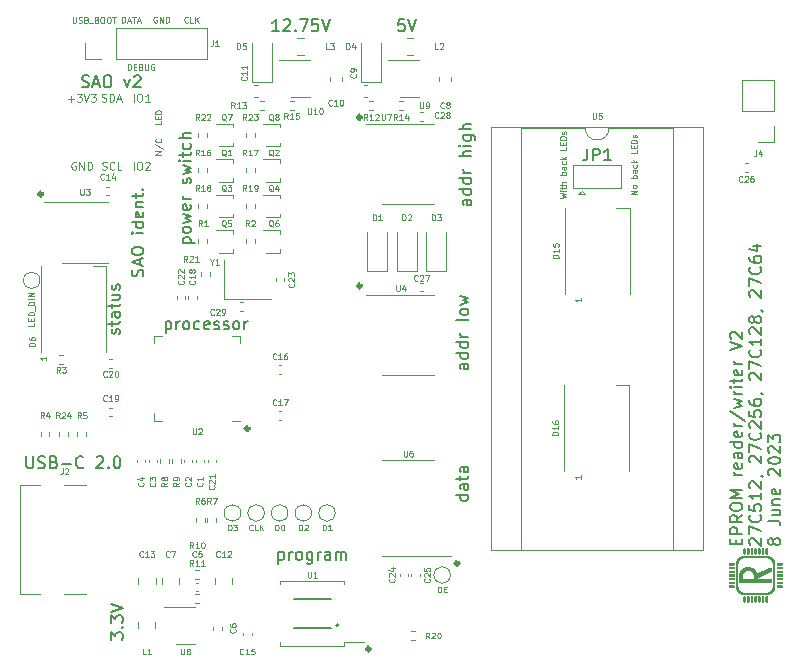
<source format=gbr>
%TF.GenerationSoftware,KiCad,Pcbnew,7.0.5-7.0.5~ubuntu20.04.1*%
%TF.CreationDate,2023-07-05T21:04:24+02:00*%
%TF.ProjectId,sao_eprom_v2,73616f5f-6570-4726-9f6d-5f76322e6b69,rev?*%
%TF.SameCoordinates,Original*%
%TF.FileFunction,Legend,Top*%
%TF.FilePolarity,Positive*%
%FSLAX46Y46*%
G04 Gerber Fmt 4.6, Leading zero omitted, Abs format (unit mm)*
G04 Created by KiCad (PCBNEW 7.0.5-7.0.5~ubuntu20.04.1) date 2023-07-05 21:04:24*
%MOMM*%
%LPD*%
G01*
G04 APERTURE LIST*
%ADD10C,0.325000*%
%ADD11C,0.100000*%
%ADD12C,0.150000*%
%ADD13C,0.120000*%
%ADD14C,0.066145*%
%ADD15C,0.127000*%
%ADD16C,0.200000*%
G04 APERTURE END LIST*
D10*
X154412500Y-84000000D02*
G75*
G03*
X154412500Y-84000000I-162500J0D01*
G01*
X161912500Y-76750000D02*
G75*
G03*
X161912500Y-76750000I-162500J0D01*
G01*
X153662500Y-53250000D02*
G75*
G03*
X153662500Y-53250000I-162500J0D01*
G01*
X153662500Y-39000000D02*
G75*
G03*
X153662500Y-39000000I-162500J0D01*
G01*
X126662500Y-45500000D02*
G75*
G03*
X126662500Y-45500000I-162500J0D01*
G01*
X144162500Y-65350000D02*
G75*
G03*
X144162500Y-65350000I-162500J0D01*
G01*
D11*
X133400000Y-30976109D02*
X133400000Y-30476109D01*
X133400000Y-30476109D02*
X133519048Y-30476109D01*
X133519048Y-30476109D02*
X133590476Y-30499919D01*
X133590476Y-30499919D02*
X133638095Y-30547538D01*
X133638095Y-30547538D02*
X133661905Y-30595157D01*
X133661905Y-30595157D02*
X133685714Y-30690395D01*
X133685714Y-30690395D02*
X133685714Y-30761823D01*
X133685714Y-30761823D02*
X133661905Y-30857061D01*
X133661905Y-30857061D02*
X133638095Y-30904680D01*
X133638095Y-30904680D02*
X133590476Y-30952300D01*
X133590476Y-30952300D02*
X133519048Y-30976109D01*
X133519048Y-30976109D02*
X133400000Y-30976109D01*
X133876191Y-30833252D02*
X134114286Y-30833252D01*
X133828572Y-30976109D02*
X133995238Y-30476109D01*
X133995238Y-30476109D02*
X134161905Y-30976109D01*
X134257143Y-30476109D02*
X134542857Y-30476109D01*
X134400000Y-30976109D02*
X134400000Y-30476109D01*
X134685714Y-30833252D02*
X134923809Y-30833252D01*
X134638095Y-30976109D02*
X134804761Y-30476109D01*
X134804761Y-30476109D02*
X134971428Y-30976109D01*
D12*
X132454819Y-83226189D02*
X132454819Y-82607142D01*
X132454819Y-82607142D02*
X132835771Y-82940475D01*
X132835771Y-82940475D02*
X132835771Y-82797618D01*
X132835771Y-82797618D02*
X132883390Y-82702380D01*
X132883390Y-82702380D02*
X132931009Y-82654761D01*
X132931009Y-82654761D02*
X133026247Y-82607142D01*
X133026247Y-82607142D02*
X133264342Y-82607142D01*
X133264342Y-82607142D02*
X133359580Y-82654761D01*
X133359580Y-82654761D02*
X133407200Y-82702380D01*
X133407200Y-82702380D02*
X133454819Y-82797618D01*
X133454819Y-82797618D02*
X133454819Y-83083332D01*
X133454819Y-83083332D02*
X133407200Y-83178570D01*
X133407200Y-83178570D02*
X133359580Y-83226189D01*
X133359580Y-82178570D02*
X133407200Y-82130951D01*
X133407200Y-82130951D02*
X133454819Y-82178570D01*
X133454819Y-82178570D02*
X133407200Y-82226189D01*
X133407200Y-82226189D02*
X133359580Y-82178570D01*
X133359580Y-82178570D02*
X133454819Y-82178570D01*
X132454819Y-81797618D02*
X132454819Y-81178571D01*
X132454819Y-81178571D02*
X132835771Y-81511904D01*
X132835771Y-81511904D02*
X132835771Y-81369047D01*
X132835771Y-81369047D02*
X132883390Y-81273809D01*
X132883390Y-81273809D02*
X132931009Y-81226190D01*
X132931009Y-81226190D02*
X133026247Y-81178571D01*
X133026247Y-81178571D02*
X133264342Y-81178571D01*
X133264342Y-81178571D02*
X133359580Y-81226190D01*
X133359580Y-81226190D02*
X133407200Y-81273809D01*
X133407200Y-81273809D02*
X133454819Y-81369047D01*
X133454819Y-81369047D02*
X133454819Y-81654761D01*
X133454819Y-81654761D02*
X133407200Y-81749999D01*
X133407200Y-81749999D02*
X133359580Y-81797618D01*
X132454819Y-80892856D02*
X133454819Y-80559523D01*
X133454819Y-80559523D02*
X132454819Y-80226190D01*
D11*
X148380952Y-73976109D02*
X148380952Y-73476109D01*
X148380952Y-73476109D02*
X148500000Y-73476109D01*
X148500000Y-73476109D02*
X148571428Y-73499919D01*
X148571428Y-73499919D02*
X148619047Y-73547538D01*
X148619047Y-73547538D02*
X148642857Y-73595157D01*
X148642857Y-73595157D02*
X148666666Y-73690395D01*
X148666666Y-73690395D02*
X148666666Y-73761823D01*
X148666666Y-73761823D02*
X148642857Y-73857061D01*
X148642857Y-73857061D02*
X148619047Y-73904680D01*
X148619047Y-73904680D02*
X148571428Y-73952300D01*
X148571428Y-73952300D02*
X148500000Y-73976109D01*
X148500000Y-73976109D02*
X148380952Y-73976109D01*
X148857143Y-73523728D02*
X148880952Y-73499919D01*
X148880952Y-73499919D02*
X148928571Y-73476109D01*
X148928571Y-73476109D02*
X149047619Y-73476109D01*
X149047619Y-73476109D02*
X149095238Y-73499919D01*
X149095238Y-73499919D02*
X149119047Y-73523728D01*
X149119047Y-73523728D02*
X149142857Y-73571347D01*
X149142857Y-73571347D02*
X149142857Y-73618966D01*
X149142857Y-73618966D02*
X149119047Y-73690395D01*
X149119047Y-73690395D02*
X148833333Y-73976109D01*
X148833333Y-73976109D02*
X149142857Y-73976109D01*
X170476109Y-45833332D02*
X170976109Y-45714284D01*
X170976109Y-45714284D02*
X170618966Y-45619046D01*
X170618966Y-45619046D02*
X170976109Y-45523808D01*
X170976109Y-45523808D02*
X170476109Y-45404761D01*
X170976109Y-45214284D02*
X170642776Y-45214284D01*
X170476109Y-45214284D02*
X170499919Y-45238093D01*
X170499919Y-45238093D02*
X170523728Y-45214284D01*
X170523728Y-45214284D02*
X170499919Y-45190474D01*
X170499919Y-45190474D02*
X170476109Y-45214284D01*
X170476109Y-45214284D02*
X170523728Y-45214284D01*
X170642776Y-45047617D02*
X170642776Y-44857141D01*
X170476109Y-44976189D02*
X170904680Y-44976189D01*
X170904680Y-44976189D02*
X170952300Y-44952379D01*
X170952300Y-44952379D02*
X170976109Y-44904760D01*
X170976109Y-44904760D02*
X170976109Y-44857141D01*
X170976109Y-44690475D02*
X170476109Y-44690475D01*
X170976109Y-44476189D02*
X170714204Y-44476189D01*
X170714204Y-44476189D02*
X170666585Y-44499999D01*
X170666585Y-44499999D02*
X170642776Y-44547618D01*
X170642776Y-44547618D02*
X170642776Y-44619046D01*
X170642776Y-44619046D02*
X170666585Y-44666665D01*
X170666585Y-44666665D02*
X170690395Y-44690475D01*
X170976109Y-43857142D02*
X170476109Y-43857142D01*
X170666585Y-43857142D02*
X170642776Y-43809523D01*
X170642776Y-43809523D02*
X170642776Y-43714285D01*
X170642776Y-43714285D02*
X170666585Y-43666666D01*
X170666585Y-43666666D02*
X170690395Y-43642856D01*
X170690395Y-43642856D02*
X170738014Y-43619047D01*
X170738014Y-43619047D02*
X170880871Y-43619047D01*
X170880871Y-43619047D02*
X170928490Y-43642856D01*
X170928490Y-43642856D02*
X170952300Y-43666666D01*
X170952300Y-43666666D02*
X170976109Y-43714285D01*
X170976109Y-43714285D02*
X170976109Y-43809523D01*
X170976109Y-43809523D02*
X170952300Y-43857142D01*
X170976109Y-43190475D02*
X170714204Y-43190475D01*
X170714204Y-43190475D02*
X170666585Y-43214285D01*
X170666585Y-43214285D02*
X170642776Y-43261904D01*
X170642776Y-43261904D02*
X170642776Y-43357142D01*
X170642776Y-43357142D02*
X170666585Y-43404761D01*
X170952300Y-43190475D02*
X170976109Y-43238094D01*
X170976109Y-43238094D02*
X170976109Y-43357142D01*
X170976109Y-43357142D02*
X170952300Y-43404761D01*
X170952300Y-43404761D02*
X170904680Y-43428570D01*
X170904680Y-43428570D02*
X170857061Y-43428570D01*
X170857061Y-43428570D02*
X170809442Y-43404761D01*
X170809442Y-43404761D02*
X170785633Y-43357142D01*
X170785633Y-43357142D02*
X170785633Y-43238094D01*
X170785633Y-43238094D02*
X170761823Y-43190475D01*
X170952300Y-42738094D02*
X170976109Y-42785713D01*
X170976109Y-42785713D02*
X170976109Y-42880951D01*
X170976109Y-42880951D02*
X170952300Y-42928570D01*
X170952300Y-42928570D02*
X170928490Y-42952380D01*
X170928490Y-42952380D02*
X170880871Y-42976189D01*
X170880871Y-42976189D02*
X170738014Y-42976189D01*
X170738014Y-42976189D02*
X170690395Y-42952380D01*
X170690395Y-42952380D02*
X170666585Y-42928570D01*
X170666585Y-42928570D02*
X170642776Y-42880951D01*
X170642776Y-42880951D02*
X170642776Y-42785713D01*
X170642776Y-42785713D02*
X170666585Y-42738094D01*
X170976109Y-42523809D02*
X170476109Y-42523809D01*
X170785633Y-42476190D02*
X170976109Y-42333333D01*
X170642776Y-42333333D02*
X170833252Y-42523809D01*
X170976109Y-41500000D02*
X170976109Y-41738095D01*
X170976109Y-41738095D02*
X170476109Y-41738095D01*
X170714204Y-41333333D02*
X170714204Y-41166666D01*
X170976109Y-41095238D02*
X170976109Y-41333333D01*
X170976109Y-41333333D02*
X170476109Y-41333333D01*
X170476109Y-41333333D02*
X170476109Y-41095238D01*
X170976109Y-40880952D02*
X170476109Y-40880952D01*
X170476109Y-40880952D02*
X170476109Y-40761904D01*
X170476109Y-40761904D02*
X170499919Y-40690476D01*
X170499919Y-40690476D02*
X170547538Y-40642857D01*
X170547538Y-40642857D02*
X170595157Y-40619047D01*
X170595157Y-40619047D02*
X170690395Y-40595238D01*
X170690395Y-40595238D02*
X170761823Y-40595238D01*
X170761823Y-40595238D02*
X170857061Y-40619047D01*
X170857061Y-40619047D02*
X170904680Y-40642857D01*
X170904680Y-40642857D02*
X170952300Y-40690476D01*
X170952300Y-40690476D02*
X170976109Y-40761904D01*
X170976109Y-40761904D02*
X170976109Y-40880952D01*
X170952300Y-40404761D02*
X170976109Y-40357142D01*
X170976109Y-40357142D02*
X170976109Y-40261904D01*
X170976109Y-40261904D02*
X170952300Y-40214285D01*
X170952300Y-40214285D02*
X170904680Y-40190476D01*
X170904680Y-40190476D02*
X170880871Y-40190476D01*
X170880871Y-40190476D02*
X170833252Y-40214285D01*
X170833252Y-40214285D02*
X170809442Y-40261904D01*
X170809442Y-40261904D02*
X170809442Y-40333333D01*
X170809442Y-40333333D02*
X170785633Y-40380952D01*
X170785633Y-40380952D02*
X170738014Y-40404761D01*
X170738014Y-40404761D02*
X170714204Y-40404761D01*
X170714204Y-40404761D02*
X170666585Y-40380952D01*
X170666585Y-40380952D02*
X170642776Y-40333333D01*
X170642776Y-40333333D02*
X170642776Y-40261904D01*
X170642776Y-40261904D02*
X170666585Y-40214285D01*
X134389999Y-43436228D02*
X134389999Y-42776228D01*
X134830000Y-42776228D02*
X134955714Y-42776228D01*
X134955714Y-42776228D02*
X135018571Y-42807657D01*
X135018571Y-42807657D02*
X135081428Y-42870514D01*
X135081428Y-42870514D02*
X135112857Y-42996228D01*
X135112857Y-42996228D02*
X135112857Y-43216228D01*
X135112857Y-43216228D02*
X135081428Y-43341942D01*
X135081428Y-43341942D02*
X135018571Y-43404800D01*
X135018571Y-43404800D02*
X134955714Y-43436228D01*
X134955714Y-43436228D02*
X134830000Y-43436228D01*
X134830000Y-43436228D02*
X134767143Y-43404800D01*
X134767143Y-43404800D02*
X134704285Y-43341942D01*
X134704285Y-43341942D02*
X134672857Y-43216228D01*
X134672857Y-43216228D02*
X134672857Y-42996228D01*
X134672857Y-42996228D02*
X134704285Y-42870514D01*
X134704285Y-42870514D02*
X134767143Y-42807657D01*
X134767143Y-42807657D02*
X134830000Y-42776228D01*
X135364286Y-42839085D02*
X135395714Y-42807657D01*
X135395714Y-42807657D02*
X135458572Y-42776228D01*
X135458572Y-42776228D02*
X135615714Y-42776228D01*
X135615714Y-42776228D02*
X135678572Y-42807657D01*
X135678572Y-42807657D02*
X135710000Y-42839085D01*
X135710000Y-42839085D02*
X135741429Y-42901942D01*
X135741429Y-42901942D02*
X135741429Y-42964800D01*
X135741429Y-42964800D02*
X135710000Y-43059085D01*
X135710000Y-43059085D02*
X135332857Y-43436228D01*
X135332857Y-43436228D02*
X135741429Y-43436228D01*
X131698572Y-37632600D02*
X131792858Y-37664028D01*
X131792858Y-37664028D02*
X131950000Y-37664028D01*
X131950000Y-37664028D02*
X132012858Y-37632600D01*
X132012858Y-37632600D02*
X132044286Y-37601171D01*
X132044286Y-37601171D02*
X132075715Y-37538314D01*
X132075715Y-37538314D02*
X132075715Y-37475457D01*
X132075715Y-37475457D02*
X132044286Y-37412600D01*
X132044286Y-37412600D02*
X132012858Y-37381171D01*
X132012858Y-37381171D02*
X131950000Y-37349742D01*
X131950000Y-37349742D02*
X131824286Y-37318314D01*
X131824286Y-37318314D02*
X131761429Y-37286885D01*
X131761429Y-37286885D02*
X131730000Y-37255457D01*
X131730000Y-37255457D02*
X131698572Y-37192600D01*
X131698572Y-37192600D02*
X131698572Y-37129742D01*
X131698572Y-37129742D02*
X131730000Y-37066885D01*
X131730000Y-37066885D02*
X131761429Y-37035457D01*
X131761429Y-37035457D02*
X131824286Y-37004028D01*
X131824286Y-37004028D02*
X131981429Y-37004028D01*
X131981429Y-37004028D02*
X132075715Y-37035457D01*
X132358571Y-37664028D02*
X132358571Y-37004028D01*
X132358571Y-37004028D02*
X132515714Y-37004028D01*
X132515714Y-37004028D02*
X132610000Y-37035457D01*
X132610000Y-37035457D02*
X132672857Y-37098314D01*
X132672857Y-37098314D02*
X132704286Y-37161171D01*
X132704286Y-37161171D02*
X132735714Y-37286885D01*
X132735714Y-37286885D02*
X132735714Y-37381171D01*
X132735714Y-37381171D02*
X132704286Y-37506885D01*
X132704286Y-37506885D02*
X132672857Y-37569742D01*
X132672857Y-37569742D02*
X132610000Y-37632600D01*
X132610000Y-37632600D02*
X132515714Y-37664028D01*
X132515714Y-37664028D02*
X132358571Y-37664028D01*
X132987143Y-37475457D02*
X133301429Y-37475457D01*
X132924286Y-37664028D02*
X133144286Y-37004028D01*
X133144286Y-37004028D02*
X133364286Y-37664028D01*
X133880952Y-34976109D02*
X133880952Y-34476109D01*
X133880952Y-34476109D02*
X134000000Y-34476109D01*
X134000000Y-34476109D02*
X134071428Y-34499919D01*
X134071428Y-34499919D02*
X134119047Y-34547538D01*
X134119047Y-34547538D02*
X134142857Y-34595157D01*
X134142857Y-34595157D02*
X134166666Y-34690395D01*
X134166666Y-34690395D02*
X134166666Y-34761823D01*
X134166666Y-34761823D02*
X134142857Y-34857061D01*
X134142857Y-34857061D02*
X134119047Y-34904680D01*
X134119047Y-34904680D02*
X134071428Y-34952300D01*
X134071428Y-34952300D02*
X134000000Y-34976109D01*
X134000000Y-34976109D02*
X133880952Y-34976109D01*
X134380952Y-34714204D02*
X134547619Y-34714204D01*
X134619047Y-34976109D02*
X134380952Y-34976109D01*
X134380952Y-34976109D02*
X134380952Y-34476109D01*
X134380952Y-34476109D02*
X134619047Y-34476109D01*
X135000000Y-34714204D02*
X135071428Y-34738014D01*
X135071428Y-34738014D02*
X135095238Y-34761823D01*
X135095238Y-34761823D02*
X135119047Y-34809442D01*
X135119047Y-34809442D02*
X135119047Y-34880871D01*
X135119047Y-34880871D02*
X135095238Y-34928490D01*
X135095238Y-34928490D02*
X135071428Y-34952300D01*
X135071428Y-34952300D02*
X135023809Y-34976109D01*
X135023809Y-34976109D02*
X134833333Y-34976109D01*
X134833333Y-34976109D02*
X134833333Y-34476109D01*
X134833333Y-34476109D02*
X135000000Y-34476109D01*
X135000000Y-34476109D02*
X135047619Y-34499919D01*
X135047619Y-34499919D02*
X135071428Y-34523728D01*
X135071428Y-34523728D02*
X135095238Y-34571347D01*
X135095238Y-34571347D02*
X135095238Y-34618966D01*
X135095238Y-34618966D02*
X135071428Y-34666585D01*
X135071428Y-34666585D02*
X135047619Y-34690395D01*
X135047619Y-34690395D02*
X135000000Y-34714204D01*
X135000000Y-34714204D02*
X134833333Y-34714204D01*
X135333333Y-34476109D02*
X135333333Y-34880871D01*
X135333333Y-34880871D02*
X135357143Y-34928490D01*
X135357143Y-34928490D02*
X135380952Y-34952300D01*
X135380952Y-34952300D02*
X135428571Y-34976109D01*
X135428571Y-34976109D02*
X135523809Y-34976109D01*
X135523809Y-34976109D02*
X135571428Y-34952300D01*
X135571428Y-34952300D02*
X135595238Y-34928490D01*
X135595238Y-34928490D02*
X135619047Y-34880871D01*
X135619047Y-34880871D02*
X135619047Y-34476109D01*
X136119048Y-34499919D02*
X136071429Y-34476109D01*
X136071429Y-34476109D02*
X136000000Y-34476109D01*
X136000000Y-34476109D02*
X135928572Y-34499919D01*
X135928572Y-34499919D02*
X135880953Y-34547538D01*
X135880953Y-34547538D02*
X135857143Y-34595157D01*
X135857143Y-34595157D02*
X135833334Y-34690395D01*
X135833334Y-34690395D02*
X135833334Y-34761823D01*
X135833334Y-34761823D02*
X135857143Y-34857061D01*
X135857143Y-34857061D02*
X135880953Y-34904680D01*
X135880953Y-34904680D02*
X135928572Y-34952300D01*
X135928572Y-34952300D02*
X136000000Y-34976109D01*
X136000000Y-34976109D02*
X136047619Y-34976109D01*
X136047619Y-34976109D02*
X136119048Y-34952300D01*
X136119048Y-34952300D02*
X136142857Y-34928490D01*
X136142857Y-34928490D02*
X136142857Y-34761823D01*
X136142857Y-34761823D02*
X136047619Y-34761823D01*
X134389999Y-37664028D02*
X134389999Y-37004028D01*
X134830000Y-37004028D02*
X134955714Y-37004028D01*
X134955714Y-37004028D02*
X135018571Y-37035457D01*
X135018571Y-37035457D02*
X135081428Y-37098314D01*
X135081428Y-37098314D02*
X135112857Y-37224028D01*
X135112857Y-37224028D02*
X135112857Y-37444028D01*
X135112857Y-37444028D02*
X135081428Y-37569742D01*
X135081428Y-37569742D02*
X135018571Y-37632600D01*
X135018571Y-37632600D02*
X134955714Y-37664028D01*
X134955714Y-37664028D02*
X134830000Y-37664028D01*
X134830000Y-37664028D02*
X134767143Y-37632600D01*
X134767143Y-37632600D02*
X134704285Y-37569742D01*
X134704285Y-37569742D02*
X134672857Y-37444028D01*
X134672857Y-37444028D02*
X134672857Y-37224028D01*
X134672857Y-37224028D02*
X134704285Y-37098314D01*
X134704285Y-37098314D02*
X134767143Y-37035457D01*
X134767143Y-37035457D02*
X134830000Y-37004028D01*
X135741429Y-37664028D02*
X135364286Y-37664028D01*
X135552857Y-37664028D02*
X135552857Y-37004028D01*
X135552857Y-37004028D02*
X135490000Y-37098314D01*
X135490000Y-37098314D02*
X135427143Y-37161171D01*
X135427143Y-37161171D02*
X135364286Y-37192600D01*
D12*
X185376009Y-75163220D02*
X185376009Y-74829887D01*
X185899819Y-74687030D02*
X185899819Y-75163220D01*
X185899819Y-75163220D02*
X184899819Y-75163220D01*
X184899819Y-75163220D02*
X184899819Y-74687030D01*
X185899819Y-74258458D02*
X184899819Y-74258458D01*
X184899819Y-74258458D02*
X184899819Y-73877506D01*
X184899819Y-73877506D02*
X184947438Y-73782268D01*
X184947438Y-73782268D02*
X184995057Y-73734649D01*
X184995057Y-73734649D02*
X185090295Y-73687030D01*
X185090295Y-73687030D02*
X185233152Y-73687030D01*
X185233152Y-73687030D02*
X185328390Y-73734649D01*
X185328390Y-73734649D02*
X185376009Y-73782268D01*
X185376009Y-73782268D02*
X185423628Y-73877506D01*
X185423628Y-73877506D02*
X185423628Y-74258458D01*
X185899819Y-72687030D02*
X185423628Y-73020363D01*
X185899819Y-73258458D02*
X184899819Y-73258458D01*
X184899819Y-73258458D02*
X184899819Y-72877506D01*
X184899819Y-72877506D02*
X184947438Y-72782268D01*
X184947438Y-72782268D02*
X184995057Y-72734649D01*
X184995057Y-72734649D02*
X185090295Y-72687030D01*
X185090295Y-72687030D02*
X185233152Y-72687030D01*
X185233152Y-72687030D02*
X185328390Y-72734649D01*
X185328390Y-72734649D02*
X185376009Y-72782268D01*
X185376009Y-72782268D02*
X185423628Y-72877506D01*
X185423628Y-72877506D02*
X185423628Y-73258458D01*
X184899819Y-72067982D02*
X184899819Y-71877506D01*
X184899819Y-71877506D02*
X184947438Y-71782268D01*
X184947438Y-71782268D02*
X185042676Y-71687030D01*
X185042676Y-71687030D02*
X185233152Y-71639411D01*
X185233152Y-71639411D02*
X185566485Y-71639411D01*
X185566485Y-71639411D02*
X185756961Y-71687030D01*
X185756961Y-71687030D02*
X185852200Y-71782268D01*
X185852200Y-71782268D02*
X185899819Y-71877506D01*
X185899819Y-71877506D02*
X185899819Y-72067982D01*
X185899819Y-72067982D02*
X185852200Y-72163220D01*
X185852200Y-72163220D02*
X185756961Y-72258458D01*
X185756961Y-72258458D02*
X185566485Y-72306077D01*
X185566485Y-72306077D02*
X185233152Y-72306077D01*
X185233152Y-72306077D02*
X185042676Y-72258458D01*
X185042676Y-72258458D02*
X184947438Y-72163220D01*
X184947438Y-72163220D02*
X184899819Y-72067982D01*
X185899819Y-71210839D02*
X184899819Y-71210839D01*
X184899819Y-71210839D02*
X185614104Y-70877506D01*
X185614104Y-70877506D02*
X184899819Y-70544173D01*
X184899819Y-70544173D02*
X185899819Y-70544173D01*
X185899819Y-69306077D02*
X185233152Y-69306077D01*
X185423628Y-69306077D02*
X185328390Y-69258458D01*
X185328390Y-69258458D02*
X185280771Y-69210839D01*
X185280771Y-69210839D02*
X185233152Y-69115601D01*
X185233152Y-69115601D02*
X185233152Y-69020363D01*
X185852200Y-68306077D02*
X185899819Y-68401315D01*
X185899819Y-68401315D02*
X185899819Y-68591791D01*
X185899819Y-68591791D02*
X185852200Y-68687029D01*
X185852200Y-68687029D02*
X185756961Y-68734648D01*
X185756961Y-68734648D02*
X185376009Y-68734648D01*
X185376009Y-68734648D02*
X185280771Y-68687029D01*
X185280771Y-68687029D02*
X185233152Y-68591791D01*
X185233152Y-68591791D02*
X185233152Y-68401315D01*
X185233152Y-68401315D02*
X185280771Y-68306077D01*
X185280771Y-68306077D02*
X185376009Y-68258458D01*
X185376009Y-68258458D02*
X185471247Y-68258458D01*
X185471247Y-68258458D02*
X185566485Y-68734648D01*
X185899819Y-67401315D02*
X185376009Y-67401315D01*
X185376009Y-67401315D02*
X185280771Y-67448934D01*
X185280771Y-67448934D02*
X185233152Y-67544172D01*
X185233152Y-67544172D02*
X185233152Y-67734648D01*
X185233152Y-67734648D02*
X185280771Y-67829886D01*
X185852200Y-67401315D02*
X185899819Y-67496553D01*
X185899819Y-67496553D02*
X185899819Y-67734648D01*
X185899819Y-67734648D02*
X185852200Y-67829886D01*
X185852200Y-67829886D02*
X185756961Y-67877505D01*
X185756961Y-67877505D02*
X185661723Y-67877505D01*
X185661723Y-67877505D02*
X185566485Y-67829886D01*
X185566485Y-67829886D02*
X185518866Y-67734648D01*
X185518866Y-67734648D02*
X185518866Y-67496553D01*
X185518866Y-67496553D02*
X185471247Y-67401315D01*
X185899819Y-66496553D02*
X184899819Y-66496553D01*
X185852200Y-66496553D02*
X185899819Y-66591791D01*
X185899819Y-66591791D02*
X185899819Y-66782267D01*
X185899819Y-66782267D02*
X185852200Y-66877505D01*
X185852200Y-66877505D02*
X185804580Y-66925124D01*
X185804580Y-66925124D02*
X185709342Y-66972743D01*
X185709342Y-66972743D02*
X185423628Y-66972743D01*
X185423628Y-66972743D02*
X185328390Y-66925124D01*
X185328390Y-66925124D02*
X185280771Y-66877505D01*
X185280771Y-66877505D02*
X185233152Y-66782267D01*
X185233152Y-66782267D02*
X185233152Y-66591791D01*
X185233152Y-66591791D02*
X185280771Y-66496553D01*
X185852200Y-65639410D02*
X185899819Y-65734648D01*
X185899819Y-65734648D02*
X185899819Y-65925124D01*
X185899819Y-65925124D02*
X185852200Y-66020362D01*
X185852200Y-66020362D02*
X185756961Y-66067981D01*
X185756961Y-66067981D02*
X185376009Y-66067981D01*
X185376009Y-66067981D02*
X185280771Y-66020362D01*
X185280771Y-66020362D02*
X185233152Y-65925124D01*
X185233152Y-65925124D02*
X185233152Y-65734648D01*
X185233152Y-65734648D02*
X185280771Y-65639410D01*
X185280771Y-65639410D02*
X185376009Y-65591791D01*
X185376009Y-65591791D02*
X185471247Y-65591791D01*
X185471247Y-65591791D02*
X185566485Y-66067981D01*
X185899819Y-65163219D02*
X185233152Y-65163219D01*
X185423628Y-65163219D02*
X185328390Y-65115600D01*
X185328390Y-65115600D02*
X185280771Y-65067981D01*
X185280771Y-65067981D02*
X185233152Y-64972743D01*
X185233152Y-64972743D02*
X185233152Y-64877505D01*
X184852200Y-63829886D02*
X186137914Y-64687028D01*
X185233152Y-63591790D02*
X185899819Y-63401314D01*
X185899819Y-63401314D02*
X185423628Y-63210838D01*
X185423628Y-63210838D02*
X185899819Y-63020362D01*
X185899819Y-63020362D02*
X185233152Y-62829886D01*
X185899819Y-62448933D02*
X185233152Y-62448933D01*
X185423628Y-62448933D02*
X185328390Y-62401314D01*
X185328390Y-62401314D02*
X185280771Y-62353695D01*
X185280771Y-62353695D02*
X185233152Y-62258457D01*
X185233152Y-62258457D02*
X185233152Y-62163219D01*
X185899819Y-61829885D02*
X185233152Y-61829885D01*
X184899819Y-61829885D02*
X184947438Y-61877504D01*
X184947438Y-61877504D02*
X184995057Y-61829885D01*
X184995057Y-61829885D02*
X184947438Y-61782266D01*
X184947438Y-61782266D02*
X184899819Y-61829885D01*
X184899819Y-61829885D02*
X184995057Y-61829885D01*
X185233152Y-61496552D02*
X185233152Y-61115600D01*
X184899819Y-61353695D02*
X185756961Y-61353695D01*
X185756961Y-61353695D02*
X185852200Y-61306076D01*
X185852200Y-61306076D02*
X185899819Y-61210838D01*
X185899819Y-61210838D02*
X185899819Y-61115600D01*
X185852200Y-60401314D02*
X185899819Y-60496552D01*
X185899819Y-60496552D02*
X185899819Y-60687028D01*
X185899819Y-60687028D02*
X185852200Y-60782266D01*
X185852200Y-60782266D02*
X185756961Y-60829885D01*
X185756961Y-60829885D02*
X185376009Y-60829885D01*
X185376009Y-60829885D02*
X185280771Y-60782266D01*
X185280771Y-60782266D02*
X185233152Y-60687028D01*
X185233152Y-60687028D02*
X185233152Y-60496552D01*
X185233152Y-60496552D02*
X185280771Y-60401314D01*
X185280771Y-60401314D02*
X185376009Y-60353695D01*
X185376009Y-60353695D02*
X185471247Y-60353695D01*
X185471247Y-60353695D02*
X185566485Y-60829885D01*
X185899819Y-59925123D02*
X185233152Y-59925123D01*
X185423628Y-59925123D02*
X185328390Y-59877504D01*
X185328390Y-59877504D02*
X185280771Y-59829885D01*
X185280771Y-59829885D02*
X185233152Y-59734647D01*
X185233152Y-59734647D02*
X185233152Y-59639409D01*
X184899819Y-58687027D02*
X185899819Y-58353694D01*
X185899819Y-58353694D02*
X184899819Y-58020361D01*
X184995057Y-57734646D02*
X184947438Y-57687027D01*
X184947438Y-57687027D02*
X184899819Y-57591789D01*
X184899819Y-57591789D02*
X184899819Y-57353694D01*
X184899819Y-57353694D02*
X184947438Y-57258456D01*
X184947438Y-57258456D02*
X184995057Y-57210837D01*
X184995057Y-57210837D02*
X185090295Y-57163218D01*
X185090295Y-57163218D02*
X185185533Y-57163218D01*
X185185533Y-57163218D02*
X185328390Y-57210837D01*
X185328390Y-57210837D02*
X185899819Y-57782265D01*
X185899819Y-57782265D02*
X185899819Y-57163218D01*
X186605057Y-75210839D02*
X186557438Y-75163220D01*
X186557438Y-75163220D02*
X186509819Y-75067982D01*
X186509819Y-75067982D02*
X186509819Y-74829887D01*
X186509819Y-74829887D02*
X186557438Y-74734649D01*
X186557438Y-74734649D02*
X186605057Y-74687030D01*
X186605057Y-74687030D02*
X186700295Y-74639411D01*
X186700295Y-74639411D02*
X186795533Y-74639411D01*
X186795533Y-74639411D02*
X186938390Y-74687030D01*
X186938390Y-74687030D02*
X187509819Y-75258458D01*
X187509819Y-75258458D02*
X187509819Y-74639411D01*
X186509819Y-74306077D02*
X186509819Y-73639411D01*
X186509819Y-73639411D02*
X187509819Y-74067982D01*
X187414580Y-72687030D02*
X187462200Y-72734649D01*
X187462200Y-72734649D02*
X187509819Y-72877506D01*
X187509819Y-72877506D02*
X187509819Y-72972744D01*
X187509819Y-72972744D02*
X187462200Y-73115601D01*
X187462200Y-73115601D02*
X187366961Y-73210839D01*
X187366961Y-73210839D02*
X187271723Y-73258458D01*
X187271723Y-73258458D02*
X187081247Y-73306077D01*
X187081247Y-73306077D02*
X186938390Y-73306077D01*
X186938390Y-73306077D02*
X186747914Y-73258458D01*
X186747914Y-73258458D02*
X186652676Y-73210839D01*
X186652676Y-73210839D02*
X186557438Y-73115601D01*
X186557438Y-73115601D02*
X186509819Y-72972744D01*
X186509819Y-72972744D02*
X186509819Y-72877506D01*
X186509819Y-72877506D02*
X186557438Y-72734649D01*
X186557438Y-72734649D02*
X186605057Y-72687030D01*
X186509819Y-71782268D02*
X186509819Y-72258458D01*
X186509819Y-72258458D02*
X186986009Y-72306077D01*
X186986009Y-72306077D02*
X186938390Y-72258458D01*
X186938390Y-72258458D02*
X186890771Y-72163220D01*
X186890771Y-72163220D02*
X186890771Y-71925125D01*
X186890771Y-71925125D02*
X186938390Y-71829887D01*
X186938390Y-71829887D02*
X186986009Y-71782268D01*
X186986009Y-71782268D02*
X187081247Y-71734649D01*
X187081247Y-71734649D02*
X187319342Y-71734649D01*
X187319342Y-71734649D02*
X187414580Y-71782268D01*
X187414580Y-71782268D02*
X187462200Y-71829887D01*
X187462200Y-71829887D02*
X187509819Y-71925125D01*
X187509819Y-71925125D02*
X187509819Y-72163220D01*
X187509819Y-72163220D02*
X187462200Y-72258458D01*
X187462200Y-72258458D02*
X187414580Y-72306077D01*
X187509819Y-70782268D02*
X187509819Y-71353696D01*
X187509819Y-71067982D02*
X186509819Y-71067982D01*
X186509819Y-71067982D02*
X186652676Y-71163220D01*
X186652676Y-71163220D02*
X186747914Y-71258458D01*
X186747914Y-71258458D02*
X186795533Y-71353696D01*
X186605057Y-70401315D02*
X186557438Y-70353696D01*
X186557438Y-70353696D02*
X186509819Y-70258458D01*
X186509819Y-70258458D02*
X186509819Y-70020363D01*
X186509819Y-70020363D02*
X186557438Y-69925125D01*
X186557438Y-69925125D02*
X186605057Y-69877506D01*
X186605057Y-69877506D02*
X186700295Y-69829887D01*
X186700295Y-69829887D02*
X186795533Y-69829887D01*
X186795533Y-69829887D02*
X186938390Y-69877506D01*
X186938390Y-69877506D02*
X187509819Y-70448934D01*
X187509819Y-70448934D02*
X187509819Y-69829887D01*
X187462200Y-69353696D02*
X187509819Y-69353696D01*
X187509819Y-69353696D02*
X187605057Y-69401315D01*
X187605057Y-69401315D02*
X187652676Y-69448934D01*
X186605057Y-68210839D02*
X186557438Y-68163220D01*
X186557438Y-68163220D02*
X186509819Y-68067982D01*
X186509819Y-68067982D02*
X186509819Y-67829887D01*
X186509819Y-67829887D02*
X186557438Y-67734649D01*
X186557438Y-67734649D02*
X186605057Y-67687030D01*
X186605057Y-67687030D02*
X186700295Y-67639411D01*
X186700295Y-67639411D02*
X186795533Y-67639411D01*
X186795533Y-67639411D02*
X186938390Y-67687030D01*
X186938390Y-67687030D02*
X187509819Y-68258458D01*
X187509819Y-68258458D02*
X187509819Y-67639411D01*
X186509819Y-67306077D02*
X186509819Y-66639411D01*
X186509819Y-66639411D02*
X187509819Y-67067982D01*
X187414580Y-65687030D02*
X187462200Y-65734649D01*
X187462200Y-65734649D02*
X187509819Y-65877506D01*
X187509819Y-65877506D02*
X187509819Y-65972744D01*
X187509819Y-65972744D02*
X187462200Y-66115601D01*
X187462200Y-66115601D02*
X187366961Y-66210839D01*
X187366961Y-66210839D02*
X187271723Y-66258458D01*
X187271723Y-66258458D02*
X187081247Y-66306077D01*
X187081247Y-66306077D02*
X186938390Y-66306077D01*
X186938390Y-66306077D02*
X186747914Y-66258458D01*
X186747914Y-66258458D02*
X186652676Y-66210839D01*
X186652676Y-66210839D02*
X186557438Y-66115601D01*
X186557438Y-66115601D02*
X186509819Y-65972744D01*
X186509819Y-65972744D02*
X186509819Y-65877506D01*
X186509819Y-65877506D02*
X186557438Y-65734649D01*
X186557438Y-65734649D02*
X186605057Y-65687030D01*
X186605057Y-65306077D02*
X186557438Y-65258458D01*
X186557438Y-65258458D02*
X186509819Y-65163220D01*
X186509819Y-65163220D02*
X186509819Y-64925125D01*
X186509819Y-64925125D02*
X186557438Y-64829887D01*
X186557438Y-64829887D02*
X186605057Y-64782268D01*
X186605057Y-64782268D02*
X186700295Y-64734649D01*
X186700295Y-64734649D02*
X186795533Y-64734649D01*
X186795533Y-64734649D02*
X186938390Y-64782268D01*
X186938390Y-64782268D02*
X187509819Y-65353696D01*
X187509819Y-65353696D02*
X187509819Y-64734649D01*
X186509819Y-63829887D02*
X186509819Y-64306077D01*
X186509819Y-64306077D02*
X186986009Y-64353696D01*
X186986009Y-64353696D02*
X186938390Y-64306077D01*
X186938390Y-64306077D02*
X186890771Y-64210839D01*
X186890771Y-64210839D02*
X186890771Y-63972744D01*
X186890771Y-63972744D02*
X186938390Y-63877506D01*
X186938390Y-63877506D02*
X186986009Y-63829887D01*
X186986009Y-63829887D02*
X187081247Y-63782268D01*
X187081247Y-63782268D02*
X187319342Y-63782268D01*
X187319342Y-63782268D02*
X187414580Y-63829887D01*
X187414580Y-63829887D02*
X187462200Y-63877506D01*
X187462200Y-63877506D02*
X187509819Y-63972744D01*
X187509819Y-63972744D02*
X187509819Y-64210839D01*
X187509819Y-64210839D02*
X187462200Y-64306077D01*
X187462200Y-64306077D02*
X187414580Y-64353696D01*
X186509819Y-62925125D02*
X186509819Y-63115601D01*
X186509819Y-63115601D02*
X186557438Y-63210839D01*
X186557438Y-63210839D02*
X186605057Y-63258458D01*
X186605057Y-63258458D02*
X186747914Y-63353696D01*
X186747914Y-63353696D02*
X186938390Y-63401315D01*
X186938390Y-63401315D02*
X187319342Y-63401315D01*
X187319342Y-63401315D02*
X187414580Y-63353696D01*
X187414580Y-63353696D02*
X187462200Y-63306077D01*
X187462200Y-63306077D02*
X187509819Y-63210839D01*
X187509819Y-63210839D02*
X187509819Y-63020363D01*
X187509819Y-63020363D02*
X187462200Y-62925125D01*
X187462200Y-62925125D02*
X187414580Y-62877506D01*
X187414580Y-62877506D02*
X187319342Y-62829887D01*
X187319342Y-62829887D02*
X187081247Y-62829887D01*
X187081247Y-62829887D02*
X186986009Y-62877506D01*
X186986009Y-62877506D02*
X186938390Y-62925125D01*
X186938390Y-62925125D02*
X186890771Y-63020363D01*
X186890771Y-63020363D02*
X186890771Y-63210839D01*
X186890771Y-63210839D02*
X186938390Y-63306077D01*
X186938390Y-63306077D02*
X186986009Y-63353696D01*
X186986009Y-63353696D02*
X187081247Y-63401315D01*
X187462200Y-62353696D02*
X187509819Y-62353696D01*
X187509819Y-62353696D02*
X187605057Y-62401315D01*
X187605057Y-62401315D02*
X187652676Y-62448934D01*
X186605057Y-61210839D02*
X186557438Y-61163220D01*
X186557438Y-61163220D02*
X186509819Y-61067982D01*
X186509819Y-61067982D02*
X186509819Y-60829887D01*
X186509819Y-60829887D02*
X186557438Y-60734649D01*
X186557438Y-60734649D02*
X186605057Y-60687030D01*
X186605057Y-60687030D02*
X186700295Y-60639411D01*
X186700295Y-60639411D02*
X186795533Y-60639411D01*
X186795533Y-60639411D02*
X186938390Y-60687030D01*
X186938390Y-60687030D02*
X187509819Y-61258458D01*
X187509819Y-61258458D02*
X187509819Y-60639411D01*
X186509819Y-60306077D02*
X186509819Y-59639411D01*
X186509819Y-59639411D02*
X187509819Y-60067982D01*
X187414580Y-58687030D02*
X187462200Y-58734649D01*
X187462200Y-58734649D02*
X187509819Y-58877506D01*
X187509819Y-58877506D02*
X187509819Y-58972744D01*
X187509819Y-58972744D02*
X187462200Y-59115601D01*
X187462200Y-59115601D02*
X187366961Y-59210839D01*
X187366961Y-59210839D02*
X187271723Y-59258458D01*
X187271723Y-59258458D02*
X187081247Y-59306077D01*
X187081247Y-59306077D02*
X186938390Y-59306077D01*
X186938390Y-59306077D02*
X186747914Y-59258458D01*
X186747914Y-59258458D02*
X186652676Y-59210839D01*
X186652676Y-59210839D02*
X186557438Y-59115601D01*
X186557438Y-59115601D02*
X186509819Y-58972744D01*
X186509819Y-58972744D02*
X186509819Y-58877506D01*
X186509819Y-58877506D02*
X186557438Y-58734649D01*
X186557438Y-58734649D02*
X186605057Y-58687030D01*
X187509819Y-57734649D02*
X187509819Y-58306077D01*
X187509819Y-58020363D02*
X186509819Y-58020363D01*
X186509819Y-58020363D02*
X186652676Y-58115601D01*
X186652676Y-58115601D02*
X186747914Y-58210839D01*
X186747914Y-58210839D02*
X186795533Y-58306077D01*
X186605057Y-57353696D02*
X186557438Y-57306077D01*
X186557438Y-57306077D02*
X186509819Y-57210839D01*
X186509819Y-57210839D02*
X186509819Y-56972744D01*
X186509819Y-56972744D02*
X186557438Y-56877506D01*
X186557438Y-56877506D02*
X186605057Y-56829887D01*
X186605057Y-56829887D02*
X186700295Y-56782268D01*
X186700295Y-56782268D02*
X186795533Y-56782268D01*
X186795533Y-56782268D02*
X186938390Y-56829887D01*
X186938390Y-56829887D02*
X187509819Y-57401315D01*
X187509819Y-57401315D02*
X187509819Y-56782268D01*
X186938390Y-56210839D02*
X186890771Y-56306077D01*
X186890771Y-56306077D02*
X186843152Y-56353696D01*
X186843152Y-56353696D02*
X186747914Y-56401315D01*
X186747914Y-56401315D02*
X186700295Y-56401315D01*
X186700295Y-56401315D02*
X186605057Y-56353696D01*
X186605057Y-56353696D02*
X186557438Y-56306077D01*
X186557438Y-56306077D02*
X186509819Y-56210839D01*
X186509819Y-56210839D02*
X186509819Y-56020363D01*
X186509819Y-56020363D02*
X186557438Y-55925125D01*
X186557438Y-55925125D02*
X186605057Y-55877506D01*
X186605057Y-55877506D02*
X186700295Y-55829887D01*
X186700295Y-55829887D02*
X186747914Y-55829887D01*
X186747914Y-55829887D02*
X186843152Y-55877506D01*
X186843152Y-55877506D02*
X186890771Y-55925125D01*
X186890771Y-55925125D02*
X186938390Y-56020363D01*
X186938390Y-56020363D02*
X186938390Y-56210839D01*
X186938390Y-56210839D02*
X186986009Y-56306077D01*
X186986009Y-56306077D02*
X187033628Y-56353696D01*
X187033628Y-56353696D02*
X187128866Y-56401315D01*
X187128866Y-56401315D02*
X187319342Y-56401315D01*
X187319342Y-56401315D02*
X187414580Y-56353696D01*
X187414580Y-56353696D02*
X187462200Y-56306077D01*
X187462200Y-56306077D02*
X187509819Y-56210839D01*
X187509819Y-56210839D02*
X187509819Y-56020363D01*
X187509819Y-56020363D02*
X187462200Y-55925125D01*
X187462200Y-55925125D02*
X187414580Y-55877506D01*
X187414580Y-55877506D02*
X187319342Y-55829887D01*
X187319342Y-55829887D02*
X187128866Y-55829887D01*
X187128866Y-55829887D02*
X187033628Y-55877506D01*
X187033628Y-55877506D02*
X186986009Y-55925125D01*
X186986009Y-55925125D02*
X186938390Y-56020363D01*
X187462200Y-55353696D02*
X187509819Y-55353696D01*
X187509819Y-55353696D02*
X187605057Y-55401315D01*
X187605057Y-55401315D02*
X187652676Y-55448934D01*
X186605057Y-54210839D02*
X186557438Y-54163220D01*
X186557438Y-54163220D02*
X186509819Y-54067982D01*
X186509819Y-54067982D02*
X186509819Y-53829887D01*
X186509819Y-53829887D02*
X186557438Y-53734649D01*
X186557438Y-53734649D02*
X186605057Y-53687030D01*
X186605057Y-53687030D02*
X186700295Y-53639411D01*
X186700295Y-53639411D02*
X186795533Y-53639411D01*
X186795533Y-53639411D02*
X186938390Y-53687030D01*
X186938390Y-53687030D02*
X187509819Y-54258458D01*
X187509819Y-54258458D02*
X187509819Y-53639411D01*
X186509819Y-53306077D02*
X186509819Y-52639411D01*
X186509819Y-52639411D02*
X187509819Y-53067982D01*
X187414580Y-51687030D02*
X187462200Y-51734649D01*
X187462200Y-51734649D02*
X187509819Y-51877506D01*
X187509819Y-51877506D02*
X187509819Y-51972744D01*
X187509819Y-51972744D02*
X187462200Y-52115601D01*
X187462200Y-52115601D02*
X187366961Y-52210839D01*
X187366961Y-52210839D02*
X187271723Y-52258458D01*
X187271723Y-52258458D02*
X187081247Y-52306077D01*
X187081247Y-52306077D02*
X186938390Y-52306077D01*
X186938390Y-52306077D02*
X186747914Y-52258458D01*
X186747914Y-52258458D02*
X186652676Y-52210839D01*
X186652676Y-52210839D02*
X186557438Y-52115601D01*
X186557438Y-52115601D02*
X186509819Y-51972744D01*
X186509819Y-51972744D02*
X186509819Y-51877506D01*
X186509819Y-51877506D02*
X186557438Y-51734649D01*
X186557438Y-51734649D02*
X186605057Y-51687030D01*
X186509819Y-50829887D02*
X186509819Y-51020363D01*
X186509819Y-51020363D02*
X186557438Y-51115601D01*
X186557438Y-51115601D02*
X186605057Y-51163220D01*
X186605057Y-51163220D02*
X186747914Y-51258458D01*
X186747914Y-51258458D02*
X186938390Y-51306077D01*
X186938390Y-51306077D02*
X187319342Y-51306077D01*
X187319342Y-51306077D02*
X187414580Y-51258458D01*
X187414580Y-51258458D02*
X187462200Y-51210839D01*
X187462200Y-51210839D02*
X187509819Y-51115601D01*
X187509819Y-51115601D02*
X187509819Y-50925125D01*
X187509819Y-50925125D02*
X187462200Y-50829887D01*
X187462200Y-50829887D02*
X187414580Y-50782268D01*
X187414580Y-50782268D02*
X187319342Y-50734649D01*
X187319342Y-50734649D02*
X187081247Y-50734649D01*
X187081247Y-50734649D02*
X186986009Y-50782268D01*
X186986009Y-50782268D02*
X186938390Y-50829887D01*
X186938390Y-50829887D02*
X186890771Y-50925125D01*
X186890771Y-50925125D02*
X186890771Y-51115601D01*
X186890771Y-51115601D02*
X186938390Y-51210839D01*
X186938390Y-51210839D02*
X186986009Y-51258458D01*
X186986009Y-51258458D02*
X187081247Y-51306077D01*
X186843152Y-49877506D02*
X187509819Y-49877506D01*
X186462200Y-50115601D02*
X187176485Y-50353696D01*
X187176485Y-50353696D02*
X187176485Y-49734649D01*
X188548390Y-75020363D02*
X188500771Y-75115601D01*
X188500771Y-75115601D02*
X188453152Y-75163220D01*
X188453152Y-75163220D02*
X188357914Y-75210839D01*
X188357914Y-75210839D02*
X188310295Y-75210839D01*
X188310295Y-75210839D02*
X188215057Y-75163220D01*
X188215057Y-75163220D02*
X188167438Y-75115601D01*
X188167438Y-75115601D02*
X188119819Y-75020363D01*
X188119819Y-75020363D02*
X188119819Y-74829887D01*
X188119819Y-74829887D02*
X188167438Y-74734649D01*
X188167438Y-74734649D02*
X188215057Y-74687030D01*
X188215057Y-74687030D02*
X188310295Y-74639411D01*
X188310295Y-74639411D02*
X188357914Y-74639411D01*
X188357914Y-74639411D02*
X188453152Y-74687030D01*
X188453152Y-74687030D02*
X188500771Y-74734649D01*
X188500771Y-74734649D02*
X188548390Y-74829887D01*
X188548390Y-74829887D02*
X188548390Y-75020363D01*
X188548390Y-75020363D02*
X188596009Y-75115601D01*
X188596009Y-75115601D02*
X188643628Y-75163220D01*
X188643628Y-75163220D02*
X188738866Y-75210839D01*
X188738866Y-75210839D02*
X188929342Y-75210839D01*
X188929342Y-75210839D02*
X189024580Y-75163220D01*
X189024580Y-75163220D02*
X189072200Y-75115601D01*
X189072200Y-75115601D02*
X189119819Y-75020363D01*
X189119819Y-75020363D02*
X189119819Y-74829887D01*
X189119819Y-74829887D02*
X189072200Y-74734649D01*
X189072200Y-74734649D02*
X189024580Y-74687030D01*
X189024580Y-74687030D02*
X188929342Y-74639411D01*
X188929342Y-74639411D02*
X188738866Y-74639411D01*
X188738866Y-74639411D02*
X188643628Y-74687030D01*
X188643628Y-74687030D02*
X188596009Y-74734649D01*
X188596009Y-74734649D02*
X188548390Y-74829887D01*
X188119819Y-73163220D02*
X188834104Y-73163220D01*
X188834104Y-73163220D02*
X188976961Y-73210839D01*
X188976961Y-73210839D02*
X189072200Y-73306077D01*
X189072200Y-73306077D02*
X189119819Y-73448934D01*
X189119819Y-73448934D02*
X189119819Y-73544172D01*
X188453152Y-72258458D02*
X189119819Y-72258458D01*
X188453152Y-72687029D02*
X188976961Y-72687029D01*
X188976961Y-72687029D02*
X189072200Y-72639410D01*
X189072200Y-72639410D02*
X189119819Y-72544172D01*
X189119819Y-72544172D02*
X189119819Y-72401315D01*
X189119819Y-72401315D02*
X189072200Y-72306077D01*
X189072200Y-72306077D02*
X189024580Y-72258458D01*
X188453152Y-71782267D02*
X189119819Y-71782267D01*
X188548390Y-71782267D02*
X188500771Y-71734648D01*
X188500771Y-71734648D02*
X188453152Y-71639410D01*
X188453152Y-71639410D02*
X188453152Y-71496553D01*
X188453152Y-71496553D02*
X188500771Y-71401315D01*
X188500771Y-71401315D02*
X188596009Y-71353696D01*
X188596009Y-71353696D02*
X189119819Y-71353696D01*
X189072200Y-70496553D02*
X189119819Y-70591791D01*
X189119819Y-70591791D02*
X189119819Y-70782267D01*
X189119819Y-70782267D02*
X189072200Y-70877505D01*
X189072200Y-70877505D02*
X188976961Y-70925124D01*
X188976961Y-70925124D02*
X188596009Y-70925124D01*
X188596009Y-70925124D02*
X188500771Y-70877505D01*
X188500771Y-70877505D02*
X188453152Y-70782267D01*
X188453152Y-70782267D02*
X188453152Y-70591791D01*
X188453152Y-70591791D02*
X188500771Y-70496553D01*
X188500771Y-70496553D02*
X188596009Y-70448934D01*
X188596009Y-70448934D02*
X188691247Y-70448934D01*
X188691247Y-70448934D02*
X188786485Y-70925124D01*
X188215057Y-69306076D02*
X188167438Y-69258457D01*
X188167438Y-69258457D02*
X188119819Y-69163219D01*
X188119819Y-69163219D02*
X188119819Y-68925124D01*
X188119819Y-68925124D02*
X188167438Y-68829886D01*
X188167438Y-68829886D02*
X188215057Y-68782267D01*
X188215057Y-68782267D02*
X188310295Y-68734648D01*
X188310295Y-68734648D02*
X188405533Y-68734648D01*
X188405533Y-68734648D02*
X188548390Y-68782267D01*
X188548390Y-68782267D02*
X189119819Y-69353695D01*
X189119819Y-69353695D02*
X189119819Y-68734648D01*
X188119819Y-68115600D02*
X188119819Y-68020362D01*
X188119819Y-68020362D02*
X188167438Y-67925124D01*
X188167438Y-67925124D02*
X188215057Y-67877505D01*
X188215057Y-67877505D02*
X188310295Y-67829886D01*
X188310295Y-67829886D02*
X188500771Y-67782267D01*
X188500771Y-67782267D02*
X188738866Y-67782267D01*
X188738866Y-67782267D02*
X188929342Y-67829886D01*
X188929342Y-67829886D02*
X189024580Y-67877505D01*
X189024580Y-67877505D02*
X189072200Y-67925124D01*
X189072200Y-67925124D02*
X189119819Y-68020362D01*
X189119819Y-68020362D02*
X189119819Y-68115600D01*
X189119819Y-68115600D02*
X189072200Y-68210838D01*
X189072200Y-68210838D02*
X189024580Y-68258457D01*
X189024580Y-68258457D02*
X188929342Y-68306076D01*
X188929342Y-68306076D02*
X188738866Y-68353695D01*
X188738866Y-68353695D02*
X188500771Y-68353695D01*
X188500771Y-68353695D02*
X188310295Y-68306076D01*
X188310295Y-68306076D02*
X188215057Y-68258457D01*
X188215057Y-68258457D02*
X188167438Y-68210838D01*
X188167438Y-68210838D02*
X188119819Y-68115600D01*
X188215057Y-67401314D02*
X188167438Y-67353695D01*
X188167438Y-67353695D02*
X188119819Y-67258457D01*
X188119819Y-67258457D02*
X188119819Y-67020362D01*
X188119819Y-67020362D02*
X188167438Y-66925124D01*
X188167438Y-66925124D02*
X188215057Y-66877505D01*
X188215057Y-66877505D02*
X188310295Y-66829886D01*
X188310295Y-66829886D02*
X188405533Y-66829886D01*
X188405533Y-66829886D02*
X188548390Y-66877505D01*
X188548390Y-66877505D02*
X189119819Y-67448933D01*
X189119819Y-67448933D02*
X189119819Y-66829886D01*
X188119819Y-66496552D02*
X188119819Y-65877505D01*
X188119819Y-65877505D02*
X188500771Y-66210838D01*
X188500771Y-66210838D02*
X188500771Y-66067981D01*
X188500771Y-66067981D02*
X188548390Y-65972743D01*
X188548390Y-65972743D02*
X188596009Y-65925124D01*
X188596009Y-65925124D02*
X188691247Y-65877505D01*
X188691247Y-65877505D02*
X188929342Y-65877505D01*
X188929342Y-65877505D02*
X189024580Y-65925124D01*
X189024580Y-65925124D02*
X189072200Y-65972743D01*
X189072200Y-65972743D02*
X189119819Y-66067981D01*
X189119819Y-66067981D02*
X189119819Y-66353695D01*
X189119819Y-66353695D02*
X189072200Y-66448933D01*
X189072200Y-66448933D02*
X189024580Y-66496552D01*
X138538152Y-49642857D02*
X139538152Y-49642857D01*
X138585771Y-49642857D02*
X138538152Y-49547619D01*
X138538152Y-49547619D02*
X138538152Y-49357143D01*
X138538152Y-49357143D02*
X138585771Y-49261905D01*
X138585771Y-49261905D02*
X138633390Y-49214286D01*
X138633390Y-49214286D02*
X138728628Y-49166667D01*
X138728628Y-49166667D02*
X139014342Y-49166667D01*
X139014342Y-49166667D02*
X139109580Y-49214286D01*
X139109580Y-49214286D02*
X139157200Y-49261905D01*
X139157200Y-49261905D02*
X139204819Y-49357143D01*
X139204819Y-49357143D02*
X139204819Y-49547619D01*
X139204819Y-49547619D02*
X139157200Y-49642857D01*
X139204819Y-48595238D02*
X139157200Y-48690476D01*
X139157200Y-48690476D02*
X139109580Y-48738095D01*
X139109580Y-48738095D02*
X139014342Y-48785714D01*
X139014342Y-48785714D02*
X138728628Y-48785714D01*
X138728628Y-48785714D02*
X138633390Y-48738095D01*
X138633390Y-48738095D02*
X138585771Y-48690476D01*
X138585771Y-48690476D02*
X138538152Y-48595238D01*
X138538152Y-48595238D02*
X138538152Y-48452381D01*
X138538152Y-48452381D02*
X138585771Y-48357143D01*
X138585771Y-48357143D02*
X138633390Y-48309524D01*
X138633390Y-48309524D02*
X138728628Y-48261905D01*
X138728628Y-48261905D02*
X139014342Y-48261905D01*
X139014342Y-48261905D02*
X139109580Y-48309524D01*
X139109580Y-48309524D02*
X139157200Y-48357143D01*
X139157200Y-48357143D02*
X139204819Y-48452381D01*
X139204819Y-48452381D02*
X139204819Y-48595238D01*
X138538152Y-47928571D02*
X139204819Y-47738095D01*
X139204819Y-47738095D02*
X138728628Y-47547619D01*
X138728628Y-47547619D02*
X139204819Y-47357143D01*
X139204819Y-47357143D02*
X138538152Y-47166667D01*
X139157200Y-46404762D02*
X139204819Y-46500000D01*
X139204819Y-46500000D02*
X139204819Y-46690476D01*
X139204819Y-46690476D02*
X139157200Y-46785714D01*
X139157200Y-46785714D02*
X139061961Y-46833333D01*
X139061961Y-46833333D02*
X138681009Y-46833333D01*
X138681009Y-46833333D02*
X138585771Y-46785714D01*
X138585771Y-46785714D02*
X138538152Y-46690476D01*
X138538152Y-46690476D02*
X138538152Y-46500000D01*
X138538152Y-46500000D02*
X138585771Y-46404762D01*
X138585771Y-46404762D02*
X138681009Y-46357143D01*
X138681009Y-46357143D02*
X138776247Y-46357143D01*
X138776247Y-46357143D02*
X138871485Y-46833333D01*
X139204819Y-45928571D02*
X138538152Y-45928571D01*
X138728628Y-45928571D02*
X138633390Y-45880952D01*
X138633390Y-45880952D02*
X138585771Y-45833333D01*
X138585771Y-45833333D02*
X138538152Y-45738095D01*
X138538152Y-45738095D02*
X138538152Y-45642857D01*
X139157200Y-44595237D02*
X139204819Y-44499999D01*
X139204819Y-44499999D02*
X139204819Y-44309523D01*
X139204819Y-44309523D02*
X139157200Y-44214285D01*
X139157200Y-44214285D02*
X139061961Y-44166666D01*
X139061961Y-44166666D02*
X139014342Y-44166666D01*
X139014342Y-44166666D02*
X138919104Y-44214285D01*
X138919104Y-44214285D02*
X138871485Y-44309523D01*
X138871485Y-44309523D02*
X138871485Y-44452380D01*
X138871485Y-44452380D02*
X138823866Y-44547618D01*
X138823866Y-44547618D02*
X138728628Y-44595237D01*
X138728628Y-44595237D02*
X138681009Y-44595237D01*
X138681009Y-44595237D02*
X138585771Y-44547618D01*
X138585771Y-44547618D02*
X138538152Y-44452380D01*
X138538152Y-44452380D02*
X138538152Y-44309523D01*
X138538152Y-44309523D02*
X138585771Y-44214285D01*
X138538152Y-43833332D02*
X139204819Y-43642856D01*
X139204819Y-43642856D02*
X138728628Y-43452380D01*
X138728628Y-43452380D02*
X139204819Y-43261904D01*
X139204819Y-43261904D02*
X138538152Y-43071428D01*
X139204819Y-42690475D02*
X138538152Y-42690475D01*
X138204819Y-42690475D02*
X138252438Y-42738094D01*
X138252438Y-42738094D02*
X138300057Y-42690475D01*
X138300057Y-42690475D02*
X138252438Y-42642856D01*
X138252438Y-42642856D02*
X138204819Y-42690475D01*
X138204819Y-42690475D02*
X138300057Y-42690475D01*
X138538152Y-42357142D02*
X138538152Y-41976190D01*
X138204819Y-42214285D02*
X139061961Y-42214285D01*
X139061961Y-42214285D02*
X139157200Y-42166666D01*
X139157200Y-42166666D02*
X139204819Y-42071428D01*
X139204819Y-42071428D02*
X139204819Y-41976190D01*
X139157200Y-41214285D02*
X139204819Y-41309523D01*
X139204819Y-41309523D02*
X139204819Y-41499999D01*
X139204819Y-41499999D02*
X139157200Y-41595237D01*
X139157200Y-41595237D02*
X139109580Y-41642856D01*
X139109580Y-41642856D02*
X139014342Y-41690475D01*
X139014342Y-41690475D02*
X138728628Y-41690475D01*
X138728628Y-41690475D02*
X138633390Y-41642856D01*
X138633390Y-41642856D02*
X138585771Y-41595237D01*
X138585771Y-41595237D02*
X138538152Y-41499999D01*
X138538152Y-41499999D02*
X138538152Y-41309523D01*
X138538152Y-41309523D02*
X138585771Y-41214285D01*
X139204819Y-40785713D02*
X138204819Y-40785713D01*
X139204819Y-40357142D02*
X138681009Y-40357142D01*
X138681009Y-40357142D02*
X138585771Y-40404761D01*
X138585771Y-40404761D02*
X138538152Y-40499999D01*
X138538152Y-40499999D02*
X138538152Y-40642856D01*
X138538152Y-40642856D02*
X138585771Y-40738094D01*
X138585771Y-40738094D02*
X138633390Y-40785713D01*
D11*
X138977380Y-30928490D02*
X138953571Y-30952300D01*
X138953571Y-30952300D02*
X138882142Y-30976109D01*
X138882142Y-30976109D02*
X138834523Y-30976109D01*
X138834523Y-30976109D02*
X138763095Y-30952300D01*
X138763095Y-30952300D02*
X138715476Y-30904680D01*
X138715476Y-30904680D02*
X138691666Y-30857061D01*
X138691666Y-30857061D02*
X138667857Y-30761823D01*
X138667857Y-30761823D02*
X138667857Y-30690395D01*
X138667857Y-30690395D02*
X138691666Y-30595157D01*
X138691666Y-30595157D02*
X138715476Y-30547538D01*
X138715476Y-30547538D02*
X138763095Y-30499919D01*
X138763095Y-30499919D02*
X138834523Y-30476109D01*
X138834523Y-30476109D02*
X138882142Y-30476109D01*
X138882142Y-30476109D02*
X138953571Y-30499919D01*
X138953571Y-30499919D02*
X138977380Y-30523728D01*
X139429761Y-30976109D02*
X139191666Y-30976109D01*
X139191666Y-30976109D02*
X139191666Y-30476109D01*
X139596428Y-30976109D02*
X139596428Y-30476109D01*
X139882142Y-30976109D02*
X139667857Y-30690395D01*
X139882142Y-30476109D02*
X139596428Y-30761823D01*
X125976109Y-56392857D02*
X125976109Y-56630952D01*
X125976109Y-56630952D02*
X125476109Y-56630952D01*
X125714204Y-56226190D02*
X125714204Y-56059523D01*
X125976109Y-55988095D02*
X125976109Y-56226190D01*
X125976109Y-56226190D02*
X125476109Y-56226190D01*
X125476109Y-56226190D02*
X125476109Y-55988095D01*
X125976109Y-55773809D02*
X125476109Y-55773809D01*
X125476109Y-55773809D02*
X125476109Y-55654761D01*
X125476109Y-55654761D02*
X125499919Y-55583333D01*
X125499919Y-55583333D02*
X125547538Y-55535714D01*
X125547538Y-55535714D02*
X125595157Y-55511904D01*
X125595157Y-55511904D02*
X125690395Y-55488095D01*
X125690395Y-55488095D02*
X125761823Y-55488095D01*
X125761823Y-55488095D02*
X125857061Y-55511904D01*
X125857061Y-55511904D02*
X125904680Y-55535714D01*
X125904680Y-55535714D02*
X125952300Y-55583333D01*
X125952300Y-55583333D02*
X125976109Y-55654761D01*
X125976109Y-55654761D02*
X125976109Y-55773809D01*
X126023728Y-55392857D02*
X126023728Y-55011904D01*
X125976109Y-54892857D02*
X125476109Y-54892857D01*
X125476109Y-54892857D02*
X125476109Y-54773809D01*
X125476109Y-54773809D02*
X125499919Y-54702381D01*
X125499919Y-54702381D02*
X125547538Y-54654762D01*
X125547538Y-54654762D02*
X125595157Y-54630952D01*
X125595157Y-54630952D02*
X125690395Y-54607143D01*
X125690395Y-54607143D02*
X125761823Y-54607143D01*
X125761823Y-54607143D02*
X125857061Y-54630952D01*
X125857061Y-54630952D02*
X125904680Y-54654762D01*
X125904680Y-54654762D02*
X125952300Y-54702381D01*
X125952300Y-54702381D02*
X125976109Y-54773809D01*
X125976109Y-54773809D02*
X125976109Y-54892857D01*
X125976109Y-54392857D02*
X125476109Y-54392857D01*
X125976109Y-54154762D02*
X125476109Y-54154762D01*
X125476109Y-54154762D02*
X125976109Y-53869048D01*
X125976109Y-53869048D02*
X125476109Y-53869048D01*
X136344047Y-30499919D02*
X136296428Y-30476109D01*
X136296428Y-30476109D02*
X136224999Y-30476109D01*
X136224999Y-30476109D02*
X136153571Y-30499919D01*
X136153571Y-30499919D02*
X136105952Y-30547538D01*
X136105952Y-30547538D02*
X136082142Y-30595157D01*
X136082142Y-30595157D02*
X136058333Y-30690395D01*
X136058333Y-30690395D02*
X136058333Y-30761823D01*
X136058333Y-30761823D02*
X136082142Y-30857061D01*
X136082142Y-30857061D02*
X136105952Y-30904680D01*
X136105952Y-30904680D02*
X136153571Y-30952300D01*
X136153571Y-30952300D02*
X136224999Y-30976109D01*
X136224999Y-30976109D02*
X136272618Y-30976109D01*
X136272618Y-30976109D02*
X136344047Y-30952300D01*
X136344047Y-30952300D02*
X136367856Y-30928490D01*
X136367856Y-30928490D02*
X136367856Y-30761823D01*
X136367856Y-30761823D02*
X136272618Y-30761823D01*
X136582142Y-30976109D02*
X136582142Y-30476109D01*
X136582142Y-30476109D02*
X136867856Y-30976109D01*
X136867856Y-30976109D02*
X136867856Y-30476109D01*
X137105952Y-30976109D02*
X137105952Y-30476109D01*
X137105952Y-30476109D02*
X137225000Y-30476109D01*
X137225000Y-30476109D02*
X137296428Y-30499919D01*
X137296428Y-30499919D02*
X137344047Y-30547538D01*
X137344047Y-30547538D02*
X137367857Y-30595157D01*
X137367857Y-30595157D02*
X137391666Y-30690395D01*
X137391666Y-30690395D02*
X137391666Y-30761823D01*
X137391666Y-30761823D02*
X137367857Y-30857061D01*
X137367857Y-30857061D02*
X137344047Y-30904680D01*
X137344047Y-30904680D02*
X137296428Y-30952300D01*
X137296428Y-30952300D02*
X137225000Y-30976109D01*
X137225000Y-30976109D02*
X137105952Y-30976109D01*
X136726109Y-39321428D02*
X136726109Y-39559523D01*
X136726109Y-39559523D02*
X136226109Y-39559523D01*
X136464204Y-39154761D02*
X136464204Y-38988094D01*
X136726109Y-38916666D02*
X136726109Y-39154761D01*
X136726109Y-39154761D02*
X136226109Y-39154761D01*
X136226109Y-39154761D02*
X136226109Y-38916666D01*
X136726109Y-38702380D02*
X136226109Y-38702380D01*
X136226109Y-38702380D02*
X136226109Y-38583332D01*
X136226109Y-38583332D02*
X136249919Y-38511904D01*
X136249919Y-38511904D02*
X136297538Y-38464285D01*
X136297538Y-38464285D02*
X136345157Y-38440475D01*
X136345157Y-38440475D02*
X136440395Y-38416666D01*
X136440395Y-38416666D02*
X136511823Y-38416666D01*
X136511823Y-38416666D02*
X136607061Y-38440475D01*
X136607061Y-38440475D02*
X136654680Y-38464285D01*
X136654680Y-38464285D02*
X136702300Y-38511904D01*
X136702300Y-38511904D02*
X136726109Y-38583332D01*
X136726109Y-38583332D02*
X136726109Y-38702380D01*
X150380952Y-73976109D02*
X150380952Y-73476109D01*
X150380952Y-73476109D02*
X150500000Y-73476109D01*
X150500000Y-73476109D02*
X150571428Y-73499919D01*
X150571428Y-73499919D02*
X150619047Y-73547538D01*
X150619047Y-73547538D02*
X150642857Y-73595157D01*
X150642857Y-73595157D02*
X150666666Y-73690395D01*
X150666666Y-73690395D02*
X150666666Y-73761823D01*
X150666666Y-73761823D02*
X150642857Y-73857061D01*
X150642857Y-73857061D02*
X150619047Y-73904680D01*
X150619047Y-73904680D02*
X150571428Y-73952300D01*
X150571428Y-73952300D02*
X150500000Y-73976109D01*
X150500000Y-73976109D02*
X150380952Y-73976109D01*
X151142857Y-73976109D02*
X150857143Y-73976109D01*
X151000000Y-73976109D02*
X151000000Y-73476109D01*
X151000000Y-73476109D02*
X150952381Y-73547538D01*
X150952381Y-73547538D02*
X150904762Y-73595157D01*
X150904762Y-73595157D02*
X150857143Y-73618966D01*
D12*
X133157200Y-57345238D02*
X133204819Y-57250000D01*
X133204819Y-57250000D02*
X133204819Y-57059524D01*
X133204819Y-57059524D02*
X133157200Y-56964286D01*
X133157200Y-56964286D02*
X133061961Y-56916667D01*
X133061961Y-56916667D02*
X133014342Y-56916667D01*
X133014342Y-56916667D02*
X132919104Y-56964286D01*
X132919104Y-56964286D02*
X132871485Y-57059524D01*
X132871485Y-57059524D02*
X132871485Y-57202381D01*
X132871485Y-57202381D02*
X132823866Y-57297619D01*
X132823866Y-57297619D02*
X132728628Y-57345238D01*
X132728628Y-57345238D02*
X132681009Y-57345238D01*
X132681009Y-57345238D02*
X132585771Y-57297619D01*
X132585771Y-57297619D02*
X132538152Y-57202381D01*
X132538152Y-57202381D02*
X132538152Y-57059524D01*
X132538152Y-57059524D02*
X132585771Y-56964286D01*
X132538152Y-56630952D02*
X132538152Y-56250000D01*
X132204819Y-56488095D02*
X133061961Y-56488095D01*
X133061961Y-56488095D02*
X133157200Y-56440476D01*
X133157200Y-56440476D02*
X133204819Y-56345238D01*
X133204819Y-56345238D02*
X133204819Y-56250000D01*
X133204819Y-55488095D02*
X132681009Y-55488095D01*
X132681009Y-55488095D02*
X132585771Y-55535714D01*
X132585771Y-55535714D02*
X132538152Y-55630952D01*
X132538152Y-55630952D02*
X132538152Y-55821428D01*
X132538152Y-55821428D02*
X132585771Y-55916666D01*
X133157200Y-55488095D02*
X133204819Y-55583333D01*
X133204819Y-55583333D02*
X133204819Y-55821428D01*
X133204819Y-55821428D02*
X133157200Y-55916666D01*
X133157200Y-55916666D02*
X133061961Y-55964285D01*
X133061961Y-55964285D02*
X132966723Y-55964285D01*
X132966723Y-55964285D02*
X132871485Y-55916666D01*
X132871485Y-55916666D02*
X132823866Y-55821428D01*
X132823866Y-55821428D02*
X132823866Y-55583333D01*
X132823866Y-55583333D02*
X132776247Y-55488095D01*
X132538152Y-55154761D02*
X132538152Y-54773809D01*
X132204819Y-55011904D02*
X133061961Y-55011904D01*
X133061961Y-55011904D02*
X133157200Y-54964285D01*
X133157200Y-54964285D02*
X133204819Y-54869047D01*
X133204819Y-54869047D02*
X133204819Y-54773809D01*
X132538152Y-54011904D02*
X133204819Y-54011904D01*
X132538152Y-54440475D02*
X133061961Y-54440475D01*
X133061961Y-54440475D02*
X133157200Y-54392856D01*
X133157200Y-54392856D02*
X133204819Y-54297618D01*
X133204819Y-54297618D02*
X133204819Y-54154761D01*
X133204819Y-54154761D02*
X133157200Y-54059523D01*
X133157200Y-54059523D02*
X133109580Y-54011904D01*
X133157200Y-53583332D02*
X133204819Y-53488094D01*
X133204819Y-53488094D02*
X133204819Y-53297618D01*
X133204819Y-53297618D02*
X133157200Y-53202380D01*
X133157200Y-53202380D02*
X133061961Y-53154761D01*
X133061961Y-53154761D02*
X133014342Y-53154761D01*
X133014342Y-53154761D02*
X132919104Y-53202380D01*
X132919104Y-53202380D02*
X132871485Y-53297618D01*
X132871485Y-53297618D02*
X132871485Y-53440475D01*
X132871485Y-53440475D02*
X132823866Y-53535713D01*
X132823866Y-53535713D02*
X132728628Y-53583332D01*
X132728628Y-53583332D02*
X132681009Y-53583332D01*
X132681009Y-53583332D02*
X132585771Y-53535713D01*
X132585771Y-53535713D02*
X132538152Y-53440475D01*
X132538152Y-53440475D02*
X132538152Y-53297618D01*
X132538152Y-53297618D02*
X132585771Y-53202380D01*
X135157200Y-52464285D02*
X135204819Y-52321428D01*
X135204819Y-52321428D02*
X135204819Y-52083333D01*
X135204819Y-52083333D02*
X135157200Y-51988095D01*
X135157200Y-51988095D02*
X135109580Y-51940476D01*
X135109580Y-51940476D02*
X135014342Y-51892857D01*
X135014342Y-51892857D02*
X134919104Y-51892857D01*
X134919104Y-51892857D02*
X134823866Y-51940476D01*
X134823866Y-51940476D02*
X134776247Y-51988095D01*
X134776247Y-51988095D02*
X134728628Y-52083333D01*
X134728628Y-52083333D02*
X134681009Y-52273809D01*
X134681009Y-52273809D02*
X134633390Y-52369047D01*
X134633390Y-52369047D02*
X134585771Y-52416666D01*
X134585771Y-52416666D02*
X134490533Y-52464285D01*
X134490533Y-52464285D02*
X134395295Y-52464285D01*
X134395295Y-52464285D02*
X134300057Y-52416666D01*
X134300057Y-52416666D02*
X134252438Y-52369047D01*
X134252438Y-52369047D02*
X134204819Y-52273809D01*
X134204819Y-52273809D02*
X134204819Y-52035714D01*
X134204819Y-52035714D02*
X134252438Y-51892857D01*
X134919104Y-51511904D02*
X134919104Y-51035714D01*
X135204819Y-51607142D02*
X134204819Y-51273809D01*
X134204819Y-51273809D02*
X135204819Y-50940476D01*
X134204819Y-50416666D02*
X134204819Y-50226190D01*
X134204819Y-50226190D02*
X134252438Y-50130952D01*
X134252438Y-50130952D02*
X134347676Y-50035714D01*
X134347676Y-50035714D02*
X134538152Y-49988095D01*
X134538152Y-49988095D02*
X134871485Y-49988095D01*
X134871485Y-49988095D02*
X135061961Y-50035714D01*
X135061961Y-50035714D02*
X135157200Y-50130952D01*
X135157200Y-50130952D02*
X135204819Y-50226190D01*
X135204819Y-50226190D02*
X135204819Y-50416666D01*
X135204819Y-50416666D02*
X135157200Y-50511904D01*
X135157200Y-50511904D02*
X135061961Y-50607142D01*
X135061961Y-50607142D02*
X134871485Y-50654761D01*
X134871485Y-50654761D02*
X134538152Y-50654761D01*
X134538152Y-50654761D02*
X134347676Y-50607142D01*
X134347676Y-50607142D02*
X134252438Y-50511904D01*
X134252438Y-50511904D02*
X134204819Y-50416666D01*
X135204819Y-48797618D02*
X134538152Y-48797618D01*
X134204819Y-48797618D02*
X134252438Y-48845237D01*
X134252438Y-48845237D02*
X134300057Y-48797618D01*
X134300057Y-48797618D02*
X134252438Y-48749999D01*
X134252438Y-48749999D02*
X134204819Y-48797618D01*
X134204819Y-48797618D02*
X134300057Y-48797618D01*
X135204819Y-47892857D02*
X134204819Y-47892857D01*
X135157200Y-47892857D02*
X135204819Y-47988095D01*
X135204819Y-47988095D02*
X135204819Y-48178571D01*
X135204819Y-48178571D02*
X135157200Y-48273809D01*
X135157200Y-48273809D02*
X135109580Y-48321428D01*
X135109580Y-48321428D02*
X135014342Y-48369047D01*
X135014342Y-48369047D02*
X134728628Y-48369047D01*
X134728628Y-48369047D02*
X134633390Y-48321428D01*
X134633390Y-48321428D02*
X134585771Y-48273809D01*
X134585771Y-48273809D02*
X134538152Y-48178571D01*
X134538152Y-48178571D02*
X134538152Y-47988095D01*
X134538152Y-47988095D02*
X134585771Y-47892857D01*
X135157200Y-47035714D02*
X135204819Y-47130952D01*
X135204819Y-47130952D02*
X135204819Y-47321428D01*
X135204819Y-47321428D02*
X135157200Y-47416666D01*
X135157200Y-47416666D02*
X135061961Y-47464285D01*
X135061961Y-47464285D02*
X134681009Y-47464285D01*
X134681009Y-47464285D02*
X134585771Y-47416666D01*
X134585771Y-47416666D02*
X134538152Y-47321428D01*
X134538152Y-47321428D02*
X134538152Y-47130952D01*
X134538152Y-47130952D02*
X134585771Y-47035714D01*
X134585771Y-47035714D02*
X134681009Y-46988095D01*
X134681009Y-46988095D02*
X134776247Y-46988095D01*
X134776247Y-46988095D02*
X134871485Y-47464285D01*
X134538152Y-46559523D02*
X135204819Y-46559523D01*
X134633390Y-46559523D02*
X134585771Y-46511904D01*
X134585771Y-46511904D02*
X134538152Y-46416666D01*
X134538152Y-46416666D02*
X134538152Y-46273809D01*
X134538152Y-46273809D02*
X134585771Y-46178571D01*
X134585771Y-46178571D02*
X134681009Y-46130952D01*
X134681009Y-46130952D02*
X135204819Y-46130952D01*
X134538152Y-45797618D02*
X134538152Y-45416666D01*
X134204819Y-45654761D02*
X135061961Y-45654761D01*
X135061961Y-45654761D02*
X135157200Y-45607142D01*
X135157200Y-45607142D02*
X135204819Y-45511904D01*
X135204819Y-45511904D02*
X135204819Y-45416666D01*
X135109580Y-45083332D02*
X135157200Y-45035713D01*
X135157200Y-45035713D02*
X135204819Y-45083332D01*
X135204819Y-45083332D02*
X135157200Y-45130951D01*
X135157200Y-45130951D02*
X135109580Y-45083332D01*
X135109580Y-45083332D02*
X135204819Y-45083332D01*
X146642857Y-75788152D02*
X146642857Y-76788152D01*
X146642857Y-75835771D02*
X146738095Y-75788152D01*
X146738095Y-75788152D02*
X146928571Y-75788152D01*
X146928571Y-75788152D02*
X147023809Y-75835771D01*
X147023809Y-75835771D02*
X147071428Y-75883390D01*
X147071428Y-75883390D02*
X147119047Y-75978628D01*
X147119047Y-75978628D02*
X147119047Y-76264342D01*
X147119047Y-76264342D02*
X147071428Y-76359580D01*
X147071428Y-76359580D02*
X147023809Y-76407200D01*
X147023809Y-76407200D02*
X146928571Y-76454819D01*
X146928571Y-76454819D02*
X146738095Y-76454819D01*
X146738095Y-76454819D02*
X146642857Y-76407200D01*
X147547619Y-76454819D02*
X147547619Y-75788152D01*
X147547619Y-75978628D02*
X147595238Y-75883390D01*
X147595238Y-75883390D02*
X147642857Y-75835771D01*
X147642857Y-75835771D02*
X147738095Y-75788152D01*
X147738095Y-75788152D02*
X147833333Y-75788152D01*
X148309524Y-76454819D02*
X148214286Y-76407200D01*
X148214286Y-76407200D02*
X148166667Y-76359580D01*
X148166667Y-76359580D02*
X148119048Y-76264342D01*
X148119048Y-76264342D02*
X148119048Y-75978628D01*
X148119048Y-75978628D02*
X148166667Y-75883390D01*
X148166667Y-75883390D02*
X148214286Y-75835771D01*
X148214286Y-75835771D02*
X148309524Y-75788152D01*
X148309524Y-75788152D02*
X148452381Y-75788152D01*
X148452381Y-75788152D02*
X148547619Y-75835771D01*
X148547619Y-75835771D02*
X148595238Y-75883390D01*
X148595238Y-75883390D02*
X148642857Y-75978628D01*
X148642857Y-75978628D02*
X148642857Y-76264342D01*
X148642857Y-76264342D02*
X148595238Y-76359580D01*
X148595238Y-76359580D02*
X148547619Y-76407200D01*
X148547619Y-76407200D02*
X148452381Y-76454819D01*
X148452381Y-76454819D02*
X148309524Y-76454819D01*
X149500000Y-75788152D02*
X149500000Y-76597676D01*
X149500000Y-76597676D02*
X149452381Y-76692914D01*
X149452381Y-76692914D02*
X149404762Y-76740533D01*
X149404762Y-76740533D02*
X149309524Y-76788152D01*
X149309524Y-76788152D02*
X149166667Y-76788152D01*
X149166667Y-76788152D02*
X149071429Y-76740533D01*
X149500000Y-76407200D02*
X149404762Y-76454819D01*
X149404762Y-76454819D02*
X149214286Y-76454819D01*
X149214286Y-76454819D02*
X149119048Y-76407200D01*
X149119048Y-76407200D02*
X149071429Y-76359580D01*
X149071429Y-76359580D02*
X149023810Y-76264342D01*
X149023810Y-76264342D02*
X149023810Y-75978628D01*
X149023810Y-75978628D02*
X149071429Y-75883390D01*
X149071429Y-75883390D02*
X149119048Y-75835771D01*
X149119048Y-75835771D02*
X149214286Y-75788152D01*
X149214286Y-75788152D02*
X149404762Y-75788152D01*
X149404762Y-75788152D02*
X149500000Y-75835771D01*
X149976191Y-76454819D02*
X149976191Y-75788152D01*
X149976191Y-75978628D02*
X150023810Y-75883390D01*
X150023810Y-75883390D02*
X150071429Y-75835771D01*
X150071429Y-75835771D02*
X150166667Y-75788152D01*
X150166667Y-75788152D02*
X150261905Y-75788152D01*
X151023810Y-76454819D02*
X151023810Y-75931009D01*
X151023810Y-75931009D02*
X150976191Y-75835771D01*
X150976191Y-75835771D02*
X150880953Y-75788152D01*
X150880953Y-75788152D02*
X150690477Y-75788152D01*
X150690477Y-75788152D02*
X150595239Y-75835771D01*
X151023810Y-76407200D02*
X150928572Y-76454819D01*
X150928572Y-76454819D02*
X150690477Y-76454819D01*
X150690477Y-76454819D02*
X150595239Y-76407200D01*
X150595239Y-76407200D02*
X150547620Y-76311961D01*
X150547620Y-76311961D02*
X150547620Y-76216723D01*
X150547620Y-76216723D02*
X150595239Y-76121485D01*
X150595239Y-76121485D02*
X150690477Y-76073866D01*
X150690477Y-76073866D02*
X150928572Y-76073866D01*
X150928572Y-76073866D02*
X151023810Y-76026247D01*
X151500001Y-76454819D02*
X151500001Y-75788152D01*
X151500001Y-75883390D02*
X151547620Y-75835771D01*
X151547620Y-75835771D02*
X151642858Y-75788152D01*
X151642858Y-75788152D02*
X151785715Y-75788152D01*
X151785715Y-75788152D02*
X151880953Y-75835771D01*
X151880953Y-75835771D02*
X151928572Y-75931009D01*
X151928572Y-75931009D02*
X151928572Y-76454819D01*
X151928572Y-75931009D02*
X151976191Y-75835771D01*
X151976191Y-75835771D02*
X152071429Y-75788152D01*
X152071429Y-75788152D02*
X152214286Y-75788152D01*
X152214286Y-75788152D02*
X152309525Y-75835771D01*
X152309525Y-75835771D02*
X152357144Y-75931009D01*
X152357144Y-75931009D02*
X152357144Y-76454819D01*
D11*
X129472143Y-42807657D02*
X129409286Y-42776228D01*
X129409286Y-42776228D02*
X129315000Y-42776228D01*
X129315000Y-42776228D02*
X129220714Y-42807657D01*
X129220714Y-42807657D02*
X129157857Y-42870514D01*
X129157857Y-42870514D02*
X129126428Y-42933371D01*
X129126428Y-42933371D02*
X129095000Y-43059085D01*
X129095000Y-43059085D02*
X129095000Y-43153371D01*
X129095000Y-43153371D02*
X129126428Y-43279085D01*
X129126428Y-43279085D02*
X129157857Y-43341942D01*
X129157857Y-43341942D02*
X129220714Y-43404800D01*
X129220714Y-43404800D02*
X129315000Y-43436228D01*
X129315000Y-43436228D02*
X129377857Y-43436228D01*
X129377857Y-43436228D02*
X129472143Y-43404800D01*
X129472143Y-43404800D02*
X129503571Y-43373371D01*
X129503571Y-43373371D02*
X129503571Y-43153371D01*
X129503571Y-43153371D02*
X129377857Y-43153371D01*
X129786428Y-43436228D02*
X129786428Y-42776228D01*
X129786428Y-42776228D02*
X130163571Y-43436228D01*
X130163571Y-43436228D02*
X130163571Y-42776228D01*
X130477857Y-43436228D02*
X130477857Y-42776228D01*
X130477857Y-42776228D02*
X130635000Y-42776228D01*
X130635000Y-42776228D02*
X130729286Y-42807657D01*
X130729286Y-42807657D02*
X130792143Y-42870514D01*
X130792143Y-42870514D02*
X130823572Y-42933371D01*
X130823572Y-42933371D02*
X130855000Y-43059085D01*
X130855000Y-43059085D02*
X130855000Y-43153371D01*
X130855000Y-43153371D02*
X130823572Y-43279085D01*
X130823572Y-43279085D02*
X130792143Y-43341942D01*
X130792143Y-43341942D02*
X130729286Y-43404800D01*
X130729286Y-43404800D02*
X130635000Y-43436228D01*
X130635000Y-43436228D02*
X130477857Y-43436228D01*
D12*
X130023809Y-36407200D02*
X130166666Y-36454819D01*
X130166666Y-36454819D02*
X130404761Y-36454819D01*
X130404761Y-36454819D02*
X130499999Y-36407200D01*
X130499999Y-36407200D02*
X130547618Y-36359580D01*
X130547618Y-36359580D02*
X130595237Y-36264342D01*
X130595237Y-36264342D02*
X130595237Y-36169104D01*
X130595237Y-36169104D02*
X130547618Y-36073866D01*
X130547618Y-36073866D02*
X130499999Y-36026247D01*
X130499999Y-36026247D02*
X130404761Y-35978628D01*
X130404761Y-35978628D02*
X130214285Y-35931009D01*
X130214285Y-35931009D02*
X130119047Y-35883390D01*
X130119047Y-35883390D02*
X130071428Y-35835771D01*
X130071428Y-35835771D02*
X130023809Y-35740533D01*
X130023809Y-35740533D02*
X130023809Y-35645295D01*
X130023809Y-35645295D02*
X130071428Y-35550057D01*
X130071428Y-35550057D02*
X130119047Y-35502438D01*
X130119047Y-35502438D02*
X130214285Y-35454819D01*
X130214285Y-35454819D02*
X130452380Y-35454819D01*
X130452380Y-35454819D02*
X130595237Y-35502438D01*
X130976190Y-36169104D02*
X131452380Y-36169104D01*
X130880952Y-36454819D02*
X131214285Y-35454819D01*
X131214285Y-35454819D02*
X131547618Y-36454819D01*
X132071428Y-35454819D02*
X132261904Y-35454819D01*
X132261904Y-35454819D02*
X132357142Y-35502438D01*
X132357142Y-35502438D02*
X132452380Y-35597676D01*
X132452380Y-35597676D02*
X132499999Y-35788152D01*
X132499999Y-35788152D02*
X132499999Y-36121485D01*
X132499999Y-36121485D02*
X132452380Y-36311961D01*
X132452380Y-36311961D02*
X132357142Y-36407200D01*
X132357142Y-36407200D02*
X132261904Y-36454819D01*
X132261904Y-36454819D02*
X132071428Y-36454819D01*
X132071428Y-36454819D02*
X131976190Y-36407200D01*
X131976190Y-36407200D02*
X131880952Y-36311961D01*
X131880952Y-36311961D02*
X131833333Y-36121485D01*
X131833333Y-36121485D02*
X131833333Y-35788152D01*
X131833333Y-35788152D02*
X131880952Y-35597676D01*
X131880952Y-35597676D02*
X131976190Y-35502438D01*
X131976190Y-35502438D02*
X132071428Y-35454819D01*
X133595238Y-35788152D02*
X133833333Y-36454819D01*
X133833333Y-36454819D02*
X134071428Y-35788152D01*
X134404762Y-35550057D02*
X134452381Y-35502438D01*
X134452381Y-35502438D02*
X134547619Y-35454819D01*
X134547619Y-35454819D02*
X134785714Y-35454819D01*
X134785714Y-35454819D02*
X134880952Y-35502438D01*
X134880952Y-35502438D02*
X134928571Y-35550057D01*
X134928571Y-35550057D02*
X134976190Y-35645295D01*
X134976190Y-35645295D02*
X134976190Y-35740533D01*
X134976190Y-35740533D02*
X134928571Y-35883390D01*
X134928571Y-35883390D02*
X134357143Y-36454819D01*
X134357143Y-36454819D02*
X134976190Y-36454819D01*
D11*
X160226190Y-78726109D02*
X160321428Y-78726109D01*
X160321428Y-78726109D02*
X160369047Y-78749919D01*
X160369047Y-78749919D02*
X160416666Y-78797538D01*
X160416666Y-78797538D02*
X160440476Y-78892776D01*
X160440476Y-78892776D02*
X160440476Y-79059442D01*
X160440476Y-79059442D02*
X160416666Y-79154680D01*
X160416666Y-79154680D02*
X160369047Y-79202300D01*
X160369047Y-79202300D02*
X160321428Y-79226109D01*
X160321428Y-79226109D02*
X160226190Y-79226109D01*
X160226190Y-79226109D02*
X160178571Y-79202300D01*
X160178571Y-79202300D02*
X160130952Y-79154680D01*
X160130952Y-79154680D02*
X160107143Y-79059442D01*
X160107143Y-79059442D02*
X160107143Y-78892776D01*
X160107143Y-78892776D02*
X160130952Y-78797538D01*
X160130952Y-78797538D02*
X160178571Y-78749919D01*
X160178571Y-78749919D02*
X160226190Y-78726109D01*
X160654762Y-78964204D02*
X160821429Y-78964204D01*
X160892857Y-79226109D02*
X160654762Y-79226109D01*
X160654762Y-79226109D02*
X160654762Y-78726109D01*
X160654762Y-78726109D02*
X160892857Y-78726109D01*
X176976109Y-45499999D02*
X176476109Y-45499999D01*
X176476109Y-45499999D02*
X176976109Y-45214285D01*
X176976109Y-45214285D02*
X176476109Y-45214285D01*
X176976109Y-44904760D02*
X176952300Y-44952379D01*
X176952300Y-44952379D02*
X176928490Y-44976189D01*
X176928490Y-44976189D02*
X176880871Y-44999998D01*
X176880871Y-44999998D02*
X176738014Y-44999998D01*
X176738014Y-44999998D02*
X176690395Y-44976189D01*
X176690395Y-44976189D02*
X176666585Y-44952379D01*
X176666585Y-44952379D02*
X176642776Y-44904760D01*
X176642776Y-44904760D02*
X176642776Y-44833332D01*
X176642776Y-44833332D02*
X176666585Y-44785713D01*
X176666585Y-44785713D02*
X176690395Y-44761903D01*
X176690395Y-44761903D02*
X176738014Y-44738094D01*
X176738014Y-44738094D02*
X176880871Y-44738094D01*
X176880871Y-44738094D02*
X176928490Y-44761903D01*
X176928490Y-44761903D02*
X176952300Y-44785713D01*
X176952300Y-44785713D02*
X176976109Y-44833332D01*
X176976109Y-44833332D02*
X176976109Y-44904760D01*
X176976109Y-44142856D02*
X176476109Y-44142856D01*
X176666585Y-44142856D02*
X176642776Y-44095237D01*
X176642776Y-44095237D02*
X176642776Y-43999999D01*
X176642776Y-43999999D02*
X176666585Y-43952380D01*
X176666585Y-43952380D02*
X176690395Y-43928570D01*
X176690395Y-43928570D02*
X176738014Y-43904761D01*
X176738014Y-43904761D02*
X176880871Y-43904761D01*
X176880871Y-43904761D02*
X176928490Y-43928570D01*
X176928490Y-43928570D02*
X176952300Y-43952380D01*
X176952300Y-43952380D02*
X176976109Y-43999999D01*
X176976109Y-43999999D02*
X176976109Y-44095237D01*
X176976109Y-44095237D02*
X176952300Y-44142856D01*
X176976109Y-43476189D02*
X176714204Y-43476189D01*
X176714204Y-43476189D02*
X176666585Y-43499999D01*
X176666585Y-43499999D02*
X176642776Y-43547618D01*
X176642776Y-43547618D02*
X176642776Y-43642856D01*
X176642776Y-43642856D02*
X176666585Y-43690475D01*
X176952300Y-43476189D02*
X176976109Y-43523808D01*
X176976109Y-43523808D02*
X176976109Y-43642856D01*
X176976109Y-43642856D02*
X176952300Y-43690475D01*
X176952300Y-43690475D02*
X176904680Y-43714284D01*
X176904680Y-43714284D02*
X176857061Y-43714284D01*
X176857061Y-43714284D02*
X176809442Y-43690475D01*
X176809442Y-43690475D02*
X176785633Y-43642856D01*
X176785633Y-43642856D02*
X176785633Y-43523808D01*
X176785633Y-43523808D02*
X176761823Y-43476189D01*
X176952300Y-43023808D02*
X176976109Y-43071427D01*
X176976109Y-43071427D02*
X176976109Y-43166665D01*
X176976109Y-43166665D02*
X176952300Y-43214284D01*
X176952300Y-43214284D02*
X176928490Y-43238094D01*
X176928490Y-43238094D02*
X176880871Y-43261903D01*
X176880871Y-43261903D02*
X176738014Y-43261903D01*
X176738014Y-43261903D02*
X176690395Y-43238094D01*
X176690395Y-43238094D02*
X176666585Y-43214284D01*
X176666585Y-43214284D02*
X176642776Y-43166665D01*
X176642776Y-43166665D02*
X176642776Y-43071427D01*
X176642776Y-43071427D02*
X176666585Y-43023808D01*
X176976109Y-42809523D02*
X176476109Y-42809523D01*
X176785633Y-42761904D02*
X176976109Y-42619047D01*
X176642776Y-42619047D02*
X176833252Y-42809523D01*
X176976109Y-41785714D02*
X176976109Y-42023809D01*
X176976109Y-42023809D02*
X176476109Y-42023809D01*
X176714204Y-41619047D02*
X176714204Y-41452380D01*
X176976109Y-41380952D02*
X176976109Y-41619047D01*
X176976109Y-41619047D02*
X176476109Y-41619047D01*
X176476109Y-41619047D02*
X176476109Y-41380952D01*
X176976109Y-41166666D02*
X176476109Y-41166666D01*
X176476109Y-41166666D02*
X176476109Y-41047618D01*
X176476109Y-41047618D02*
X176499919Y-40976190D01*
X176499919Y-40976190D02*
X176547538Y-40928571D01*
X176547538Y-40928571D02*
X176595157Y-40904761D01*
X176595157Y-40904761D02*
X176690395Y-40880952D01*
X176690395Y-40880952D02*
X176761823Y-40880952D01*
X176761823Y-40880952D02*
X176857061Y-40904761D01*
X176857061Y-40904761D02*
X176904680Y-40928571D01*
X176904680Y-40928571D02*
X176952300Y-40976190D01*
X176952300Y-40976190D02*
X176976109Y-41047618D01*
X176976109Y-41047618D02*
X176976109Y-41166666D01*
X176952300Y-40690475D02*
X176976109Y-40642856D01*
X176976109Y-40642856D02*
X176976109Y-40547618D01*
X176976109Y-40547618D02*
X176952300Y-40499999D01*
X176952300Y-40499999D02*
X176904680Y-40476190D01*
X176904680Y-40476190D02*
X176880871Y-40476190D01*
X176880871Y-40476190D02*
X176833252Y-40499999D01*
X176833252Y-40499999D02*
X176809442Y-40547618D01*
X176809442Y-40547618D02*
X176809442Y-40619047D01*
X176809442Y-40619047D02*
X176785633Y-40666666D01*
X176785633Y-40666666D02*
X176738014Y-40690475D01*
X176738014Y-40690475D02*
X176714204Y-40690475D01*
X176714204Y-40690475D02*
X176666585Y-40666666D01*
X176666585Y-40666666D02*
X176642776Y-40619047D01*
X176642776Y-40619047D02*
X176642776Y-40547618D01*
X176642776Y-40547618D02*
X176666585Y-40499999D01*
D12*
X125297619Y-67704819D02*
X125297619Y-68514342D01*
X125297619Y-68514342D02*
X125345238Y-68609580D01*
X125345238Y-68609580D02*
X125392857Y-68657200D01*
X125392857Y-68657200D02*
X125488095Y-68704819D01*
X125488095Y-68704819D02*
X125678571Y-68704819D01*
X125678571Y-68704819D02*
X125773809Y-68657200D01*
X125773809Y-68657200D02*
X125821428Y-68609580D01*
X125821428Y-68609580D02*
X125869047Y-68514342D01*
X125869047Y-68514342D02*
X125869047Y-67704819D01*
X126297619Y-68657200D02*
X126440476Y-68704819D01*
X126440476Y-68704819D02*
X126678571Y-68704819D01*
X126678571Y-68704819D02*
X126773809Y-68657200D01*
X126773809Y-68657200D02*
X126821428Y-68609580D01*
X126821428Y-68609580D02*
X126869047Y-68514342D01*
X126869047Y-68514342D02*
X126869047Y-68419104D01*
X126869047Y-68419104D02*
X126821428Y-68323866D01*
X126821428Y-68323866D02*
X126773809Y-68276247D01*
X126773809Y-68276247D02*
X126678571Y-68228628D01*
X126678571Y-68228628D02*
X126488095Y-68181009D01*
X126488095Y-68181009D02*
X126392857Y-68133390D01*
X126392857Y-68133390D02*
X126345238Y-68085771D01*
X126345238Y-68085771D02*
X126297619Y-67990533D01*
X126297619Y-67990533D02*
X126297619Y-67895295D01*
X126297619Y-67895295D02*
X126345238Y-67800057D01*
X126345238Y-67800057D02*
X126392857Y-67752438D01*
X126392857Y-67752438D02*
X126488095Y-67704819D01*
X126488095Y-67704819D02*
X126726190Y-67704819D01*
X126726190Y-67704819D02*
X126869047Y-67752438D01*
X127630952Y-68181009D02*
X127773809Y-68228628D01*
X127773809Y-68228628D02*
X127821428Y-68276247D01*
X127821428Y-68276247D02*
X127869047Y-68371485D01*
X127869047Y-68371485D02*
X127869047Y-68514342D01*
X127869047Y-68514342D02*
X127821428Y-68609580D01*
X127821428Y-68609580D02*
X127773809Y-68657200D01*
X127773809Y-68657200D02*
X127678571Y-68704819D01*
X127678571Y-68704819D02*
X127297619Y-68704819D01*
X127297619Y-68704819D02*
X127297619Y-67704819D01*
X127297619Y-67704819D02*
X127630952Y-67704819D01*
X127630952Y-67704819D02*
X127726190Y-67752438D01*
X127726190Y-67752438D02*
X127773809Y-67800057D01*
X127773809Y-67800057D02*
X127821428Y-67895295D01*
X127821428Y-67895295D02*
X127821428Y-67990533D01*
X127821428Y-67990533D02*
X127773809Y-68085771D01*
X127773809Y-68085771D02*
X127726190Y-68133390D01*
X127726190Y-68133390D02*
X127630952Y-68181009D01*
X127630952Y-68181009D02*
X127297619Y-68181009D01*
X128297619Y-68323866D02*
X129059524Y-68323866D01*
X130107142Y-68609580D02*
X130059523Y-68657200D01*
X130059523Y-68657200D02*
X129916666Y-68704819D01*
X129916666Y-68704819D02*
X129821428Y-68704819D01*
X129821428Y-68704819D02*
X129678571Y-68657200D01*
X129678571Y-68657200D02*
X129583333Y-68561961D01*
X129583333Y-68561961D02*
X129535714Y-68466723D01*
X129535714Y-68466723D02*
X129488095Y-68276247D01*
X129488095Y-68276247D02*
X129488095Y-68133390D01*
X129488095Y-68133390D02*
X129535714Y-67942914D01*
X129535714Y-67942914D02*
X129583333Y-67847676D01*
X129583333Y-67847676D02*
X129678571Y-67752438D01*
X129678571Y-67752438D02*
X129821428Y-67704819D01*
X129821428Y-67704819D02*
X129916666Y-67704819D01*
X129916666Y-67704819D02*
X130059523Y-67752438D01*
X130059523Y-67752438D02*
X130107142Y-67800057D01*
X131250000Y-67800057D02*
X131297619Y-67752438D01*
X131297619Y-67752438D02*
X131392857Y-67704819D01*
X131392857Y-67704819D02*
X131630952Y-67704819D01*
X131630952Y-67704819D02*
X131726190Y-67752438D01*
X131726190Y-67752438D02*
X131773809Y-67800057D01*
X131773809Y-67800057D02*
X131821428Y-67895295D01*
X131821428Y-67895295D02*
X131821428Y-67990533D01*
X131821428Y-67990533D02*
X131773809Y-68133390D01*
X131773809Y-68133390D02*
X131202381Y-68704819D01*
X131202381Y-68704819D02*
X131821428Y-68704819D01*
X132250000Y-68609580D02*
X132297619Y-68657200D01*
X132297619Y-68657200D02*
X132250000Y-68704819D01*
X132250000Y-68704819D02*
X132202381Y-68657200D01*
X132202381Y-68657200D02*
X132250000Y-68609580D01*
X132250000Y-68609580D02*
X132250000Y-68704819D01*
X132916666Y-67704819D02*
X133011904Y-67704819D01*
X133011904Y-67704819D02*
X133107142Y-67752438D01*
X133107142Y-67752438D02*
X133154761Y-67800057D01*
X133154761Y-67800057D02*
X133202380Y-67895295D01*
X133202380Y-67895295D02*
X133249999Y-68085771D01*
X133249999Y-68085771D02*
X133249999Y-68323866D01*
X133249999Y-68323866D02*
X133202380Y-68514342D01*
X133202380Y-68514342D02*
X133154761Y-68609580D01*
X133154761Y-68609580D02*
X133107142Y-68657200D01*
X133107142Y-68657200D02*
X133011904Y-68704819D01*
X133011904Y-68704819D02*
X132916666Y-68704819D01*
X132916666Y-68704819D02*
X132821428Y-68657200D01*
X132821428Y-68657200D02*
X132773809Y-68609580D01*
X132773809Y-68609580D02*
X132726190Y-68514342D01*
X132726190Y-68514342D02*
X132678571Y-68323866D01*
X132678571Y-68323866D02*
X132678571Y-68085771D01*
X132678571Y-68085771D02*
X132726190Y-67895295D01*
X132726190Y-67895295D02*
X132773809Y-67800057D01*
X132773809Y-67800057D02*
X132821428Y-67752438D01*
X132821428Y-67752438D02*
X132916666Y-67704819D01*
X137095237Y-56288152D02*
X137095237Y-57288152D01*
X137095237Y-56335771D02*
X137190475Y-56288152D01*
X137190475Y-56288152D02*
X137380951Y-56288152D01*
X137380951Y-56288152D02*
X137476189Y-56335771D01*
X137476189Y-56335771D02*
X137523808Y-56383390D01*
X137523808Y-56383390D02*
X137571427Y-56478628D01*
X137571427Y-56478628D02*
X137571427Y-56764342D01*
X137571427Y-56764342D02*
X137523808Y-56859580D01*
X137523808Y-56859580D02*
X137476189Y-56907200D01*
X137476189Y-56907200D02*
X137380951Y-56954819D01*
X137380951Y-56954819D02*
X137190475Y-56954819D01*
X137190475Y-56954819D02*
X137095237Y-56907200D01*
X137999999Y-56954819D02*
X137999999Y-56288152D01*
X137999999Y-56478628D02*
X138047618Y-56383390D01*
X138047618Y-56383390D02*
X138095237Y-56335771D01*
X138095237Y-56335771D02*
X138190475Y-56288152D01*
X138190475Y-56288152D02*
X138285713Y-56288152D01*
X138761904Y-56954819D02*
X138666666Y-56907200D01*
X138666666Y-56907200D02*
X138619047Y-56859580D01*
X138619047Y-56859580D02*
X138571428Y-56764342D01*
X138571428Y-56764342D02*
X138571428Y-56478628D01*
X138571428Y-56478628D02*
X138619047Y-56383390D01*
X138619047Y-56383390D02*
X138666666Y-56335771D01*
X138666666Y-56335771D02*
X138761904Y-56288152D01*
X138761904Y-56288152D02*
X138904761Y-56288152D01*
X138904761Y-56288152D02*
X138999999Y-56335771D01*
X138999999Y-56335771D02*
X139047618Y-56383390D01*
X139047618Y-56383390D02*
X139095237Y-56478628D01*
X139095237Y-56478628D02*
X139095237Y-56764342D01*
X139095237Y-56764342D02*
X139047618Y-56859580D01*
X139047618Y-56859580D02*
X138999999Y-56907200D01*
X138999999Y-56907200D02*
X138904761Y-56954819D01*
X138904761Y-56954819D02*
X138761904Y-56954819D01*
X139952380Y-56907200D02*
X139857142Y-56954819D01*
X139857142Y-56954819D02*
X139666666Y-56954819D01*
X139666666Y-56954819D02*
X139571428Y-56907200D01*
X139571428Y-56907200D02*
X139523809Y-56859580D01*
X139523809Y-56859580D02*
X139476190Y-56764342D01*
X139476190Y-56764342D02*
X139476190Y-56478628D01*
X139476190Y-56478628D02*
X139523809Y-56383390D01*
X139523809Y-56383390D02*
X139571428Y-56335771D01*
X139571428Y-56335771D02*
X139666666Y-56288152D01*
X139666666Y-56288152D02*
X139857142Y-56288152D01*
X139857142Y-56288152D02*
X139952380Y-56335771D01*
X140761904Y-56907200D02*
X140666666Y-56954819D01*
X140666666Y-56954819D02*
X140476190Y-56954819D01*
X140476190Y-56954819D02*
X140380952Y-56907200D01*
X140380952Y-56907200D02*
X140333333Y-56811961D01*
X140333333Y-56811961D02*
X140333333Y-56431009D01*
X140333333Y-56431009D02*
X140380952Y-56335771D01*
X140380952Y-56335771D02*
X140476190Y-56288152D01*
X140476190Y-56288152D02*
X140666666Y-56288152D01*
X140666666Y-56288152D02*
X140761904Y-56335771D01*
X140761904Y-56335771D02*
X140809523Y-56431009D01*
X140809523Y-56431009D02*
X140809523Y-56526247D01*
X140809523Y-56526247D02*
X140333333Y-56621485D01*
X141190476Y-56907200D02*
X141285714Y-56954819D01*
X141285714Y-56954819D02*
X141476190Y-56954819D01*
X141476190Y-56954819D02*
X141571428Y-56907200D01*
X141571428Y-56907200D02*
X141619047Y-56811961D01*
X141619047Y-56811961D02*
X141619047Y-56764342D01*
X141619047Y-56764342D02*
X141571428Y-56669104D01*
X141571428Y-56669104D02*
X141476190Y-56621485D01*
X141476190Y-56621485D02*
X141333333Y-56621485D01*
X141333333Y-56621485D02*
X141238095Y-56573866D01*
X141238095Y-56573866D02*
X141190476Y-56478628D01*
X141190476Y-56478628D02*
X141190476Y-56431009D01*
X141190476Y-56431009D02*
X141238095Y-56335771D01*
X141238095Y-56335771D02*
X141333333Y-56288152D01*
X141333333Y-56288152D02*
X141476190Y-56288152D01*
X141476190Y-56288152D02*
X141571428Y-56335771D01*
X142000000Y-56907200D02*
X142095238Y-56954819D01*
X142095238Y-56954819D02*
X142285714Y-56954819D01*
X142285714Y-56954819D02*
X142380952Y-56907200D01*
X142380952Y-56907200D02*
X142428571Y-56811961D01*
X142428571Y-56811961D02*
X142428571Y-56764342D01*
X142428571Y-56764342D02*
X142380952Y-56669104D01*
X142380952Y-56669104D02*
X142285714Y-56621485D01*
X142285714Y-56621485D02*
X142142857Y-56621485D01*
X142142857Y-56621485D02*
X142047619Y-56573866D01*
X142047619Y-56573866D02*
X142000000Y-56478628D01*
X142000000Y-56478628D02*
X142000000Y-56431009D01*
X142000000Y-56431009D02*
X142047619Y-56335771D01*
X142047619Y-56335771D02*
X142142857Y-56288152D01*
X142142857Y-56288152D02*
X142285714Y-56288152D01*
X142285714Y-56288152D02*
X142380952Y-56335771D01*
X143000000Y-56954819D02*
X142904762Y-56907200D01*
X142904762Y-56907200D02*
X142857143Y-56859580D01*
X142857143Y-56859580D02*
X142809524Y-56764342D01*
X142809524Y-56764342D02*
X142809524Y-56478628D01*
X142809524Y-56478628D02*
X142857143Y-56383390D01*
X142857143Y-56383390D02*
X142904762Y-56335771D01*
X142904762Y-56335771D02*
X143000000Y-56288152D01*
X143000000Y-56288152D02*
X143142857Y-56288152D01*
X143142857Y-56288152D02*
X143238095Y-56335771D01*
X143238095Y-56335771D02*
X143285714Y-56383390D01*
X143285714Y-56383390D02*
X143333333Y-56478628D01*
X143333333Y-56478628D02*
X143333333Y-56764342D01*
X143333333Y-56764342D02*
X143285714Y-56859580D01*
X143285714Y-56859580D02*
X143238095Y-56907200D01*
X143238095Y-56907200D02*
X143142857Y-56954819D01*
X143142857Y-56954819D02*
X143000000Y-56954819D01*
X143761905Y-56954819D02*
X143761905Y-56288152D01*
X143761905Y-56478628D02*
X143809524Y-56383390D01*
X143809524Y-56383390D02*
X143857143Y-56335771D01*
X143857143Y-56335771D02*
X143952381Y-56288152D01*
X143952381Y-56288152D02*
X144047619Y-56288152D01*
X162704819Y-70976190D02*
X161704819Y-70976190D01*
X162657200Y-70976190D02*
X162704819Y-71071428D01*
X162704819Y-71071428D02*
X162704819Y-71261904D01*
X162704819Y-71261904D02*
X162657200Y-71357142D01*
X162657200Y-71357142D02*
X162609580Y-71404761D01*
X162609580Y-71404761D02*
X162514342Y-71452380D01*
X162514342Y-71452380D02*
X162228628Y-71452380D01*
X162228628Y-71452380D02*
X162133390Y-71404761D01*
X162133390Y-71404761D02*
X162085771Y-71357142D01*
X162085771Y-71357142D02*
X162038152Y-71261904D01*
X162038152Y-71261904D02*
X162038152Y-71071428D01*
X162038152Y-71071428D02*
X162085771Y-70976190D01*
X162704819Y-70071428D02*
X162181009Y-70071428D01*
X162181009Y-70071428D02*
X162085771Y-70119047D01*
X162085771Y-70119047D02*
X162038152Y-70214285D01*
X162038152Y-70214285D02*
X162038152Y-70404761D01*
X162038152Y-70404761D02*
X162085771Y-70499999D01*
X162657200Y-70071428D02*
X162704819Y-70166666D01*
X162704819Y-70166666D02*
X162704819Y-70404761D01*
X162704819Y-70404761D02*
X162657200Y-70499999D01*
X162657200Y-70499999D02*
X162561961Y-70547618D01*
X162561961Y-70547618D02*
X162466723Y-70547618D01*
X162466723Y-70547618D02*
X162371485Y-70499999D01*
X162371485Y-70499999D02*
X162323866Y-70404761D01*
X162323866Y-70404761D02*
X162323866Y-70166666D01*
X162323866Y-70166666D02*
X162276247Y-70071428D01*
X162038152Y-69738094D02*
X162038152Y-69357142D01*
X161704819Y-69595237D02*
X162561961Y-69595237D01*
X162561961Y-69595237D02*
X162657200Y-69547618D01*
X162657200Y-69547618D02*
X162704819Y-69452380D01*
X162704819Y-69452380D02*
X162704819Y-69357142D01*
X162704819Y-68595237D02*
X162181009Y-68595237D01*
X162181009Y-68595237D02*
X162085771Y-68642856D01*
X162085771Y-68642856D02*
X162038152Y-68738094D01*
X162038152Y-68738094D02*
X162038152Y-68928570D01*
X162038152Y-68928570D02*
X162085771Y-69023808D01*
X162657200Y-68595237D02*
X162704819Y-68690475D01*
X162704819Y-68690475D02*
X162704819Y-68928570D01*
X162704819Y-68928570D02*
X162657200Y-69023808D01*
X162657200Y-69023808D02*
X162561961Y-69071427D01*
X162561961Y-69071427D02*
X162466723Y-69071427D01*
X162466723Y-69071427D02*
X162371485Y-69023808D01*
X162371485Y-69023808D02*
X162323866Y-68928570D01*
X162323866Y-68928570D02*
X162323866Y-68690475D01*
X162323866Y-68690475D02*
X162276247Y-68595237D01*
D11*
X136726109Y-42154762D02*
X136226109Y-42154762D01*
X136226109Y-42154762D02*
X136726109Y-41869048D01*
X136726109Y-41869048D02*
X136226109Y-41869048D01*
X136202300Y-41273809D02*
X136845157Y-41702380D01*
X136678490Y-40821428D02*
X136702300Y-40845237D01*
X136702300Y-40845237D02*
X136726109Y-40916666D01*
X136726109Y-40916666D02*
X136726109Y-40964285D01*
X136726109Y-40964285D02*
X136702300Y-41035713D01*
X136702300Y-41035713D02*
X136654680Y-41083332D01*
X136654680Y-41083332D02*
X136607061Y-41107142D01*
X136607061Y-41107142D02*
X136511823Y-41130951D01*
X136511823Y-41130951D02*
X136440395Y-41130951D01*
X136440395Y-41130951D02*
X136345157Y-41107142D01*
X136345157Y-41107142D02*
X136297538Y-41083332D01*
X136297538Y-41083332D02*
X136249919Y-41035713D01*
X136249919Y-41035713D02*
X136226109Y-40964285D01*
X136226109Y-40964285D02*
X136226109Y-40916666D01*
X136226109Y-40916666D02*
X136249919Y-40845237D01*
X136249919Y-40845237D02*
X136273728Y-40821428D01*
D12*
X162954819Y-45976190D02*
X162431009Y-45976190D01*
X162431009Y-45976190D02*
X162335771Y-46023809D01*
X162335771Y-46023809D02*
X162288152Y-46119047D01*
X162288152Y-46119047D02*
X162288152Y-46309523D01*
X162288152Y-46309523D02*
X162335771Y-46404761D01*
X162907200Y-45976190D02*
X162954819Y-46071428D01*
X162954819Y-46071428D02*
X162954819Y-46309523D01*
X162954819Y-46309523D02*
X162907200Y-46404761D01*
X162907200Y-46404761D02*
X162811961Y-46452380D01*
X162811961Y-46452380D02*
X162716723Y-46452380D01*
X162716723Y-46452380D02*
X162621485Y-46404761D01*
X162621485Y-46404761D02*
X162573866Y-46309523D01*
X162573866Y-46309523D02*
X162573866Y-46071428D01*
X162573866Y-46071428D02*
X162526247Y-45976190D01*
X162954819Y-45071428D02*
X161954819Y-45071428D01*
X162907200Y-45071428D02*
X162954819Y-45166666D01*
X162954819Y-45166666D02*
X162954819Y-45357142D01*
X162954819Y-45357142D02*
X162907200Y-45452380D01*
X162907200Y-45452380D02*
X162859580Y-45499999D01*
X162859580Y-45499999D02*
X162764342Y-45547618D01*
X162764342Y-45547618D02*
X162478628Y-45547618D01*
X162478628Y-45547618D02*
X162383390Y-45499999D01*
X162383390Y-45499999D02*
X162335771Y-45452380D01*
X162335771Y-45452380D02*
X162288152Y-45357142D01*
X162288152Y-45357142D02*
X162288152Y-45166666D01*
X162288152Y-45166666D02*
X162335771Y-45071428D01*
X162954819Y-44166666D02*
X161954819Y-44166666D01*
X162907200Y-44166666D02*
X162954819Y-44261904D01*
X162954819Y-44261904D02*
X162954819Y-44452380D01*
X162954819Y-44452380D02*
X162907200Y-44547618D01*
X162907200Y-44547618D02*
X162859580Y-44595237D01*
X162859580Y-44595237D02*
X162764342Y-44642856D01*
X162764342Y-44642856D02*
X162478628Y-44642856D01*
X162478628Y-44642856D02*
X162383390Y-44595237D01*
X162383390Y-44595237D02*
X162335771Y-44547618D01*
X162335771Y-44547618D02*
X162288152Y-44452380D01*
X162288152Y-44452380D02*
X162288152Y-44261904D01*
X162288152Y-44261904D02*
X162335771Y-44166666D01*
X162954819Y-43690475D02*
X162288152Y-43690475D01*
X162478628Y-43690475D02*
X162383390Y-43642856D01*
X162383390Y-43642856D02*
X162335771Y-43595237D01*
X162335771Y-43595237D02*
X162288152Y-43499999D01*
X162288152Y-43499999D02*
X162288152Y-43404761D01*
X162954819Y-42309522D02*
X161954819Y-42309522D01*
X162954819Y-41880951D02*
X162431009Y-41880951D01*
X162431009Y-41880951D02*
X162335771Y-41928570D01*
X162335771Y-41928570D02*
X162288152Y-42023808D01*
X162288152Y-42023808D02*
X162288152Y-42166665D01*
X162288152Y-42166665D02*
X162335771Y-42261903D01*
X162335771Y-42261903D02*
X162383390Y-42309522D01*
X162954819Y-41404760D02*
X162288152Y-41404760D01*
X161954819Y-41404760D02*
X162002438Y-41452379D01*
X162002438Y-41452379D02*
X162050057Y-41404760D01*
X162050057Y-41404760D02*
X162002438Y-41357141D01*
X162002438Y-41357141D02*
X161954819Y-41404760D01*
X161954819Y-41404760D02*
X162050057Y-41404760D01*
X162288152Y-40499999D02*
X163097676Y-40499999D01*
X163097676Y-40499999D02*
X163192914Y-40547618D01*
X163192914Y-40547618D02*
X163240533Y-40595237D01*
X163240533Y-40595237D02*
X163288152Y-40690475D01*
X163288152Y-40690475D02*
X163288152Y-40833332D01*
X163288152Y-40833332D02*
X163240533Y-40928570D01*
X162907200Y-40499999D02*
X162954819Y-40595237D01*
X162954819Y-40595237D02*
X162954819Y-40785713D01*
X162954819Y-40785713D02*
X162907200Y-40880951D01*
X162907200Y-40880951D02*
X162859580Y-40928570D01*
X162859580Y-40928570D02*
X162764342Y-40976189D01*
X162764342Y-40976189D02*
X162478628Y-40976189D01*
X162478628Y-40976189D02*
X162383390Y-40928570D01*
X162383390Y-40928570D02*
X162335771Y-40880951D01*
X162335771Y-40880951D02*
X162288152Y-40785713D01*
X162288152Y-40785713D02*
X162288152Y-40595237D01*
X162288152Y-40595237D02*
X162335771Y-40499999D01*
X162954819Y-40023808D02*
X161954819Y-40023808D01*
X162954819Y-39595237D02*
X162431009Y-39595237D01*
X162431009Y-39595237D02*
X162335771Y-39642856D01*
X162335771Y-39642856D02*
X162288152Y-39738094D01*
X162288152Y-39738094D02*
X162288152Y-39880951D01*
X162288152Y-39880951D02*
X162335771Y-39976189D01*
X162335771Y-39976189D02*
X162383390Y-40023808D01*
D11*
X144452380Y-73928490D02*
X144428571Y-73952300D01*
X144428571Y-73952300D02*
X144357142Y-73976109D01*
X144357142Y-73976109D02*
X144309523Y-73976109D01*
X144309523Y-73976109D02*
X144238095Y-73952300D01*
X144238095Y-73952300D02*
X144190476Y-73904680D01*
X144190476Y-73904680D02*
X144166666Y-73857061D01*
X144166666Y-73857061D02*
X144142857Y-73761823D01*
X144142857Y-73761823D02*
X144142857Y-73690395D01*
X144142857Y-73690395D02*
X144166666Y-73595157D01*
X144166666Y-73595157D02*
X144190476Y-73547538D01*
X144190476Y-73547538D02*
X144238095Y-73499919D01*
X144238095Y-73499919D02*
X144309523Y-73476109D01*
X144309523Y-73476109D02*
X144357142Y-73476109D01*
X144357142Y-73476109D02*
X144428571Y-73499919D01*
X144428571Y-73499919D02*
X144452380Y-73523728D01*
X144904761Y-73976109D02*
X144666666Y-73976109D01*
X144666666Y-73976109D02*
X144666666Y-73476109D01*
X145071428Y-73976109D02*
X145071428Y-73476109D01*
X145357142Y-73976109D02*
X145142857Y-73690395D01*
X145357142Y-73476109D02*
X145071428Y-73761823D01*
X146380952Y-73976109D02*
X146380952Y-73476109D01*
X146380952Y-73476109D02*
X146500000Y-73476109D01*
X146500000Y-73476109D02*
X146571428Y-73499919D01*
X146571428Y-73499919D02*
X146619047Y-73547538D01*
X146619047Y-73547538D02*
X146642857Y-73595157D01*
X146642857Y-73595157D02*
X146666666Y-73690395D01*
X146666666Y-73690395D02*
X146666666Y-73761823D01*
X146666666Y-73761823D02*
X146642857Y-73857061D01*
X146642857Y-73857061D02*
X146619047Y-73904680D01*
X146619047Y-73904680D02*
X146571428Y-73952300D01*
X146571428Y-73952300D02*
X146500000Y-73976109D01*
X146500000Y-73976109D02*
X146380952Y-73976109D01*
X146976190Y-73476109D02*
X147023809Y-73476109D01*
X147023809Y-73476109D02*
X147071428Y-73499919D01*
X147071428Y-73499919D02*
X147095238Y-73523728D01*
X147095238Y-73523728D02*
X147119047Y-73571347D01*
X147119047Y-73571347D02*
X147142857Y-73666585D01*
X147142857Y-73666585D02*
X147142857Y-73785633D01*
X147142857Y-73785633D02*
X147119047Y-73880871D01*
X147119047Y-73880871D02*
X147095238Y-73928490D01*
X147095238Y-73928490D02*
X147071428Y-73952300D01*
X147071428Y-73952300D02*
X147023809Y-73976109D01*
X147023809Y-73976109D02*
X146976190Y-73976109D01*
X146976190Y-73976109D02*
X146928571Y-73952300D01*
X146928571Y-73952300D02*
X146904762Y-73928490D01*
X146904762Y-73928490D02*
X146880952Y-73880871D01*
X146880952Y-73880871D02*
X146857143Y-73785633D01*
X146857143Y-73785633D02*
X146857143Y-73666585D01*
X146857143Y-73666585D02*
X146880952Y-73571347D01*
X146880952Y-73571347D02*
X146904762Y-73523728D01*
X146904762Y-73523728D02*
X146928571Y-73499919D01*
X146928571Y-73499919D02*
X146976190Y-73476109D01*
D12*
X162704819Y-59869048D02*
X162181009Y-59869048D01*
X162181009Y-59869048D02*
X162085771Y-59916667D01*
X162085771Y-59916667D02*
X162038152Y-60011905D01*
X162038152Y-60011905D02*
X162038152Y-60202381D01*
X162038152Y-60202381D02*
X162085771Y-60297619D01*
X162657200Y-59869048D02*
X162704819Y-59964286D01*
X162704819Y-59964286D02*
X162704819Y-60202381D01*
X162704819Y-60202381D02*
X162657200Y-60297619D01*
X162657200Y-60297619D02*
X162561961Y-60345238D01*
X162561961Y-60345238D02*
X162466723Y-60345238D01*
X162466723Y-60345238D02*
X162371485Y-60297619D01*
X162371485Y-60297619D02*
X162323866Y-60202381D01*
X162323866Y-60202381D02*
X162323866Y-59964286D01*
X162323866Y-59964286D02*
X162276247Y-59869048D01*
X162704819Y-58964286D02*
X161704819Y-58964286D01*
X162657200Y-58964286D02*
X162704819Y-59059524D01*
X162704819Y-59059524D02*
X162704819Y-59250000D01*
X162704819Y-59250000D02*
X162657200Y-59345238D01*
X162657200Y-59345238D02*
X162609580Y-59392857D01*
X162609580Y-59392857D02*
X162514342Y-59440476D01*
X162514342Y-59440476D02*
X162228628Y-59440476D01*
X162228628Y-59440476D02*
X162133390Y-59392857D01*
X162133390Y-59392857D02*
X162085771Y-59345238D01*
X162085771Y-59345238D02*
X162038152Y-59250000D01*
X162038152Y-59250000D02*
X162038152Y-59059524D01*
X162038152Y-59059524D02*
X162085771Y-58964286D01*
X162704819Y-58059524D02*
X161704819Y-58059524D01*
X162657200Y-58059524D02*
X162704819Y-58154762D01*
X162704819Y-58154762D02*
X162704819Y-58345238D01*
X162704819Y-58345238D02*
X162657200Y-58440476D01*
X162657200Y-58440476D02*
X162609580Y-58488095D01*
X162609580Y-58488095D02*
X162514342Y-58535714D01*
X162514342Y-58535714D02*
X162228628Y-58535714D01*
X162228628Y-58535714D02*
X162133390Y-58488095D01*
X162133390Y-58488095D02*
X162085771Y-58440476D01*
X162085771Y-58440476D02*
X162038152Y-58345238D01*
X162038152Y-58345238D02*
X162038152Y-58154762D01*
X162038152Y-58154762D02*
X162085771Y-58059524D01*
X162704819Y-57583333D02*
X162038152Y-57583333D01*
X162228628Y-57583333D02*
X162133390Y-57535714D01*
X162133390Y-57535714D02*
X162085771Y-57488095D01*
X162085771Y-57488095D02*
X162038152Y-57392857D01*
X162038152Y-57392857D02*
X162038152Y-57297619D01*
X162704819Y-56059523D02*
X162657200Y-56154761D01*
X162657200Y-56154761D02*
X162561961Y-56202380D01*
X162561961Y-56202380D02*
X161704819Y-56202380D01*
X162704819Y-55535713D02*
X162657200Y-55630951D01*
X162657200Y-55630951D02*
X162609580Y-55678570D01*
X162609580Y-55678570D02*
X162514342Y-55726189D01*
X162514342Y-55726189D02*
X162228628Y-55726189D01*
X162228628Y-55726189D02*
X162133390Y-55678570D01*
X162133390Y-55678570D02*
X162085771Y-55630951D01*
X162085771Y-55630951D02*
X162038152Y-55535713D01*
X162038152Y-55535713D02*
X162038152Y-55392856D01*
X162038152Y-55392856D02*
X162085771Y-55297618D01*
X162085771Y-55297618D02*
X162133390Y-55249999D01*
X162133390Y-55249999D02*
X162228628Y-55202380D01*
X162228628Y-55202380D02*
X162514342Y-55202380D01*
X162514342Y-55202380D02*
X162609580Y-55249999D01*
X162609580Y-55249999D02*
X162657200Y-55297618D01*
X162657200Y-55297618D02*
X162704819Y-55392856D01*
X162704819Y-55392856D02*
X162704819Y-55535713D01*
X162038152Y-54869046D02*
X162704819Y-54678570D01*
X162704819Y-54678570D02*
X162228628Y-54488094D01*
X162228628Y-54488094D02*
X162704819Y-54297618D01*
X162704819Y-54297618D02*
X162038152Y-54107142D01*
D11*
X131714286Y-43404800D02*
X131808572Y-43436228D01*
X131808572Y-43436228D02*
X131965714Y-43436228D01*
X131965714Y-43436228D02*
X132028572Y-43404800D01*
X132028572Y-43404800D02*
X132060000Y-43373371D01*
X132060000Y-43373371D02*
X132091429Y-43310514D01*
X132091429Y-43310514D02*
X132091429Y-43247657D01*
X132091429Y-43247657D02*
X132060000Y-43184800D01*
X132060000Y-43184800D02*
X132028572Y-43153371D01*
X132028572Y-43153371D02*
X131965714Y-43121942D01*
X131965714Y-43121942D02*
X131840000Y-43090514D01*
X131840000Y-43090514D02*
X131777143Y-43059085D01*
X131777143Y-43059085D02*
X131745714Y-43027657D01*
X131745714Y-43027657D02*
X131714286Y-42964800D01*
X131714286Y-42964800D02*
X131714286Y-42901942D01*
X131714286Y-42901942D02*
X131745714Y-42839085D01*
X131745714Y-42839085D02*
X131777143Y-42807657D01*
X131777143Y-42807657D02*
X131840000Y-42776228D01*
X131840000Y-42776228D02*
X131997143Y-42776228D01*
X131997143Y-42776228D02*
X132091429Y-42807657D01*
X132751428Y-43373371D02*
X132720000Y-43404800D01*
X132720000Y-43404800D02*
X132625714Y-43436228D01*
X132625714Y-43436228D02*
X132562857Y-43436228D01*
X132562857Y-43436228D02*
X132468571Y-43404800D01*
X132468571Y-43404800D02*
X132405714Y-43341942D01*
X132405714Y-43341942D02*
X132374285Y-43279085D01*
X132374285Y-43279085D02*
X132342857Y-43153371D01*
X132342857Y-43153371D02*
X132342857Y-43059085D01*
X132342857Y-43059085D02*
X132374285Y-42933371D01*
X132374285Y-42933371D02*
X132405714Y-42870514D01*
X132405714Y-42870514D02*
X132468571Y-42807657D01*
X132468571Y-42807657D02*
X132562857Y-42776228D01*
X132562857Y-42776228D02*
X132625714Y-42776228D01*
X132625714Y-42776228D02*
X132720000Y-42807657D01*
X132720000Y-42807657D02*
X132751428Y-42839085D01*
X133348571Y-43436228D02*
X133034285Y-43436228D01*
X133034285Y-43436228D02*
X133034285Y-42776228D01*
D12*
X157309523Y-30704819D02*
X156833333Y-30704819D01*
X156833333Y-30704819D02*
X156785714Y-31181009D01*
X156785714Y-31181009D02*
X156833333Y-31133390D01*
X156833333Y-31133390D02*
X156928571Y-31085771D01*
X156928571Y-31085771D02*
X157166666Y-31085771D01*
X157166666Y-31085771D02*
X157261904Y-31133390D01*
X157261904Y-31133390D02*
X157309523Y-31181009D01*
X157309523Y-31181009D02*
X157357142Y-31276247D01*
X157357142Y-31276247D02*
X157357142Y-31514342D01*
X157357142Y-31514342D02*
X157309523Y-31609580D01*
X157309523Y-31609580D02*
X157261904Y-31657200D01*
X157261904Y-31657200D02*
X157166666Y-31704819D01*
X157166666Y-31704819D02*
X156928571Y-31704819D01*
X156928571Y-31704819D02*
X156833333Y-31657200D01*
X156833333Y-31657200D02*
X156785714Y-31609580D01*
X157642857Y-30704819D02*
X157976190Y-31704819D01*
X157976190Y-31704819D02*
X158309523Y-30704819D01*
D11*
X129214285Y-30501109D02*
X129214285Y-30905871D01*
X129214285Y-30905871D02*
X129238095Y-30953490D01*
X129238095Y-30953490D02*
X129261904Y-30977300D01*
X129261904Y-30977300D02*
X129309523Y-31001109D01*
X129309523Y-31001109D02*
X129404761Y-31001109D01*
X129404761Y-31001109D02*
X129452380Y-30977300D01*
X129452380Y-30977300D02*
X129476190Y-30953490D01*
X129476190Y-30953490D02*
X129499999Y-30905871D01*
X129499999Y-30905871D02*
X129499999Y-30501109D01*
X129714286Y-30977300D02*
X129785714Y-31001109D01*
X129785714Y-31001109D02*
X129904762Y-31001109D01*
X129904762Y-31001109D02*
X129952381Y-30977300D01*
X129952381Y-30977300D02*
X129976190Y-30953490D01*
X129976190Y-30953490D02*
X130000000Y-30905871D01*
X130000000Y-30905871D02*
X130000000Y-30858252D01*
X130000000Y-30858252D02*
X129976190Y-30810633D01*
X129976190Y-30810633D02*
X129952381Y-30786823D01*
X129952381Y-30786823D02*
X129904762Y-30763014D01*
X129904762Y-30763014D02*
X129809524Y-30739204D01*
X129809524Y-30739204D02*
X129761905Y-30715395D01*
X129761905Y-30715395D02*
X129738095Y-30691585D01*
X129738095Y-30691585D02*
X129714286Y-30643966D01*
X129714286Y-30643966D02*
X129714286Y-30596347D01*
X129714286Y-30596347D02*
X129738095Y-30548728D01*
X129738095Y-30548728D02*
X129761905Y-30524919D01*
X129761905Y-30524919D02*
X129809524Y-30501109D01*
X129809524Y-30501109D02*
X129928571Y-30501109D01*
X129928571Y-30501109D02*
X130000000Y-30524919D01*
X130380952Y-30739204D02*
X130452380Y-30763014D01*
X130452380Y-30763014D02*
X130476190Y-30786823D01*
X130476190Y-30786823D02*
X130499999Y-30834442D01*
X130499999Y-30834442D02*
X130499999Y-30905871D01*
X130499999Y-30905871D02*
X130476190Y-30953490D01*
X130476190Y-30953490D02*
X130452380Y-30977300D01*
X130452380Y-30977300D02*
X130404761Y-31001109D01*
X130404761Y-31001109D02*
X130214285Y-31001109D01*
X130214285Y-31001109D02*
X130214285Y-30501109D01*
X130214285Y-30501109D02*
X130380952Y-30501109D01*
X130380952Y-30501109D02*
X130428571Y-30524919D01*
X130428571Y-30524919D02*
X130452380Y-30548728D01*
X130452380Y-30548728D02*
X130476190Y-30596347D01*
X130476190Y-30596347D02*
X130476190Y-30643966D01*
X130476190Y-30643966D02*
X130452380Y-30691585D01*
X130452380Y-30691585D02*
X130428571Y-30715395D01*
X130428571Y-30715395D02*
X130380952Y-30739204D01*
X130380952Y-30739204D02*
X130214285Y-30739204D01*
X130595238Y-31048728D02*
X130976190Y-31048728D01*
X131261904Y-30739204D02*
X131333332Y-30763014D01*
X131333332Y-30763014D02*
X131357142Y-30786823D01*
X131357142Y-30786823D02*
X131380951Y-30834442D01*
X131380951Y-30834442D02*
X131380951Y-30905871D01*
X131380951Y-30905871D02*
X131357142Y-30953490D01*
X131357142Y-30953490D02*
X131333332Y-30977300D01*
X131333332Y-30977300D02*
X131285713Y-31001109D01*
X131285713Y-31001109D02*
X131095237Y-31001109D01*
X131095237Y-31001109D02*
X131095237Y-30501109D01*
X131095237Y-30501109D02*
X131261904Y-30501109D01*
X131261904Y-30501109D02*
X131309523Y-30524919D01*
X131309523Y-30524919D02*
X131333332Y-30548728D01*
X131333332Y-30548728D02*
X131357142Y-30596347D01*
X131357142Y-30596347D02*
X131357142Y-30643966D01*
X131357142Y-30643966D02*
X131333332Y-30691585D01*
X131333332Y-30691585D02*
X131309523Y-30715395D01*
X131309523Y-30715395D02*
X131261904Y-30739204D01*
X131261904Y-30739204D02*
X131095237Y-30739204D01*
X131690475Y-30501109D02*
X131785713Y-30501109D01*
X131785713Y-30501109D02*
X131833332Y-30524919D01*
X131833332Y-30524919D02*
X131880951Y-30572538D01*
X131880951Y-30572538D02*
X131904761Y-30667776D01*
X131904761Y-30667776D02*
X131904761Y-30834442D01*
X131904761Y-30834442D02*
X131880951Y-30929680D01*
X131880951Y-30929680D02*
X131833332Y-30977300D01*
X131833332Y-30977300D02*
X131785713Y-31001109D01*
X131785713Y-31001109D02*
X131690475Y-31001109D01*
X131690475Y-31001109D02*
X131642856Y-30977300D01*
X131642856Y-30977300D02*
X131595237Y-30929680D01*
X131595237Y-30929680D02*
X131571428Y-30834442D01*
X131571428Y-30834442D02*
X131571428Y-30667776D01*
X131571428Y-30667776D02*
X131595237Y-30572538D01*
X131595237Y-30572538D02*
X131642856Y-30524919D01*
X131642856Y-30524919D02*
X131690475Y-30501109D01*
X132214285Y-30501109D02*
X132309523Y-30501109D01*
X132309523Y-30501109D02*
X132357142Y-30524919D01*
X132357142Y-30524919D02*
X132404761Y-30572538D01*
X132404761Y-30572538D02*
X132428571Y-30667776D01*
X132428571Y-30667776D02*
X132428571Y-30834442D01*
X132428571Y-30834442D02*
X132404761Y-30929680D01*
X132404761Y-30929680D02*
X132357142Y-30977300D01*
X132357142Y-30977300D02*
X132309523Y-31001109D01*
X132309523Y-31001109D02*
X132214285Y-31001109D01*
X132214285Y-31001109D02*
X132166666Y-30977300D01*
X132166666Y-30977300D02*
X132119047Y-30929680D01*
X132119047Y-30929680D02*
X132095238Y-30834442D01*
X132095238Y-30834442D02*
X132095238Y-30667776D01*
X132095238Y-30667776D02*
X132119047Y-30572538D01*
X132119047Y-30572538D02*
X132166666Y-30524919D01*
X132166666Y-30524919D02*
X132214285Y-30501109D01*
X132571429Y-30501109D02*
X132857143Y-30501109D01*
X132714286Y-31001109D02*
X132714286Y-30501109D01*
X142380952Y-73976109D02*
X142380952Y-73476109D01*
X142380952Y-73476109D02*
X142500000Y-73476109D01*
X142500000Y-73476109D02*
X142571428Y-73499919D01*
X142571428Y-73499919D02*
X142619047Y-73547538D01*
X142619047Y-73547538D02*
X142642857Y-73595157D01*
X142642857Y-73595157D02*
X142666666Y-73690395D01*
X142666666Y-73690395D02*
X142666666Y-73761823D01*
X142666666Y-73761823D02*
X142642857Y-73857061D01*
X142642857Y-73857061D02*
X142619047Y-73904680D01*
X142619047Y-73904680D02*
X142571428Y-73952300D01*
X142571428Y-73952300D02*
X142500000Y-73976109D01*
X142500000Y-73976109D02*
X142380952Y-73976109D01*
X142833333Y-73476109D02*
X143142857Y-73476109D01*
X143142857Y-73476109D02*
X142976190Y-73666585D01*
X142976190Y-73666585D02*
X143047619Y-73666585D01*
X143047619Y-73666585D02*
X143095238Y-73690395D01*
X143095238Y-73690395D02*
X143119047Y-73714204D01*
X143119047Y-73714204D02*
X143142857Y-73761823D01*
X143142857Y-73761823D02*
X143142857Y-73880871D01*
X143142857Y-73880871D02*
X143119047Y-73928490D01*
X143119047Y-73928490D02*
X143095238Y-73952300D01*
X143095238Y-73952300D02*
X143047619Y-73976109D01*
X143047619Y-73976109D02*
X142904762Y-73976109D01*
X142904762Y-73976109D02*
X142857143Y-73952300D01*
X142857143Y-73952300D02*
X142833333Y-73928490D01*
X128812143Y-37412600D02*
X129315001Y-37412600D01*
X129063572Y-37664028D02*
X129063572Y-37161171D01*
X129566429Y-37004028D02*
X129975001Y-37004028D01*
X129975001Y-37004028D02*
X129755001Y-37255457D01*
X129755001Y-37255457D02*
X129849286Y-37255457D01*
X129849286Y-37255457D02*
X129912144Y-37286885D01*
X129912144Y-37286885D02*
X129943572Y-37318314D01*
X129943572Y-37318314D02*
X129975001Y-37381171D01*
X129975001Y-37381171D02*
X129975001Y-37538314D01*
X129975001Y-37538314D02*
X129943572Y-37601171D01*
X129943572Y-37601171D02*
X129912144Y-37632600D01*
X129912144Y-37632600D02*
X129849286Y-37664028D01*
X129849286Y-37664028D02*
X129660715Y-37664028D01*
X129660715Y-37664028D02*
X129597858Y-37632600D01*
X129597858Y-37632600D02*
X129566429Y-37601171D01*
X130163572Y-37004028D02*
X130383572Y-37664028D01*
X130383572Y-37664028D02*
X130603572Y-37004028D01*
X130760714Y-37004028D02*
X131169286Y-37004028D01*
X131169286Y-37004028D02*
X130949286Y-37255457D01*
X130949286Y-37255457D02*
X131043571Y-37255457D01*
X131043571Y-37255457D02*
X131106429Y-37286885D01*
X131106429Y-37286885D02*
X131137857Y-37318314D01*
X131137857Y-37318314D02*
X131169286Y-37381171D01*
X131169286Y-37381171D02*
X131169286Y-37538314D01*
X131169286Y-37538314D02*
X131137857Y-37601171D01*
X131137857Y-37601171D02*
X131106429Y-37632600D01*
X131106429Y-37632600D02*
X131043571Y-37664028D01*
X131043571Y-37664028D02*
X130855000Y-37664028D01*
X130855000Y-37664028D02*
X130792143Y-37632600D01*
X130792143Y-37632600D02*
X130760714Y-37601171D01*
D12*
X146690476Y-31704819D02*
X146119048Y-31704819D01*
X146404762Y-31704819D02*
X146404762Y-30704819D01*
X146404762Y-30704819D02*
X146309524Y-30847676D01*
X146309524Y-30847676D02*
X146214286Y-30942914D01*
X146214286Y-30942914D02*
X146119048Y-30990533D01*
X147071429Y-30800057D02*
X147119048Y-30752438D01*
X147119048Y-30752438D02*
X147214286Y-30704819D01*
X147214286Y-30704819D02*
X147452381Y-30704819D01*
X147452381Y-30704819D02*
X147547619Y-30752438D01*
X147547619Y-30752438D02*
X147595238Y-30800057D01*
X147595238Y-30800057D02*
X147642857Y-30895295D01*
X147642857Y-30895295D02*
X147642857Y-30990533D01*
X147642857Y-30990533D02*
X147595238Y-31133390D01*
X147595238Y-31133390D02*
X147023810Y-31704819D01*
X147023810Y-31704819D02*
X147642857Y-31704819D01*
X148071429Y-31609580D02*
X148119048Y-31657200D01*
X148119048Y-31657200D02*
X148071429Y-31704819D01*
X148071429Y-31704819D02*
X148023810Y-31657200D01*
X148023810Y-31657200D02*
X148071429Y-31609580D01*
X148071429Y-31609580D02*
X148071429Y-31704819D01*
X148452381Y-30704819D02*
X149119047Y-30704819D01*
X149119047Y-30704819D02*
X148690476Y-31704819D01*
X149976190Y-30704819D02*
X149500000Y-30704819D01*
X149500000Y-30704819D02*
X149452381Y-31181009D01*
X149452381Y-31181009D02*
X149500000Y-31133390D01*
X149500000Y-31133390D02*
X149595238Y-31085771D01*
X149595238Y-31085771D02*
X149833333Y-31085771D01*
X149833333Y-31085771D02*
X149928571Y-31133390D01*
X149928571Y-31133390D02*
X149976190Y-31181009D01*
X149976190Y-31181009D02*
X150023809Y-31276247D01*
X150023809Y-31276247D02*
X150023809Y-31514342D01*
X150023809Y-31514342D02*
X149976190Y-31609580D01*
X149976190Y-31609580D02*
X149928571Y-31657200D01*
X149928571Y-31657200D02*
X149833333Y-31704819D01*
X149833333Y-31704819D02*
X149595238Y-31704819D01*
X149595238Y-31704819D02*
X149500000Y-31657200D01*
X149500000Y-31657200D02*
X149452381Y-31609580D01*
X150309524Y-30704819D02*
X150642857Y-31704819D01*
X150642857Y-31704819D02*
X150976190Y-30704819D01*
D11*
%TO.C,D1*%
X154630952Y-47726109D02*
X154630952Y-47226109D01*
X154630952Y-47226109D02*
X154750000Y-47226109D01*
X154750000Y-47226109D02*
X154821428Y-47249919D01*
X154821428Y-47249919D02*
X154869047Y-47297538D01*
X154869047Y-47297538D02*
X154892857Y-47345157D01*
X154892857Y-47345157D02*
X154916666Y-47440395D01*
X154916666Y-47440395D02*
X154916666Y-47511823D01*
X154916666Y-47511823D02*
X154892857Y-47607061D01*
X154892857Y-47607061D02*
X154869047Y-47654680D01*
X154869047Y-47654680D02*
X154821428Y-47702300D01*
X154821428Y-47702300D02*
X154750000Y-47726109D01*
X154750000Y-47726109D02*
X154630952Y-47726109D01*
X155392857Y-47726109D02*
X155107143Y-47726109D01*
X155250000Y-47726109D02*
X155250000Y-47226109D01*
X155250000Y-47226109D02*
X155202381Y-47297538D01*
X155202381Y-47297538D02*
X155154762Y-47345157D01*
X155154762Y-47345157D02*
X155107143Y-47368966D01*
%TO.C,D3*%
X159630952Y-47726109D02*
X159630952Y-47226109D01*
X159630952Y-47226109D02*
X159750000Y-47226109D01*
X159750000Y-47226109D02*
X159821428Y-47249919D01*
X159821428Y-47249919D02*
X159869047Y-47297538D01*
X159869047Y-47297538D02*
X159892857Y-47345157D01*
X159892857Y-47345157D02*
X159916666Y-47440395D01*
X159916666Y-47440395D02*
X159916666Y-47511823D01*
X159916666Y-47511823D02*
X159892857Y-47607061D01*
X159892857Y-47607061D02*
X159869047Y-47654680D01*
X159869047Y-47654680D02*
X159821428Y-47702300D01*
X159821428Y-47702300D02*
X159750000Y-47726109D01*
X159750000Y-47726109D02*
X159630952Y-47726109D01*
X160083333Y-47226109D02*
X160392857Y-47226109D01*
X160392857Y-47226109D02*
X160226190Y-47416585D01*
X160226190Y-47416585D02*
X160297619Y-47416585D01*
X160297619Y-47416585D02*
X160345238Y-47440395D01*
X160345238Y-47440395D02*
X160369047Y-47464204D01*
X160369047Y-47464204D02*
X160392857Y-47511823D01*
X160392857Y-47511823D02*
X160392857Y-47630871D01*
X160392857Y-47630871D02*
X160369047Y-47678490D01*
X160369047Y-47678490D02*
X160345238Y-47702300D01*
X160345238Y-47702300D02*
X160297619Y-47726109D01*
X160297619Y-47726109D02*
X160154762Y-47726109D01*
X160154762Y-47726109D02*
X160107143Y-47702300D01*
X160107143Y-47702300D02*
X160083333Y-47678490D01*
%TO.C,R4*%
X126791666Y-64476109D02*
X126625000Y-64238014D01*
X126505952Y-64476109D02*
X126505952Y-63976109D01*
X126505952Y-63976109D02*
X126696428Y-63976109D01*
X126696428Y-63976109D02*
X126744047Y-63999919D01*
X126744047Y-63999919D02*
X126767857Y-64023728D01*
X126767857Y-64023728D02*
X126791666Y-64071347D01*
X126791666Y-64071347D02*
X126791666Y-64142776D01*
X126791666Y-64142776D02*
X126767857Y-64190395D01*
X126767857Y-64190395D02*
X126744047Y-64214204D01*
X126744047Y-64214204D02*
X126696428Y-64238014D01*
X126696428Y-64238014D02*
X126505952Y-64238014D01*
X127220238Y-64142776D02*
X127220238Y-64476109D01*
X127101190Y-63952300D02*
X126982143Y-64309442D01*
X126982143Y-64309442D02*
X127291666Y-64309442D01*
%TO.C,U8*%
X138369047Y-83976109D02*
X138369047Y-84380871D01*
X138369047Y-84380871D02*
X138392857Y-84428490D01*
X138392857Y-84428490D02*
X138416666Y-84452300D01*
X138416666Y-84452300D02*
X138464285Y-84476109D01*
X138464285Y-84476109D02*
X138559523Y-84476109D01*
X138559523Y-84476109D02*
X138607142Y-84452300D01*
X138607142Y-84452300D02*
X138630952Y-84428490D01*
X138630952Y-84428490D02*
X138654761Y-84380871D01*
X138654761Y-84380871D02*
X138654761Y-83976109D01*
X138964286Y-84190395D02*
X138916667Y-84166585D01*
X138916667Y-84166585D02*
X138892857Y-84142776D01*
X138892857Y-84142776D02*
X138869048Y-84095157D01*
X138869048Y-84095157D02*
X138869048Y-84071347D01*
X138869048Y-84071347D02*
X138892857Y-84023728D01*
X138892857Y-84023728D02*
X138916667Y-83999919D01*
X138916667Y-83999919D02*
X138964286Y-83976109D01*
X138964286Y-83976109D02*
X139059524Y-83976109D01*
X139059524Y-83976109D02*
X139107143Y-83999919D01*
X139107143Y-83999919D02*
X139130952Y-84023728D01*
X139130952Y-84023728D02*
X139154762Y-84071347D01*
X139154762Y-84071347D02*
X139154762Y-84095157D01*
X139154762Y-84095157D02*
X139130952Y-84142776D01*
X139130952Y-84142776D02*
X139107143Y-84166585D01*
X139107143Y-84166585D02*
X139059524Y-84190395D01*
X139059524Y-84190395D02*
X138964286Y-84190395D01*
X138964286Y-84190395D02*
X138916667Y-84214204D01*
X138916667Y-84214204D02*
X138892857Y-84238014D01*
X138892857Y-84238014D02*
X138869048Y-84285633D01*
X138869048Y-84285633D02*
X138869048Y-84380871D01*
X138869048Y-84380871D02*
X138892857Y-84428490D01*
X138892857Y-84428490D02*
X138916667Y-84452300D01*
X138916667Y-84452300D02*
X138964286Y-84476109D01*
X138964286Y-84476109D02*
X139059524Y-84476109D01*
X139059524Y-84476109D02*
X139107143Y-84452300D01*
X139107143Y-84452300D02*
X139130952Y-84428490D01*
X139130952Y-84428490D02*
X139154762Y-84380871D01*
X139154762Y-84380871D02*
X139154762Y-84285633D01*
X139154762Y-84285633D02*
X139130952Y-84238014D01*
X139130952Y-84238014D02*
X139107143Y-84214204D01*
X139107143Y-84214204D02*
X139059524Y-84190395D01*
%TO.C,C17*%
X146446071Y-63328490D02*
X146422262Y-63352300D01*
X146422262Y-63352300D02*
X146350833Y-63376109D01*
X146350833Y-63376109D02*
X146303214Y-63376109D01*
X146303214Y-63376109D02*
X146231786Y-63352300D01*
X146231786Y-63352300D02*
X146184167Y-63304680D01*
X146184167Y-63304680D02*
X146160357Y-63257061D01*
X146160357Y-63257061D02*
X146136548Y-63161823D01*
X146136548Y-63161823D02*
X146136548Y-63090395D01*
X146136548Y-63090395D02*
X146160357Y-62995157D01*
X146160357Y-62995157D02*
X146184167Y-62947538D01*
X146184167Y-62947538D02*
X146231786Y-62899919D01*
X146231786Y-62899919D02*
X146303214Y-62876109D01*
X146303214Y-62876109D02*
X146350833Y-62876109D01*
X146350833Y-62876109D02*
X146422262Y-62899919D01*
X146422262Y-62899919D02*
X146446071Y-62923728D01*
X146922262Y-63376109D02*
X146636548Y-63376109D01*
X146779405Y-63376109D02*
X146779405Y-62876109D01*
X146779405Y-62876109D02*
X146731786Y-62947538D01*
X146731786Y-62947538D02*
X146684167Y-62995157D01*
X146684167Y-62995157D02*
X146636548Y-63018966D01*
X147088928Y-62876109D02*
X147422261Y-62876109D01*
X147422261Y-62876109D02*
X147207976Y-63376109D01*
D12*
%TO.C,JP1*%
X172791666Y-41654819D02*
X172791666Y-42369104D01*
X172791666Y-42369104D02*
X172744047Y-42511961D01*
X172744047Y-42511961D02*
X172648809Y-42607200D01*
X172648809Y-42607200D02*
X172505952Y-42654819D01*
X172505952Y-42654819D02*
X172410714Y-42654819D01*
X173267857Y-42654819D02*
X173267857Y-41654819D01*
X173267857Y-41654819D02*
X173648809Y-41654819D01*
X173648809Y-41654819D02*
X173744047Y-41702438D01*
X173744047Y-41702438D02*
X173791666Y-41750057D01*
X173791666Y-41750057D02*
X173839285Y-41845295D01*
X173839285Y-41845295D02*
X173839285Y-41988152D01*
X173839285Y-41988152D02*
X173791666Y-42083390D01*
X173791666Y-42083390D02*
X173744047Y-42131009D01*
X173744047Y-42131009D02*
X173648809Y-42178628D01*
X173648809Y-42178628D02*
X173267857Y-42178628D01*
X174791666Y-42654819D02*
X174220238Y-42654819D01*
X174505952Y-42654819D02*
X174505952Y-41654819D01*
X174505952Y-41654819D02*
X174410714Y-41797676D01*
X174410714Y-41797676D02*
X174315476Y-41892914D01*
X174315476Y-41892914D02*
X174220238Y-41940533D01*
D11*
%TO.C,R14*%
X156678571Y-39226109D02*
X156511905Y-38988014D01*
X156392857Y-39226109D02*
X156392857Y-38726109D01*
X156392857Y-38726109D02*
X156583333Y-38726109D01*
X156583333Y-38726109D02*
X156630952Y-38749919D01*
X156630952Y-38749919D02*
X156654762Y-38773728D01*
X156654762Y-38773728D02*
X156678571Y-38821347D01*
X156678571Y-38821347D02*
X156678571Y-38892776D01*
X156678571Y-38892776D02*
X156654762Y-38940395D01*
X156654762Y-38940395D02*
X156630952Y-38964204D01*
X156630952Y-38964204D02*
X156583333Y-38988014D01*
X156583333Y-38988014D02*
X156392857Y-38988014D01*
X157154762Y-39226109D02*
X156869048Y-39226109D01*
X157011905Y-39226109D02*
X157011905Y-38726109D01*
X157011905Y-38726109D02*
X156964286Y-38797538D01*
X156964286Y-38797538D02*
X156916667Y-38845157D01*
X156916667Y-38845157D02*
X156869048Y-38868966D01*
X157583333Y-38892776D02*
X157583333Y-39226109D01*
X157464285Y-38702300D02*
X157345238Y-39059442D01*
X157345238Y-39059442D02*
X157654761Y-39059442D01*
%TO.C,D16*%
X170326109Y-65907142D02*
X169826109Y-65907142D01*
X169826109Y-65907142D02*
X169826109Y-65788094D01*
X169826109Y-65788094D02*
X169849919Y-65716666D01*
X169849919Y-65716666D02*
X169897538Y-65669047D01*
X169897538Y-65669047D02*
X169945157Y-65645237D01*
X169945157Y-65645237D02*
X170040395Y-65621428D01*
X170040395Y-65621428D02*
X170111823Y-65621428D01*
X170111823Y-65621428D02*
X170207061Y-65645237D01*
X170207061Y-65645237D02*
X170254680Y-65669047D01*
X170254680Y-65669047D02*
X170302300Y-65716666D01*
X170302300Y-65716666D02*
X170326109Y-65788094D01*
X170326109Y-65788094D02*
X170326109Y-65907142D01*
X170326109Y-65145237D02*
X170326109Y-65430951D01*
X170326109Y-65288094D02*
X169826109Y-65288094D01*
X169826109Y-65288094D02*
X169897538Y-65335713D01*
X169897538Y-65335713D02*
X169945157Y-65383332D01*
X169945157Y-65383332D02*
X169968966Y-65430951D01*
X169826109Y-64716666D02*
X169826109Y-64811904D01*
X169826109Y-64811904D02*
X169849919Y-64859523D01*
X169849919Y-64859523D02*
X169873728Y-64883333D01*
X169873728Y-64883333D02*
X169945157Y-64930952D01*
X169945157Y-64930952D02*
X170040395Y-64954761D01*
X170040395Y-64954761D02*
X170230871Y-64954761D01*
X170230871Y-64954761D02*
X170278490Y-64930952D01*
X170278490Y-64930952D02*
X170302300Y-64907142D01*
X170302300Y-64907142D02*
X170326109Y-64859523D01*
X170326109Y-64859523D02*
X170326109Y-64764285D01*
X170326109Y-64764285D02*
X170302300Y-64716666D01*
X170302300Y-64716666D02*
X170278490Y-64692857D01*
X170278490Y-64692857D02*
X170230871Y-64669047D01*
X170230871Y-64669047D02*
X170111823Y-64669047D01*
X170111823Y-64669047D02*
X170064204Y-64692857D01*
X170064204Y-64692857D02*
X170040395Y-64716666D01*
X170040395Y-64716666D02*
X170016585Y-64764285D01*
X170016585Y-64764285D02*
X170016585Y-64859523D01*
X170016585Y-64859523D02*
X170040395Y-64907142D01*
X170040395Y-64907142D02*
X170064204Y-64930952D01*
X170064204Y-64930952D02*
X170111823Y-64954761D01*
X172226109Y-69307142D02*
X172226109Y-69592856D01*
X172226109Y-69449999D02*
X171726109Y-69449999D01*
X171726109Y-69449999D02*
X171797538Y-69497618D01*
X171797538Y-69497618D02*
X171845157Y-69545237D01*
X171845157Y-69545237D02*
X171868966Y-69592856D01*
%TO.C,C21*%
X141178490Y-70171428D02*
X141202300Y-70195237D01*
X141202300Y-70195237D02*
X141226109Y-70266666D01*
X141226109Y-70266666D02*
X141226109Y-70314285D01*
X141226109Y-70314285D02*
X141202300Y-70385713D01*
X141202300Y-70385713D02*
X141154680Y-70433332D01*
X141154680Y-70433332D02*
X141107061Y-70457142D01*
X141107061Y-70457142D02*
X141011823Y-70480951D01*
X141011823Y-70480951D02*
X140940395Y-70480951D01*
X140940395Y-70480951D02*
X140845157Y-70457142D01*
X140845157Y-70457142D02*
X140797538Y-70433332D01*
X140797538Y-70433332D02*
X140749919Y-70385713D01*
X140749919Y-70385713D02*
X140726109Y-70314285D01*
X140726109Y-70314285D02*
X140726109Y-70266666D01*
X140726109Y-70266666D02*
X140749919Y-70195237D01*
X140749919Y-70195237D02*
X140773728Y-70171428D01*
X140773728Y-69980951D02*
X140749919Y-69957142D01*
X140749919Y-69957142D02*
X140726109Y-69909523D01*
X140726109Y-69909523D02*
X140726109Y-69790475D01*
X140726109Y-69790475D02*
X140749919Y-69742856D01*
X140749919Y-69742856D02*
X140773728Y-69719047D01*
X140773728Y-69719047D02*
X140821347Y-69695237D01*
X140821347Y-69695237D02*
X140868966Y-69695237D01*
X140868966Y-69695237D02*
X140940395Y-69719047D01*
X140940395Y-69719047D02*
X141226109Y-70004761D01*
X141226109Y-70004761D02*
X141226109Y-69695237D01*
X141226109Y-69219047D02*
X141226109Y-69504761D01*
X141226109Y-69361904D02*
X140726109Y-69361904D01*
X140726109Y-69361904D02*
X140797538Y-69409523D01*
X140797538Y-69409523D02*
X140845157Y-69457142D01*
X140845157Y-69457142D02*
X140868966Y-69504761D01*
%TO.C,Q6*%
X146202380Y-48273728D02*
X146154761Y-48249919D01*
X146154761Y-48249919D02*
X146107142Y-48202300D01*
X146107142Y-48202300D02*
X146035714Y-48130871D01*
X146035714Y-48130871D02*
X145988095Y-48107061D01*
X145988095Y-48107061D02*
X145940476Y-48107061D01*
X145964285Y-48226109D02*
X145916666Y-48202300D01*
X145916666Y-48202300D02*
X145869047Y-48154680D01*
X145869047Y-48154680D02*
X145845238Y-48059442D01*
X145845238Y-48059442D02*
X145845238Y-47892776D01*
X145845238Y-47892776D02*
X145869047Y-47797538D01*
X145869047Y-47797538D02*
X145916666Y-47749919D01*
X145916666Y-47749919D02*
X145964285Y-47726109D01*
X145964285Y-47726109D02*
X146059523Y-47726109D01*
X146059523Y-47726109D02*
X146107142Y-47749919D01*
X146107142Y-47749919D02*
X146154761Y-47797538D01*
X146154761Y-47797538D02*
X146178571Y-47892776D01*
X146178571Y-47892776D02*
X146178571Y-48059442D01*
X146178571Y-48059442D02*
X146154761Y-48154680D01*
X146154761Y-48154680D02*
X146107142Y-48202300D01*
X146107142Y-48202300D02*
X146059523Y-48226109D01*
X146059523Y-48226109D02*
X145964285Y-48226109D01*
X146607143Y-47726109D02*
X146511905Y-47726109D01*
X146511905Y-47726109D02*
X146464286Y-47749919D01*
X146464286Y-47749919D02*
X146440476Y-47773728D01*
X146440476Y-47773728D02*
X146392857Y-47845157D01*
X146392857Y-47845157D02*
X146369048Y-47940395D01*
X146369048Y-47940395D02*
X146369048Y-48130871D01*
X146369048Y-48130871D02*
X146392857Y-48178490D01*
X146392857Y-48178490D02*
X146416667Y-48202300D01*
X146416667Y-48202300D02*
X146464286Y-48226109D01*
X146464286Y-48226109D02*
X146559524Y-48226109D01*
X146559524Y-48226109D02*
X146607143Y-48202300D01*
X146607143Y-48202300D02*
X146630952Y-48178490D01*
X146630952Y-48178490D02*
X146654762Y-48130871D01*
X146654762Y-48130871D02*
X146654762Y-48011823D01*
X146654762Y-48011823D02*
X146630952Y-47964204D01*
X146630952Y-47964204D02*
X146607143Y-47940395D01*
X146607143Y-47940395D02*
X146559524Y-47916585D01*
X146559524Y-47916585D02*
X146464286Y-47916585D01*
X146464286Y-47916585D02*
X146416667Y-47940395D01*
X146416667Y-47940395D02*
X146392857Y-47964204D01*
X146392857Y-47964204D02*
X146369048Y-48011823D01*
%TO.C,R6*%
X139916666Y-71726109D02*
X139750000Y-71488014D01*
X139630952Y-71726109D02*
X139630952Y-71226109D01*
X139630952Y-71226109D02*
X139821428Y-71226109D01*
X139821428Y-71226109D02*
X139869047Y-71249919D01*
X139869047Y-71249919D02*
X139892857Y-71273728D01*
X139892857Y-71273728D02*
X139916666Y-71321347D01*
X139916666Y-71321347D02*
X139916666Y-71392776D01*
X139916666Y-71392776D02*
X139892857Y-71440395D01*
X139892857Y-71440395D02*
X139869047Y-71464204D01*
X139869047Y-71464204D02*
X139821428Y-71488014D01*
X139821428Y-71488014D02*
X139630952Y-71488014D01*
X140345238Y-71226109D02*
X140250000Y-71226109D01*
X140250000Y-71226109D02*
X140202381Y-71249919D01*
X140202381Y-71249919D02*
X140178571Y-71273728D01*
X140178571Y-71273728D02*
X140130952Y-71345157D01*
X140130952Y-71345157D02*
X140107143Y-71440395D01*
X140107143Y-71440395D02*
X140107143Y-71630871D01*
X140107143Y-71630871D02*
X140130952Y-71678490D01*
X140130952Y-71678490D02*
X140154762Y-71702300D01*
X140154762Y-71702300D02*
X140202381Y-71726109D01*
X140202381Y-71726109D02*
X140297619Y-71726109D01*
X140297619Y-71726109D02*
X140345238Y-71702300D01*
X140345238Y-71702300D02*
X140369047Y-71678490D01*
X140369047Y-71678490D02*
X140392857Y-71630871D01*
X140392857Y-71630871D02*
X140392857Y-71511823D01*
X140392857Y-71511823D02*
X140369047Y-71464204D01*
X140369047Y-71464204D02*
X140345238Y-71440395D01*
X140345238Y-71440395D02*
X140297619Y-71416585D01*
X140297619Y-71416585D02*
X140202381Y-71416585D01*
X140202381Y-71416585D02*
X140154762Y-71440395D01*
X140154762Y-71440395D02*
X140130952Y-71464204D01*
X140130952Y-71464204D02*
X140107143Y-71511823D01*
%TO.C,D5*%
X143130952Y-33226109D02*
X143130952Y-32726109D01*
X143130952Y-32726109D02*
X143250000Y-32726109D01*
X143250000Y-32726109D02*
X143321428Y-32749919D01*
X143321428Y-32749919D02*
X143369047Y-32797538D01*
X143369047Y-32797538D02*
X143392857Y-32845157D01*
X143392857Y-32845157D02*
X143416666Y-32940395D01*
X143416666Y-32940395D02*
X143416666Y-33011823D01*
X143416666Y-33011823D02*
X143392857Y-33107061D01*
X143392857Y-33107061D02*
X143369047Y-33154680D01*
X143369047Y-33154680D02*
X143321428Y-33202300D01*
X143321428Y-33202300D02*
X143250000Y-33226109D01*
X143250000Y-33226109D02*
X143130952Y-33226109D01*
X143869047Y-32726109D02*
X143630952Y-32726109D01*
X143630952Y-32726109D02*
X143607143Y-32964204D01*
X143607143Y-32964204D02*
X143630952Y-32940395D01*
X143630952Y-32940395D02*
X143678571Y-32916585D01*
X143678571Y-32916585D02*
X143797619Y-32916585D01*
X143797619Y-32916585D02*
X143845238Y-32940395D01*
X143845238Y-32940395D02*
X143869047Y-32964204D01*
X143869047Y-32964204D02*
X143892857Y-33011823D01*
X143892857Y-33011823D02*
X143892857Y-33130871D01*
X143892857Y-33130871D02*
X143869047Y-33178490D01*
X143869047Y-33178490D02*
X143845238Y-33202300D01*
X143845238Y-33202300D02*
X143797619Y-33226109D01*
X143797619Y-33226109D02*
X143678571Y-33226109D01*
X143678571Y-33226109D02*
X143630952Y-33202300D01*
X143630952Y-33202300D02*
X143607143Y-33178490D01*
%TO.C,J4*%
X187083333Y-41806109D02*
X187083333Y-42163252D01*
X187083333Y-42163252D02*
X187059524Y-42234680D01*
X187059524Y-42234680D02*
X187011905Y-42282300D01*
X187011905Y-42282300D02*
X186940476Y-42306109D01*
X186940476Y-42306109D02*
X186892857Y-42306109D01*
X187535714Y-41972776D02*
X187535714Y-42306109D01*
X187416666Y-41782300D02*
X187297619Y-42139442D01*
X187297619Y-42139442D02*
X187607142Y-42139442D01*
%TO.C,U6*%
X157231547Y-67226109D02*
X157231547Y-67630871D01*
X157231547Y-67630871D02*
X157255357Y-67678490D01*
X157255357Y-67678490D02*
X157279166Y-67702300D01*
X157279166Y-67702300D02*
X157326785Y-67726109D01*
X157326785Y-67726109D02*
X157422023Y-67726109D01*
X157422023Y-67726109D02*
X157469642Y-67702300D01*
X157469642Y-67702300D02*
X157493452Y-67678490D01*
X157493452Y-67678490D02*
X157517261Y-67630871D01*
X157517261Y-67630871D02*
X157517261Y-67226109D01*
X157969643Y-67226109D02*
X157874405Y-67226109D01*
X157874405Y-67226109D02*
X157826786Y-67249919D01*
X157826786Y-67249919D02*
X157802976Y-67273728D01*
X157802976Y-67273728D02*
X157755357Y-67345157D01*
X157755357Y-67345157D02*
X157731548Y-67440395D01*
X157731548Y-67440395D02*
X157731548Y-67630871D01*
X157731548Y-67630871D02*
X157755357Y-67678490D01*
X157755357Y-67678490D02*
X157779167Y-67702300D01*
X157779167Y-67702300D02*
X157826786Y-67726109D01*
X157826786Y-67726109D02*
X157922024Y-67726109D01*
X157922024Y-67726109D02*
X157969643Y-67702300D01*
X157969643Y-67702300D02*
X157993452Y-67678490D01*
X157993452Y-67678490D02*
X158017262Y-67630871D01*
X158017262Y-67630871D02*
X158017262Y-67511823D01*
X158017262Y-67511823D02*
X157993452Y-67464204D01*
X157993452Y-67464204D02*
X157969643Y-67440395D01*
X157969643Y-67440395D02*
X157922024Y-67416585D01*
X157922024Y-67416585D02*
X157826786Y-67416585D01*
X157826786Y-67416585D02*
X157779167Y-67440395D01*
X157779167Y-67440395D02*
X157755357Y-67464204D01*
X157755357Y-67464204D02*
X157731548Y-67511823D01*
%TO.C,R16*%
X139928571Y-42226109D02*
X139761905Y-41988014D01*
X139642857Y-42226109D02*
X139642857Y-41726109D01*
X139642857Y-41726109D02*
X139833333Y-41726109D01*
X139833333Y-41726109D02*
X139880952Y-41749919D01*
X139880952Y-41749919D02*
X139904762Y-41773728D01*
X139904762Y-41773728D02*
X139928571Y-41821347D01*
X139928571Y-41821347D02*
X139928571Y-41892776D01*
X139928571Y-41892776D02*
X139904762Y-41940395D01*
X139904762Y-41940395D02*
X139880952Y-41964204D01*
X139880952Y-41964204D02*
X139833333Y-41988014D01*
X139833333Y-41988014D02*
X139642857Y-41988014D01*
X140404762Y-42226109D02*
X140119048Y-42226109D01*
X140261905Y-42226109D02*
X140261905Y-41726109D01*
X140261905Y-41726109D02*
X140214286Y-41797538D01*
X140214286Y-41797538D02*
X140166667Y-41845157D01*
X140166667Y-41845157D02*
X140119048Y-41868966D01*
X140833333Y-41726109D02*
X140738095Y-41726109D01*
X140738095Y-41726109D02*
X140690476Y-41749919D01*
X140690476Y-41749919D02*
X140666666Y-41773728D01*
X140666666Y-41773728D02*
X140619047Y-41845157D01*
X140619047Y-41845157D02*
X140595238Y-41940395D01*
X140595238Y-41940395D02*
X140595238Y-42130871D01*
X140595238Y-42130871D02*
X140619047Y-42178490D01*
X140619047Y-42178490D02*
X140642857Y-42202300D01*
X140642857Y-42202300D02*
X140690476Y-42226109D01*
X140690476Y-42226109D02*
X140785714Y-42226109D01*
X140785714Y-42226109D02*
X140833333Y-42202300D01*
X140833333Y-42202300D02*
X140857142Y-42178490D01*
X140857142Y-42178490D02*
X140880952Y-42130871D01*
X140880952Y-42130871D02*
X140880952Y-42011823D01*
X140880952Y-42011823D02*
X140857142Y-41964204D01*
X140857142Y-41964204D02*
X140833333Y-41940395D01*
X140833333Y-41940395D02*
X140785714Y-41916585D01*
X140785714Y-41916585D02*
X140690476Y-41916585D01*
X140690476Y-41916585D02*
X140642857Y-41940395D01*
X140642857Y-41940395D02*
X140619047Y-41964204D01*
X140619047Y-41964204D02*
X140595238Y-42011823D01*
%TO.C,C20*%
X132111071Y-60928490D02*
X132087262Y-60952300D01*
X132087262Y-60952300D02*
X132015833Y-60976109D01*
X132015833Y-60976109D02*
X131968214Y-60976109D01*
X131968214Y-60976109D02*
X131896786Y-60952300D01*
X131896786Y-60952300D02*
X131849167Y-60904680D01*
X131849167Y-60904680D02*
X131825357Y-60857061D01*
X131825357Y-60857061D02*
X131801548Y-60761823D01*
X131801548Y-60761823D02*
X131801548Y-60690395D01*
X131801548Y-60690395D02*
X131825357Y-60595157D01*
X131825357Y-60595157D02*
X131849167Y-60547538D01*
X131849167Y-60547538D02*
X131896786Y-60499919D01*
X131896786Y-60499919D02*
X131968214Y-60476109D01*
X131968214Y-60476109D02*
X132015833Y-60476109D01*
X132015833Y-60476109D02*
X132087262Y-60499919D01*
X132087262Y-60499919D02*
X132111071Y-60523728D01*
X132301548Y-60523728D02*
X132325357Y-60499919D01*
X132325357Y-60499919D02*
X132372976Y-60476109D01*
X132372976Y-60476109D02*
X132492024Y-60476109D01*
X132492024Y-60476109D02*
X132539643Y-60499919D01*
X132539643Y-60499919D02*
X132563452Y-60523728D01*
X132563452Y-60523728D02*
X132587262Y-60571347D01*
X132587262Y-60571347D02*
X132587262Y-60618966D01*
X132587262Y-60618966D02*
X132563452Y-60690395D01*
X132563452Y-60690395D02*
X132277738Y-60976109D01*
X132277738Y-60976109D02*
X132587262Y-60976109D01*
X132896785Y-60476109D02*
X132944404Y-60476109D01*
X132944404Y-60476109D02*
X132992023Y-60499919D01*
X132992023Y-60499919D02*
X133015833Y-60523728D01*
X133015833Y-60523728D02*
X133039642Y-60571347D01*
X133039642Y-60571347D02*
X133063452Y-60666585D01*
X133063452Y-60666585D02*
X133063452Y-60785633D01*
X133063452Y-60785633D02*
X133039642Y-60880871D01*
X133039642Y-60880871D02*
X133015833Y-60928490D01*
X133015833Y-60928490D02*
X132992023Y-60952300D01*
X132992023Y-60952300D02*
X132944404Y-60976109D01*
X132944404Y-60976109D02*
X132896785Y-60976109D01*
X132896785Y-60976109D02*
X132849166Y-60952300D01*
X132849166Y-60952300D02*
X132825357Y-60928490D01*
X132825357Y-60928490D02*
X132801547Y-60880871D01*
X132801547Y-60880871D02*
X132777738Y-60785633D01*
X132777738Y-60785633D02*
X132777738Y-60666585D01*
X132777738Y-60666585D02*
X132801547Y-60571347D01*
X132801547Y-60571347D02*
X132825357Y-60523728D01*
X132825357Y-60523728D02*
X132849166Y-60499919D01*
X132849166Y-60499919D02*
X132896785Y-60476109D01*
%TO.C,Q2*%
X146202380Y-42273728D02*
X146154761Y-42249919D01*
X146154761Y-42249919D02*
X146107142Y-42202300D01*
X146107142Y-42202300D02*
X146035714Y-42130871D01*
X146035714Y-42130871D02*
X145988095Y-42107061D01*
X145988095Y-42107061D02*
X145940476Y-42107061D01*
X145964285Y-42226109D02*
X145916666Y-42202300D01*
X145916666Y-42202300D02*
X145869047Y-42154680D01*
X145869047Y-42154680D02*
X145845238Y-42059442D01*
X145845238Y-42059442D02*
X145845238Y-41892776D01*
X145845238Y-41892776D02*
X145869047Y-41797538D01*
X145869047Y-41797538D02*
X145916666Y-41749919D01*
X145916666Y-41749919D02*
X145964285Y-41726109D01*
X145964285Y-41726109D02*
X146059523Y-41726109D01*
X146059523Y-41726109D02*
X146107142Y-41749919D01*
X146107142Y-41749919D02*
X146154761Y-41797538D01*
X146154761Y-41797538D02*
X146178571Y-41892776D01*
X146178571Y-41892776D02*
X146178571Y-42059442D01*
X146178571Y-42059442D02*
X146154761Y-42154680D01*
X146154761Y-42154680D02*
X146107142Y-42202300D01*
X146107142Y-42202300D02*
X146059523Y-42226109D01*
X146059523Y-42226109D02*
X145964285Y-42226109D01*
X146369048Y-41773728D02*
X146392857Y-41749919D01*
X146392857Y-41749919D02*
X146440476Y-41726109D01*
X146440476Y-41726109D02*
X146559524Y-41726109D01*
X146559524Y-41726109D02*
X146607143Y-41749919D01*
X146607143Y-41749919D02*
X146630952Y-41773728D01*
X146630952Y-41773728D02*
X146654762Y-41821347D01*
X146654762Y-41821347D02*
X146654762Y-41868966D01*
X146654762Y-41868966D02*
X146630952Y-41940395D01*
X146630952Y-41940395D02*
X146345238Y-42226109D01*
X146345238Y-42226109D02*
X146654762Y-42226109D01*
%TO.C,R3*%
X128169166Y-60626109D02*
X128002500Y-60388014D01*
X127883452Y-60626109D02*
X127883452Y-60126109D01*
X127883452Y-60126109D02*
X128073928Y-60126109D01*
X128073928Y-60126109D02*
X128121547Y-60149919D01*
X128121547Y-60149919D02*
X128145357Y-60173728D01*
X128145357Y-60173728D02*
X128169166Y-60221347D01*
X128169166Y-60221347D02*
X128169166Y-60292776D01*
X128169166Y-60292776D02*
X128145357Y-60340395D01*
X128145357Y-60340395D02*
X128121547Y-60364204D01*
X128121547Y-60364204D02*
X128073928Y-60388014D01*
X128073928Y-60388014D02*
X127883452Y-60388014D01*
X128335833Y-60126109D02*
X128645357Y-60126109D01*
X128645357Y-60126109D02*
X128478690Y-60316585D01*
X128478690Y-60316585D02*
X128550119Y-60316585D01*
X128550119Y-60316585D02*
X128597738Y-60340395D01*
X128597738Y-60340395D02*
X128621547Y-60364204D01*
X128621547Y-60364204D02*
X128645357Y-60411823D01*
X128645357Y-60411823D02*
X128645357Y-60530871D01*
X128645357Y-60530871D02*
X128621547Y-60578490D01*
X128621547Y-60578490D02*
X128597738Y-60602300D01*
X128597738Y-60602300D02*
X128550119Y-60626109D01*
X128550119Y-60626109D02*
X128407262Y-60626109D01*
X128407262Y-60626109D02*
X128359643Y-60602300D01*
X128359643Y-60602300D02*
X128335833Y-60578490D01*
%TO.C,C29*%
X141178571Y-55678490D02*
X141154762Y-55702300D01*
X141154762Y-55702300D02*
X141083333Y-55726109D01*
X141083333Y-55726109D02*
X141035714Y-55726109D01*
X141035714Y-55726109D02*
X140964286Y-55702300D01*
X140964286Y-55702300D02*
X140916667Y-55654680D01*
X140916667Y-55654680D02*
X140892857Y-55607061D01*
X140892857Y-55607061D02*
X140869048Y-55511823D01*
X140869048Y-55511823D02*
X140869048Y-55440395D01*
X140869048Y-55440395D02*
X140892857Y-55345157D01*
X140892857Y-55345157D02*
X140916667Y-55297538D01*
X140916667Y-55297538D02*
X140964286Y-55249919D01*
X140964286Y-55249919D02*
X141035714Y-55226109D01*
X141035714Y-55226109D02*
X141083333Y-55226109D01*
X141083333Y-55226109D02*
X141154762Y-55249919D01*
X141154762Y-55249919D02*
X141178571Y-55273728D01*
X141369048Y-55273728D02*
X141392857Y-55249919D01*
X141392857Y-55249919D02*
X141440476Y-55226109D01*
X141440476Y-55226109D02*
X141559524Y-55226109D01*
X141559524Y-55226109D02*
X141607143Y-55249919D01*
X141607143Y-55249919D02*
X141630952Y-55273728D01*
X141630952Y-55273728D02*
X141654762Y-55321347D01*
X141654762Y-55321347D02*
X141654762Y-55368966D01*
X141654762Y-55368966D02*
X141630952Y-55440395D01*
X141630952Y-55440395D02*
X141345238Y-55726109D01*
X141345238Y-55726109D02*
X141654762Y-55726109D01*
X141892857Y-55726109D02*
X141988095Y-55726109D01*
X141988095Y-55726109D02*
X142035714Y-55702300D01*
X142035714Y-55702300D02*
X142059523Y-55678490D01*
X142059523Y-55678490D02*
X142107142Y-55607061D01*
X142107142Y-55607061D02*
X142130952Y-55511823D01*
X142130952Y-55511823D02*
X142130952Y-55321347D01*
X142130952Y-55321347D02*
X142107142Y-55273728D01*
X142107142Y-55273728D02*
X142083333Y-55249919D01*
X142083333Y-55249919D02*
X142035714Y-55226109D01*
X142035714Y-55226109D02*
X141940476Y-55226109D01*
X141940476Y-55226109D02*
X141892857Y-55249919D01*
X141892857Y-55249919D02*
X141869047Y-55273728D01*
X141869047Y-55273728D02*
X141845238Y-55321347D01*
X141845238Y-55321347D02*
X141845238Y-55440395D01*
X141845238Y-55440395D02*
X141869047Y-55488014D01*
X141869047Y-55488014D02*
X141892857Y-55511823D01*
X141892857Y-55511823D02*
X141940476Y-55535633D01*
X141940476Y-55535633D02*
X142035714Y-55535633D01*
X142035714Y-55535633D02*
X142083333Y-55511823D01*
X142083333Y-55511823D02*
X142107142Y-55488014D01*
X142107142Y-55488014D02*
X142130952Y-55440395D01*
%TO.C,C18*%
X139528490Y-52821428D02*
X139552300Y-52845237D01*
X139552300Y-52845237D02*
X139576109Y-52916666D01*
X139576109Y-52916666D02*
X139576109Y-52964285D01*
X139576109Y-52964285D02*
X139552300Y-53035713D01*
X139552300Y-53035713D02*
X139504680Y-53083332D01*
X139504680Y-53083332D02*
X139457061Y-53107142D01*
X139457061Y-53107142D02*
X139361823Y-53130951D01*
X139361823Y-53130951D02*
X139290395Y-53130951D01*
X139290395Y-53130951D02*
X139195157Y-53107142D01*
X139195157Y-53107142D02*
X139147538Y-53083332D01*
X139147538Y-53083332D02*
X139099919Y-53035713D01*
X139099919Y-53035713D02*
X139076109Y-52964285D01*
X139076109Y-52964285D02*
X139076109Y-52916666D01*
X139076109Y-52916666D02*
X139099919Y-52845237D01*
X139099919Y-52845237D02*
X139123728Y-52821428D01*
X139576109Y-52345237D02*
X139576109Y-52630951D01*
X139576109Y-52488094D02*
X139076109Y-52488094D01*
X139076109Y-52488094D02*
X139147538Y-52535713D01*
X139147538Y-52535713D02*
X139195157Y-52583332D01*
X139195157Y-52583332D02*
X139218966Y-52630951D01*
X139290395Y-52059523D02*
X139266585Y-52107142D01*
X139266585Y-52107142D02*
X139242776Y-52130952D01*
X139242776Y-52130952D02*
X139195157Y-52154761D01*
X139195157Y-52154761D02*
X139171347Y-52154761D01*
X139171347Y-52154761D02*
X139123728Y-52130952D01*
X139123728Y-52130952D02*
X139099919Y-52107142D01*
X139099919Y-52107142D02*
X139076109Y-52059523D01*
X139076109Y-52059523D02*
X139076109Y-51964285D01*
X139076109Y-51964285D02*
X139099919Y-51916666D01*
X139099919Y-51916666D02*
X139123728Y-51892857D01*
X139123728Y-51892857D02*
X139171347Y-51869047D01*
X139171347Y-51869047D02*
X139195157Y-51869047D01*
X139195157Y-51869047D02*
X139242776Y-51892857D01*
X139242776Y-51892857D02*
X139266585Y-51916666D01*
X139266585Y-51916666D02*
X139290395Y-51964285D01*
X139290395Y-51964285D02*
X139290395Y-52059523D01*
X139290395Y-52059523D02*
X139314204Y-52107142D01*
X139314204Y-52107142D02*
X139338014Y-52130952D01*
X139338014Y-52130952D02*
X139385633Y-52154761D01*
X139385633Y-52154761D02*
X139480871Y-52154761D01*
X139480871Y-52154761D02*
X139528490Y-52130952D01*
X139528490Y-52130952D02*
X139552300Y-52107142D01*
X139552300Y-52107142D02*
X139576109Y-52059523D01*
X139576109Y-52059523D02*
X139576109Y-51964285D01*
X139576109Y-51964285D02*
X139552300Y-51916666D01*
X139552300Y-51916666D02*
X139528490Y-51892857D01*
X139528490Y-51892857D02*
X139480871Y-51869047D01*
X139480871Y-51869047D02*
X139385633Y-51869047D01*
X139385633Y-51869047D02*
X139338014Y-51892857D01*
X139338014Y-51892857D02*
X139314204Y-51916666D01*
X139314204Y-51916666D02*
X139290395Y-51964285D01*
%TO.C,U9*%
X158619047Y-37726109D02*
X158619047Y-38130871D01*
X158619047Y-38130871D02*
X158642857Y-38178490D01*
X158642857Y-38178490D02*
X158666666Y-38202300D01*
X158666666Y-38202300D02*
X158714285Y-38226109D01*
X158714285Y-38226109D02*
X158809523Y-38226109D01*
X158809523Y-38226109D02*
X158857142Y-38202300D01*
X158857142Y-38202300D02*
X158880952Y-38178490D01*
X158880952Y-38178490D02*
X158904761Y-38130871D01*
X158904761Y-38130871D02*
X158904761Y-37726109D01*
X159166667Y-38226109D02*
X159261905Y-38226109D01*
X159261905Y-38226109D02*
X159309524Y-38202300D01*
X159309524Y-38202300D02*
X159333333Y-38178490D01*
X159333333Y-38178490D02*
X159380952Y-38107061D01*
X159380952Y-38107061D02*
X159404762Y-38011823D01*
X159404762Y-38011823D02*
X159404762Y-37821347D01*
X159404762Y-37821347D02*
X159380952Y-37773728D01*
X159380952Y-37773728D02*
X159357143Y-37749919D01*
X159357143Y-37749919D02*
X159309524Y-37726109D01*
X159309524Y-37726109D02*
X159214286Y-37726109D01*
X159214286Y-37726109D02*
X159166667Y-37749919D01*
X159166667Y-37749919D02*
X159142857Y-37773728D01*
X159142857Y-37773728D02*
X159119048Y-37821347D01*
X159119048Y-37821347D02*
X159119048Y-37940395D01*
X159119048Y-37940395D02*
X159142857Y-37988014D01*
X159142857Y-37988014D02*
X159166667Y-38011823D01*
X159166667Y-38011823D02*
X159214286Y-38035633D01*
X159214286Y-38035633D02*
X159309524Y-38035633D01*
X159309524Y-38035633D02*
X159357143Y-38011823D01*
X159357143Y-38011823D02*
X159380952Y-37988014D01*
X159380952Y-37988014D02*
X159404762Y-37940395D01*
%TO.C,U5*%
X173244047Y-38646109D02*
X173244047Y-39050871D01*
X173244047Y-39050871D02*
X173267857Y-39098490D01*
X173267857Y-39098490D02*
X173291666Y-39122300D01*
X173291666Y-39122300D02*
X173339285Y-39146109D01*
X173339285Y-39146109D02*
X173434523Y-39146109D01*
X173434523Y-39146109D02*
X173482142Y-39122300D01*
X173482142Y-39122300D02*
X173505952Y-39098490D01*
X173505952Y-39098490D02*
X173529761Y-39050871D01*
X173529761Y-39050871D02*
X173529761Y-38646109D01*
X174005952Y-38646109D02*
X173767857Y-38646109D01*
X173767857Y-38646109D02*
X173744048Y-38884204D01*
X173744048Y-38884204D02*
X173767857Y-38860395D01*
X173767857Y-38860395D02*
X173815476Y-38836585D01*
X173815476Y-38836585D02*
X173934524Y-38836585D01*
X173934524Y-38836585D02*
X173982143Y-38860395D01*
X173982143Y-38860395D02*
X174005952Y-38884204D01*
X174005952Y-38884204D02*
X174029762Y-38931823D01*
X174029762Y-38931823D02*
X174029762Y-39050871D01*
X174029762Y-39050871D02*
X174005952Y-39098490D01*
X174005952Y-39098490D02*
X173982143Y-39122300D01*
X173982143Y-39122300D02*
X173934524Y-39146109D01*
X173934524Y-39146109D02*
X173815476Y-39146109D01*
X173815476Y-39146109D02*
X173767857Y-39122300D01*
X173767857Y-39122300D02*
X173744048Y-39098490D01*
%TO.C,C27*%
X158428571Y-52803490D02*
X158404762Y-52827300D01*
X158404762Y-52827300D02*
X158333333Y-52851109D01*
X158333333Y-52851109D02*
X158285714Y-52851109D01*
X158285714Y-52851109D02*
X158214286Y-52827300D01*
X158214286Y-52827300D02*
X158166667Y-52779680D01*
X158166667Y-52779680D02*
X158142857Y-52732061D01*
X158142857Y-52732061D02*
X158119048Y-52636823D01*
X158119048Y-52636823D02*
X158119048Y-52565395D01*
X158119048Y-52565395D02*
X158142857Y-52470157D01*
X158142857Y-52470157D02*
X158166667Y-52422538D01*
X158166667Y-52422538D02*
X158214286Y-52374919D01*
X158214286Y-52374919D02*
X158285714Y-52351109D01*
X158285714Y-52351109D02*
X158333333Y-52351109D01*
X158333333Y-52351109D02*
X158404762Y-52374919D01*
X158404762Y-52374919D02*
X158428571Y-52398728D01*
X158619048Y-52398728D02*
X158642857Y-52374919D01*
X158642857Y-52374919D02*
X158690476Y-52351109D01*
X158690476Y-52351109D02*
X158809524Y-52351109D01*
X158809524Y-52351109D02*
X158857143Y-52374919D01*
X158857143Y-52374919D02*
X158880952Y-52398728D01*
X158880952Y-52398728D02*
X158904762Y-52446347D01*
X158904762Y-52446347D02*
X158904762Y-52493966D01*
X158904762Y-52493966D02*
X158880952Y-52565395D01*
X158880952Y-52565395D02*
X158595238Y-52851109D01*
X158595238Y-52851109D02*
X158904762Y-52851109D01*
X159071428Y-52351109D02*
X159404761Y-52351109D01*
X159404761Y-52351109D02*
X159190476Y-52851109D01*
%TO.C,Q8*%
X146202380Y-39273728D02*
X146154761Y-39249919D01*
X146154761Y-39249919D02*
X146107142Y-39202300D01*
X146107142Y-39202300D02*
X146035714Y-39130871D01*
X146035714Y-39130871D02*
X145988095Y-39107061D01*
X145988095Y-39107061D02*
X145940476Y-39107061D01*
X145964285Y-39226109D02*
X145916666Y-39202300D01*
X145916666Y-39202300D02*
X145869047Y-39154680D01*
X145869047Y-39154680D02*
X145845238Y-39059442D01*
X145845238Y-39059442D02*
X145845238Y-38892776D01*
X145845238Y-38892776D02*
X145869047Y-38797538D01*
X145869047Y-38797538D02*
X145916666Y-38749919D01*
X145916666Y-38749919D02*
X145964285Y-38726109D01*
X145964285Y-38726109D02*
X146059523Y-38726109D01*
X146059523Y-38726109D02*
X146107142Y-38749919D01*
X146107142Y-38749919D02*
X146154761Y-38797538D01*
X146154761Y-38797538D02*
X146178571Y-38892776D01*
X146178571Y-38892776D02*
X146178571Y-39059442D01*
X146178571Y-39059442D02*
X146154761Y-39154680D01*
X146154761Y-39154680D02*
X146107142Y-39202300D01*
X146107142Y-39202300D02*
X146059523Y-39226109D01*
X146059523Y-39226109D02*
X145964285Y-39226109D01*
X146464286Y-38940395D02*
X146416667Y-38916585D01*
X146416667Y-38916585D02*
X146392857Y-38892776D01*
X146392857Y-38892776D02*
X146369048Y-38845157D01*
X146369048Y-38845157D02*
X146369048Y-38821347D01*
X146369048Y-38821347D02*
X146392857Y-38773728D01*
X146392857Y-38773728D02*
X146416667Y-38749919D01*
X146416667Y-38749919D02*
X146464286Y-38726109D01*
X146464286Y-38726109D02*
X146559524Y-38726109D01*
X146559524Y-38726109D02*
X146607143Y-38749919D01*
X146607143Y-38749919D02*
X146630952Y-38773728D01*
X146630952Y-38773728D02*
X146654762Y-38821347D01*
X146654762Y-38821347D02*
X146654762Y-38845157D01*
X146654762Y-38845157D02*
X146630952Y-38892776D01*
X146630952Y-38892776D02*
X146607143Y-38916585D01*
X146607143Y-38916585D02*
X146559524Y-38940395D01*
X146559524Y-38940395D02*
X146464286Y-38940395D01*
X146464286Y-38940395D02*
X146416667Y-38964204D01*
X146416667Y-38964204D02*
X146392857Y-38988014D01*
X146392857Y-38988014D02*
X146369048Y-39035633D01*
X146369048Y-39035633D02*
X146369048Y-39130871D01*
X146369048Y-39130871D02*
X146392857Y-39178490D01*
X146392857Y-39178490D02*
X146416667Y-39202300D01*
X146416667Y-39202300D02*
X146464286Y-39226109D01*
X146464286Y-39226109D02*
X146559524Y-39226109D01*
X146559524Y-39226109D02*
X146607143Y-39202300D01*
X146607143Y-39202300D02*
X146630952Y-39178490D01*
X146630952Y-39178490D02*
X146654762Y-39130871D01*
X146654762Y-39130871D02*
X146654762Y-39035633D01*
X146654762Y-39035633D02*
X146630952Y-38988014D01*
X146630952Y-38988014D02*
X146607143Y-38964204D01*
X146607143Y-38964204D02*
X146559524Y-38940395D01*
%TO.C,U1*%
X149119047Y-77476109D02*
X149119047Y-77880871D01*
X149119047Y-77880871D02*
X149142857Y-77928490D01*
X149142857Y-77928490D02*
X149166666Y-77952300D01*
X149166666Y-77952300D02*
X149214285Y-77976109D01*
X149214285Y-77976109D02*
X149309523Y-77976109D01*
X149309523Y-77976109D02*
X149357142Y-77952300D01*
X149357142Y-77952300D02*
X149380952Y-77928490D01*
X149380952Y-77928490D02*
X149404761Y-77880871D01*
X149404761Y-77880871D02*
X149404761Y-77476109D01*
X149904762Y-77976109D02*
X149619048Y-77976109D01*
X149761905Y-77976109D02*
X149761905Y-77476109D01*
X149761905Y-77476109D02*
X149714286Y-77547538D01*
X149714286Y-77547538D02*
X149666667Y-77595157D01*
X149666667Y-77595157D02*
X149619048Y-77618966D01*
%TO.C,U10*%
X149130952Y-38226109D02*
X149130952Y-38630871D01*
X149130952Y-38630871D02*
X149154762Y-38678490D01*
X149154762Y-38678490D02*
X149178571Y-38702300D01*
X149178571Y-38702300D02*
X149226190Y-38726109D01*
X149226190Y-38726109D02*
X149321428Y-38726109D01*
X149321428Y-38726109D02*
X149369047Y-38702300D01*
X149369047Y-38702300D02*
X149392857Y-38678490D01*
X149392857Y-38678490D02*
X149416666Y-38630871D01*
X149416666Y-38630871D02*
X149416666Y-38226109D01*
X149916667Y-38726109D02*
X149630953Y-38726109D01*
X149773810Y-38726109D02*
X149773810Y-38226109D01*
X149773810Y-38226109D02*
X149726191Y-38297538D01*
X149726191Y-38297538D02*
X149678572Y-38345157D01*
X149678572Y-38345157D02*
X149630953Y-38368966D01*
X150226190Y-38226109D02*
X150273809Y-38226109D01*
X150273809Y-38226109D02*
X150321428Y-38249919D01*
X150321428Y-38249919D02*
X150345238Y-38273728D01*
X150345238Y-38273728D02*
X150369047Y-38321347D01*
X150369047Y-38321347D02*
X150392857Y-38416585D01*
X150392857Y-38416585D02*
X150392857Y-38535633D01*
X150392857Y-38535633D02*
X150369047Y-38630871D01*
X150369047Y-38630871D02*
X150345238Y-38678490D01*
X150345238Y-38678490D02*
X150321428Y-38702300D01*
X150321428Y-38702300D02*
X150273809Y-38726109D01*
X150273809Y-38726109D02*
X150226190Y-38726109D01*
X150226190Y-38726109D02*
X150178571Y-38702300D01*
X150178571Y-38702300D02*
X150154762Y-38678490D01*
X150154762Y-38678490D02*
X150130952Y-38630871D01*
X150130952Y-38630871D02*
X150107143Y-38535633D01*
X150107143Y-38535633D02*
X150107143Y-38416585D01*
X150107143Y-38416585D02*
X150130952Y-38321347D01*
X150130952Y-38321347D02*
X150154762Y-38273728D01*
X150154762Y-38273728D02*
X150178571Y-38249919D01*
X150178571Y-38249919D02*
X150226190Y-38226109D01*
%TO.C,C4*%
X135178490Y-69933333D02*
X135202300Y-69957142D01*
X135202300Y-69957142D02*
X135226109Y-70028571D01*
X135226109Y-70028571D02*
X135226109Y-70076190D01*
X135226109Y-70076190D02*
X135202300Y-70147618D01*
X135202300Y-70147618D02*
X135154680Y-70195237D01*
X135154680Y-70195237D02*
X135107061Y-70219047D01*
X135107061Y-70219047D02*
X135011823Y-70242856D01*
X135011823Y-70242856D02*
X134940395Y-70242856D01*
X134940395Y-70242856D02*
X134845157Y-70219047D01*
X134845157Y-70219047D02*
X134797538Y-70195237D01*
X134797538Y-70195237D02*
X134749919Y-70147618D01*
X134749919Y-70147618D02*
X134726109Y-70076190D01*
X134726109Y-70076190D02*
X134726109Y-70028571D01*
X134726109Y-70028571D02*
X134749919Y-69957142D01*
X134749919Y-69957142D02*
X134773728Y-69933333D01*
X134892776Y-69504761D02*
X135226109Y-69504761D01*
X134702300Y-69623809D02*
X135059442Y-69742856D01*
X135059442Y-69742856D02*
X135059442Y-69433333D01*
%TO.C,L2*%
X160166666Y-33226109D02*
X159928571Y-33226109D01*
X159928571Y-33226109D02*
X159928571Y-32726109D01*
X160309524Y-32773728D02*
X160333333Y-32749919D01*
X160333333Y-32749919D02*
X160380952Y-32726109D01*
X160380952Y-32726109D02*
X160500000Y-32726109D01*
X160500000Y-32726109D02*
X160547619Y-32749919D01*
X160547619Y-32749919D02*
X160571428Y-32773728D01*
X160571428Y-32773728D02*
X160595238Y-32821347D01*
X160595238Y-32821347D02*
X160595238Y-32868966D01*
X160595238Y-32868966D02*
X160571428Y-32940395D01*
X160571428Y-32940395D02*
X160285714Y-33226109D01*
X160285714Y-33226109D02*
X160595238Y-33226109D01*
%TO.C,U2*%
X139369047Y-65326109D02*
X139369047Y-65730871D01*
X139369047Y-65730871D02*
X139392857Y-65778490D01*
X139392857Y-65778490D02*
X139416666Y-65802300D01*
X139416666Y-65802300D02*
X139464285Y-65826109D01*
X139464285Y-65826109D02*
X139559523Y-65826109D01*
X139559523Y-65826109D02*
X139607142Y-65802300D01*
X139607142Y-65802300D02*
X139630952Y-65778490D01*
X139630952Y-65778490D02*
X139654761Y-65730871D01*
X139654761Y-65730871D02*
X139654761Y-65326109D01*
X139869048Y-65373728D02*
X139892857Y-65349919D01*
X139892857Y-65349919D02*
X139940476Y-65326109D01*
X139940476Y-65326109D02*
X140059524Y-65326109D01*
X140059524Y-65326109D02*
X140107143Y-65349919D01*
X140107143Y-65349919D02*
X140130952Y-65373728D01*
X140130952Y-65373728D02*
X140154762Y-65421347D01*
X140154762Y-65421347D02*
X140154762Y-65468966D01*
X140154762Y-65468966D02*
X140130952Y-65540395D01*
X140130952Y-65540395D02*
X139845238Y-65826109D01*
X139845238Y-65826109D02*
X140154762Y-65826109D01*
%TO.C,C9*%
X153178490Y-35333333D02*
X153202300Y-35357142D01*
X153202300Y-35357142D02*
X153226109Y-35428571D01*
X153226109Y-35428571D02*
X153226109Y-35476190D01*
X153226109Y-35476190D02*
X153202300Y-35547618D01*
X153202300Y-35547618D02*
X153154680Y-35595237D01*
X153154680Y-35595237D02*
X153107061Y-35619047D01*
X153107061Y-35619047D02*
X153011823Y-35642856D01*
X153011823Y-35642856D02*
X152940395Y-35642856D01*
X152940395Y-35642856D02*
X152845157Y-35619047D01*
X152845157Y-35619047D02*
X152797538Y-35595237D01*
X152797538Y-35595237D02*
X152749919Y-35547618D01*
X152749919Y-35547618D02*
X152726109Y-35476190D01*
X152726109Y-35476190D02*
X152726109Y-35428571D01*
X152726109Y-35428571D02*
X152749919Y-35357142D01*
X152749919Y-35357142D02*
X152773728Y-35333333D01*
X153226109Y-35095237D02*
X153226109Y-34999999D01*
X153226109Y-34999999D02*
X153202300Y-34952380D01*
X153202300Y-34952380D02*
X153178490Y-34928571D01*
X153178490Y-34928571D02*
X153107061Y-34880952D01*
X153107061Y-34880952D02*
X153011823Y-34857142D01*
X153011823Y-34857142D02*
X152821347Y-34857142D01*
X152821347Y-34857142D02*
X152773728Y-34880952D01*
X152773728Y-34880952D02*
X152749919Y-34904761D01*
X152749919Y-34904761D02*
X152726109Y-34952380D01*
X152726109Y-34952380D02*
X152726109Y-35047618D01*
X152726109Y-35047618D02*
X152749919Y-35095237D01*
X152749919Y-35095237D02*
X152773728Y-35119047D01*
X152773728Y-35119047D02*
X152821347Y-35142856D01*
X152821347Y-35142856D02*
X152940395Y-35142856D01*
X152940395Y-35142856D02*
X152988014Y-35119047D01*
X152988014Y-35119047D02*
X153011823Y-35095237D01*
X153011823Y-35095237D02*
X153035633Y-35047618D01*
X153035633Y-35047618D02*
X153035633Y-34952380D01*
X153035633Y-34952380D02*
X153011823Y-34904761D01*
X153011823Y-34904761D02*
X152988014Y-34880952D01*
X152988014Y-34880952D02*
X152940395Y-34857142D01*
%TO.C,C7*%
X137416666Y-76178490D02*
X137392857Y-76202300D01*
X137392857Y-76202300D02*
X137321428Y-76226109D01*
X137321428Y-76226109D02*
X137273809Y-76226109D01*
X137273809Y-76226109D02*
X137202381Y-76202300D01*
X137202381Y-76202300D02*
X137154762Y-76154680D01*
X137154762Y-76154680D02*
X137130952Y-76107061D01*
X137130952Y-76107061D02*
X137107143Y-76011823D01*
X137107143Y-76011823D02*
X137107143Y-75940395D01*
X137107143Y-75940395D02*
X137130952Y-75845157D01*
X137130952Y-75845157D02*
X137154762Y-75797538D01*
X137154762Y-75797538D02*
X137202381Y-75749919D01*
X137202381Y-75749919D02*
X137273809Y-75726109D01*
X137273809Y-75726109D02*
X137321428Y-75726109D01*
X137321428Y-75726109D02*
X137392857Y-75749919D01*
X137392857Y-75749919D02*
X137416666Y-75773728D01*
X137583333Y-75726109D02*
X137916666Y-75726109D01*
X137916666Y-75726109D02*
X137702381Y-76226109D01*
%TO.C,Q7*%
X142202380Y-39273728D02*
X142154761Y-39249919D01*
X142154761Y-39249919D02*
X142107142Y-39202300D01*
X142107142Y-39202300D02*
X142035714Y-39130871D01*
X142035714Y-39130871D02*
X141988095Y-39107061D01*
X141988095Y-39107061D02*
X141940476Y-39107061D01*
X141964285Y-39226109D02*
X141916666Y-39202300D01*
X141916666Y-39202300D02*
X141869047Y-39154680D01*
X141869047Y-39154680D02*
X141845238Y-39059442D01*
X141845238Y-39059442D02*
X141845238Y-38892776D01*
X141845238Y-38892776D02*
X141869047Y-38797538D01*
X141869047Y-38797538D02*
X141916666Y-38749919D01*
X141916666Y-38749919D02*
X141964285Y-38726109D01*
X141964285Y-38726109D02*
X142059523Y-38726109D01*
X142059523Y-38726109D02*
X142107142Y-38749919D01*
X142107142Y-38749919D02*
X142154761Y-38797538D01*
X142154761Y-38797538D02*
X142178571Y-38892776D01*
X142178571Y-38892776D02*
X142178571Y-39059442D01*
X142178571Y-39059442D02*
X142154761Y-39154680D01*
X142154761Y-39154680D02*
X142107142Y-39202300D01*
X142107142Y-39202300D02*
X142059523Y-39226109D01*
X142059523Y-39226109D02*
X141964285Y-39226109D01*
X142345238Y-38726109D02*
X142678571Y-38726109D01*
X142678571Y-38726109D02*
X142464286Y-39226109D01*
%TO.C,D15*%
X170351109Y-50907142D02*
X169851109Y-50907142D01*
X169851109Y-50907142D02*
X169851109Y-50788094D01*
X169851109Y-50788094D02*
X169874919Y-50716666D01*
X169874919Y-50716666D02*
X169922538Y-50669047D01*
X169922538Y-50669047D02*
X169970157Y-50645237D01*
X169970157Y-50645237D02*
X170065395Y-50621428D01*
X170065395Y-50621428D02*
X170136823Y-50621428D01*
X170136823Y-50621428D02*
X170232061Y-50645237D01*
X170232061Y-50645237D02*
X170279680Y-50669047D01*
X170279680Y-50669047D02*
X170327300Y-50716666D01*
X170327300Y-50716666D02*
X170351109Y-50788094D01*
X170351109Y-50788094D02*
X170351109Y-50907142D01*
X170351109Y-50145237D02*
X170351109Y-50430951D01*
X170351109Y-50288094D02*
X169851109Y-50288094D01*
X169851109Y-50288094D02*
X169922538Y-50335713D01*
X169922538Y-50335713D02*
X169970157Y-50383332D01*
X169970157Y-50383332D02*
X169993966Y-50430951D01*
X169851109Y-49692857D02*
X169851109Y-49930952D01*
X169851109Y-49930952D02*
X170089204Y-49954761D01*
X170089204Y-49954761D02*
X170065395Y-49930952D01*
X170065395Y-49930952D02*
X170041585Y-49883333D01*
X170041585Y-49883333D02*
X170041585Y-49764285D01*
X170041585Y-49764285D02*
X170065395Y-49716666D01*
X170065395Y-49716666D02*
X170089204Y-49692857D01*
X170089204Y-49692857D02*
X170136823Y-49669047D01*
X170136823Y-49669047D02*
X170255871Y-49669047D01*
X170255871Y-49669047D02*
X170303490Y-49692857D01*
X170303490Y-49692857D02*
X170327300Y-49716666D01*
X170327300Y-49716666D02*
X170351109Y-49764285D01*
X170351109Y-49764285D02*
X170351109Y-49883333D01*
X170351109Y-49883333D02*
X170327300Y-49930952D01*
X170327300Y-49930952D02*
X170303490Y-49954761D01*
X172251109Y-54307142D02*
X172251109Y-54592856D01*
X172251109Y-54449999D02*
X171751109Y-54449999D01*
X171751109Y-54449999D02*
X171822538Y-54497618D01*
X171822538Y-54497618D02*
X171870157Y-54545237D01*
X171870157Y-54545237D02*
X171893966Y-54592856D01*
%TO.C,C11*%
X143928490Y-35571428D02*
X143952300Y-35595237D01*
X143952300Y-35595237D02*
X143976109Y-35666666D01*
X143976109Y-35666666D02*
X143976109Y-35714285D01*
X143976109Y-35714285D02*
X143952300Y-35785713D01*
X143952300Y-35785713D02*
X143904680Y-35833332D01*
X143904680Y-35833332D02*
X143857061Y-35857142D01*
X143857061Y-35857142D02*
X143761823Y-35880951D01*
X143761823Y-35880951D02*
X143690395Y-35880951D01*
X143690395Y-35880951D02*
X143595157Y-35857142D01*
X143595157Y-35857142D02*
X143547538Y-35833332D01*
X143547538Y-35833332D02*
X143499919Y-35785713D01*
X143499919Y-35785713D02*
X143476109Y-35714285D01*
X143476109Y-35714285D02*
X143476109Y-35666666D01*
X143476109Y-35666666D02*
X143499919Y-35595237D01*
X143499919Y-35595237D02*
X143523728Y-35571428D01*
X143976109Y-35095237D02*
X143976109Y-35380951D01*
X143976109Y-35238094D02*
X143476109Y-35238094D01*
X143476109Y-35238094D02*
X143547538Y-35285713D01*
X143547538Y-35285713D02*
X143595157Y-35333332D01*
X143595157Y-35333332D02*
X143618966Y-35380951D01*
X143976109Y-34619047D02*
X143976109Y-34904761D01*
X143976109Y-34761904D02*
X143476109Y-34761904D01*
X143476109Y-34761904D02*
X143547538Y-34809523D01*
X143547538Y-34809523D02*
X143595157Y-34857142D01*
X143595157Y-34857142D02*
X143618966Y-34904761D01*
%TO.C,R5*%
X129916666Y-64476109D02*
X129750000Y-64238014D01*
X129630952Y-64476109D02*
X129630952Y-63976109D01*
X129630952Y-63976109D02*
X129821428Y-63976109D01*
X129821428Y-63976109D02*
X129869047Y-63999919D01*
X129869047Y-63999919D02*
X129892857Y-64023728D01*
X129892857Y-64023728D02*
X129916666Y-64071347D01*
X129916666Y-64071347D02*
X129916666Y-64142776D01*
X129916666Y-64142776D02*
X129892857Y-64190395D01*
X129892857Y-64190395D02*
X129869047Y-64214204D01*
X129869047Y-64214204D02*
X129821428Y-64238014D01*
X129821428Y-64238014D02*
X129630952Y-64238014D01*
X130369047Y-63976109D02*
X130130952Y-63976109D01*
X130130952Y-63976109D02*
X130107143Y-64214204D01*
X130107143Y-64214204D02*
X130130952Y-64190395D01*
X130130952Y-64190395D02*
X130178571Y-64166585D01*
X130178571Y-64166585D02*
X130297619Y-64166585D01*
X130297619Y-64166585D02*
X130345238Y-64190395D01*
X130345238Y-64190395D02*
X130369047Y-64214204D01*
X130369047Y-64214204D02*
X130392857Y-64261823D01*
X130392857Y-64261823D02*
X130392857Y-64380871D01*
X130392857Y-64380871D02*
X130369047Y-64428490D01*
X130369047Y-64428490D02*
X130345238Y-64452300D01*
X130345238Y-64452300D02*
X130297619Y-64476109D01*
X130297619Y-64476109D02*
X130178571Y-64476109D01*
X130178571Y-64476109D02*
X130130952Y-64452300D01*
X130130952Y-64452300D02*
X130107143Y-64428490D01*
%TO.C,Q1*%
X142202380Y-42273728D02*
X142154761Y-42249919D01*
X142154761Y-42249919D02*
X142107142Y-42202300D01*
X142107142Y-42202300D02*
X142035714Y-42130871D01*
X142035714Y-42130871D02*
X141988095Y-42107061D01*
X141988095Y-42107061D02*
X141940476Y-42107061D01*
X141964285Y-42226109D02*
X141916666Y-42202300D01*
X141916666Y-42202300D02*
X141869047Y-42154680D01*
X141869047Y-42154680D02*
X141845238Y-42059442D01*
X141845238Y-42059442D02*
X141845238Y-41892776D01*
X141845238Y-41892776D02*
X141869047Y-41797538D01*
X141869047Y-41797538D02*
X141916666Y-41749919D01*
X141916666Y-41749919D02*
X141964285Y-41726109D01*
X141964285Y-41726109D02*
X142059523Y-41726109D01*
X142059523Y-41726109D02*
X142107142Y-41749919D01*
X142107142Y-41749919D02*
X142154761Y-41797538D01*
X142154761Y-41797538D02*
X142178571Y-41892776D01*
X142178571Y-41892776D02*
X142178571Y-42059442D01*
X142178571Y-42059442D02*
X142154761Y-42154680D01*
X142154761Y-42154680D02*
X142107142Y-42202300D01*
X142107142Y-42202300D02*
X142059523Y-42226109D01*
X142059523Y-42226109D02*
X141964285Y-42226109D01*
X142654762Y-42226109D02*
X142369048Y-42226109D01*
X142511905Y-42226109D02*
X142511905Y-41726109D01*
X142511905Y-41726109D02*
X142464286Y-41797538D01*
X142464286Y-41797538D02*
X142416667Y-41845157D01*
X142416667Y-41845157D02*
X142369048Y-41868966D01*
%TO.C,J1*%
X141083333Y-32476109D02*
X141083333Y-32833252D01*
X141083333Y-32833252D02*
X141059524Y-32904680D01*
X141059524Y-32904680D02*
X141011905Y-32952300D01*
X141011905Y-32952300D02*
X140940476Y-32976109D01*
X140940476Y-32976109D02*
X140892857Y-32976109D01*
X141583333Y-32976109D02*
X141297619Y-32976109D01*
X141440476Y-32976109D02*
X141440476Y-32476109D01*
X141440476Y-32476109D02*
X141392857Y-32547538D01*
X141392857Y-32547538D02*
X141345238Y-32595157D01*
X141345238Y-32595157D02*
X141297619Y-32618966D01*
%TO.C,R7*%
X140916666Y-71726109D02*
X140750000Y-71488014D01*
X140630952Y-71726109D02*
X140630952Y-71226109D01*
X140630952Y-71226109D02*
X140821428Y-71226109D01*
X140821428Y-71226109D02*
X140869047Y-71249919D01*
X140869047Y-71249919D02*
X140892857Y-71273728D01*
X140892857Y-71273728D02*
X140916666Y-71321347D01*
X140916666Y-71321347D02*
X140916666Y-71392776D01*
X140916666Y-71392776D02*
X140892857Y-71440395D01*
X140892857Y-71440395D02*
X140869047Y-71464204D01*
X140869047Y-71464204D02*
X140821428Y-71488014D01*
X140821428Y-71488014D02*
X140630952Y-71488014D01*
X141083333Y-71226109D02*
X141416666Y-71226109D01*
X141416666Y-71226109D02*
X141202381Y-71726109D01*
%TO.C,U3*%
X129869047Y-45076109D02*
X129869047Y-45480871D01*
X129869047Y-45480871D02*
X129892857Y-45528490D01*
X129892857Y-45528490D02*
X129916666Y-45552300D01*
X129916666Y-45552300D02*
X129964285Y-45576109D01*
X129964285Y-45576109D02*
X130059523Y-45576109D01*
X130059523Y-45576109D02*
X130107142Y-45552300D01*
X130107142Y-45552300D02*
X130130952Y-45528490D01*
X130130952Y-45528490D02*
X130154761Y-45480871D01*
X130154761Y-45480871D02*
X130154761Y-45076109D01*
X130345238Y-45076109D02*
X130654762Y-45076109D01*
X130654762Y-45076109D02*
X130488095Y-45266585D01*
X130488095Y-45266585D02*
X130559524Y-45266585D01*
X130559524Y-45266585D02*
X130607143Y-45290395D01*
X130607143Y-45290395D02*
X130630952Y-45314204D01*
X130630952Y-45314204D02*
X130654762Y-45361823D01*
X130654762Y-45361823D02*
X130654762Y-45480871D01*
X130654762Y-45480871D02*
X130630952Y-45528490D01*
X130630952Y-45528490D02*
X130607143Y-45552300D01*
X130607143Y-45552300D02*
X130559524Y-45576109D01*
X130559524Y-45576109D02*
X130416667Y-45576109D01*
X130416667Y-45576109D02*
X130369048Y-45552300D01*
X130369048Y-45552300D02*
X130345238Y-45528490D01*
%TO.C,C16*%
X146445913Y-59428490D02*
X146422104Y-59452300D01*
X146422104Y-59452300D02*
X146350675Y-59476109D01*
X146350675Y-59476109D02*
X146303056Y-59476109D01*
X146303056Y-59476109D02*
X146231628Y-59452300D01*
X146231628Y-59452300D02*
X146184009Y-59404680D01*
X146184009Y-59404680D02*
X146160199Y-59357061D01*
X146160199Y-59357061D02*
X146136390Y-59261823D01*
X146136390Y-59261823D02*
X146136390Y-59190395D01*
X146136390Y-59190395D02*
X146160199Y-59095157D01*
X146160199Y-59095157D02*
X146184009Y-59047538D01*
X146184009Y-59047538D02*
X146231628Y-58999919D01*
X146231628Y-58999919D02*
X146303056Y-58976109D01*
X146303056Y-58976109D02*
X146350675Y-58976109D01*
X146350675Y-58976109D02*
X146422104Y-58999919D01*
X146422104Y-58999919D02*
X146445913Y-59023728D01*
X146922104Y-59476109D02*
X146636390Y-59476109D01*
X146779247Y-59476109D02*
X146779247Y-58976109D01*
X146779247Y-58976109D02*
X146731628Y-59047538D01*
X146731628Y-59047538D02*
X146684009Y-59095157D01*
X146684009Y-59095157D02*
X146636390Y-59118966D01*
X147350675Y-58976109D02*
X147255437Y-58976109D01*
X147255437Y-58976109D02*
X147207818Y-58999919D01*
X147207818Y-58999919D02*
X147184008Y-59023728D01*
X147184008Y-59023728D02*
X147136389Y-59095157D01*
X147136389Y-59095157D02*
X147112580Y-59190395D01*
X147112580Y-59190395D02*
X147112580Y-59380871D01*
X147112580Y-59380871D02*
X147136389Y-59428490D01*
X147136389Y-59428490D02*
X147160199Y-59452300D01*
X147160199Y-59452300D02*
X147207818Y-59476109D01*
X147207818Y-59476109D02*
X147303056Y-59476109D01*
X147303056Y-59476109D02*
X147350675Y-59452300D01*
X147350675Y-59452300D02*
X147374484Y-59428490D01*
X147374484Y-59428490D02*
X147398294Y-59380871D01*
X147398294Y-59380871D02*
X147398294Y-59261823D01*
X147398294Y-59261823D02*
X147374484Y-59214204D01*
X147374484Y-59214204D02*
X147350675Y-59190395D01*
X147350675Y-59190395D02*
X147303056Y-59166585D01*
X147303056Y-59166585D02*
X147207818Y-59166585D01*
X147207818Y-59166585D02*
X147160199Y-59190395D01*
X147160199Y-59190395D02*
X147136389Y-59214204D01*
X147136389Y-59214204D02*
X147112580Y-59261823D01*
%TO.C,C28*%
X160178571Y-39003490D02*
X160154762Y-39027300D01*
X160154762Y-39027300D02*
X160083333Y-39051109D01*
X160083333Y-39051109D02*
X160035714Y-39051109D01*
X160035714Y-39051109D02*
X159964286Y-39027300D01*
X159964286Y-39027300D02*
X159916667Y-38979680D01*
X159916667Y-38979680D02*
X159892857Y-38932061D01*
X159892857Y-38932061D02*
X159869048Y-38836823D01*
X159869048Y-38836823D02*
X159869048Y-38765395D01*
X159869048Y-38765395D02*
X159892857Y-38670157D01*
X159892857Y-38670157D02*
X159916667Y-38622538D01*
X159916667Y-38622538D02*
X159964286Y-38574919D01*
X159964286Y-38574919D02*
X160035714Y-38551109D01*
X160035714Y-38551109D02*
X160083333Y-38551109D01*
X160083333Y-38551109D02*
X160154762Y-38574919D01*
X160154762Y-38574919D02*
X160178571Y-38598728D01*
X160369048Y-38598728D02*
X160392857Y-38574919D01*
X160392857Y-38574919D02*
X160440476Y-38551109D01*
X160440476Y-38551109D02*
X160559524Y-38551109D01*
X160559524Y-38551109D02*
X160607143Y-38574919D01*
X160607143Y-38574919D02*
X160630952Y-38598728D01*
X160630952Y-38598728D02*
X160654762Y-38646347D01*
X160654762Y-38646347D02*
X160654762Y-38693966D01*
X160654762Y-38693966D02*
X160630952Y-38765395D01*
X160630952Y-38765395D02*
X160345238Y-39051109D01*
X160345238Y-39051109D02*
X160654762Y-39051109D01*
X160940476Y-38765395D02*
X160892857Y-38741585D01*
X160892857Y-38741585D02*
X160869047Y-38717776D01*
X160869047Y-38717776D02*
X160845238Y-38670157D01*
X160845238Y-38670157D02*
X160845238Y-38646347D01*
X160845238Y-38646347D02*
X160869047Y-38598728D01*
X160869047Y-38598728D02*
X160892857Y-38574919D01*
X160892857Y-38574919D02*
X160940476Y-38551109D01*
X160940476Y-38551109D02*
X161035714Y-38551109D01*
X161035714Y-38551109D02*
X161083333Y-38574919D01*
X161083333Y-38574919D02*
X161107142Y-38598728D01*
X161107142Y-38598728D02*
X161130952Y-38646347D01*
X161130952Y-38646347D02*
X161130952Y-38670157D01*
X161130952Y-38670157D02*
X161107142Y-38717776D01*
X161107142Y-38717776D02*
X161083333Y-38741585D01*
X161083333Y-38741585D02*
X161035714Y-38765395D01*
X161035714Y-38765395D02*
X160940476Y-38765395D01*
X160940476Y-38765395D02*
X160892857Y-38789204D01*
X160892857Y-38789204D02*
X160869047Y-38813014D01*
X160869047Y-38813014D02*
X160845238Y-38860633D01*
X160845238Y-38860633D02*
X160845238Y-38955871D01*
X160845238Y-38955871D02*
X160869047Y-39003490D01*
X160869047Y-39003490D02*
X160892857Y-39027300D01*
X160892857Y-39027300D02*
X160940476Y-39051109D01*
X160940476Y-39051109D02*
X161035714Y-39051109D01*
X161035714Y-39051109D02*
X161083333Y-39027300D01*
X161083333Y-39027300D02*
X161107142Y-39003490D01*
X161107142Y-39003490D02*
X161130952Y-38955871D01*
X161130952Y-38955871D02*
X161130952Y-38860633D01*
X161130952Y-38860633D02*
X161107142Y-38813014D01*
X161107142Y-38813014D02*
X161083333Y-38789204D01*
X161083333Y-38789204D02*
X161035714Y-38765395D01*
%TO.C,C12*%
X141678571Y-76178490D02*
X141654762Y-76202300D01*
X141654762Y-76202300D02*
X141583333Y-76226109D01*
X141583333Y-76226109D02*
X141535714Y-76226109D01*
X141535714Y-76226109D02*
X141464286Y-76202300D01*
X141464286Y-76202300D02*
X141416667Y-76154680D01*
X141416667Y-76154680D02*
X141392857Y-76107061D01*
X141392857Y-76107061D02*
X141369048Y-76011823D01*
X141369048Y-76011823D02*
X141369048Y-75940395D01*
X141369048Y-75940395D02*
X141392857Y-75845157D01*
X141392857Y-75845157D02*
X141416667Y-75797538D01*
X141416667Y-75797538D02*
X141464286Y-75749919D01*
X141464286Y-75749919D02*
X141535714Y-75726109D01*
X141535714Y-75726109D02*
X141583333Y-75726109D01*
X141583333Y-75726109D02*
X141654762Y-75749919D01*
X141654762Y-75749919D02*
X141678571Y-75773728D01*
X142154762Y-76226109D02*
X141869048Y-76226109D01*
X142011905Y-76226109D02*
X142011905Y-75726109D01*
X142011905Y-75726109D02*
X141964286Y-75797538D01*
X141964286Y-75797538D02*
X141916667Y-75845157D01*
X141916667Y-75845157D02*
X141869048Y-75868966D01*
X142345238Y-75773728D02*
X142369047Y-75749919D01*
X142369047Y-75749919D02*
X142416666Y-75726109D01*
X142416666Y-75726109D02*
X142535714Y-75726109D01*
X142535714Y-75726109D02*
X142583333Y-75749919D01*
X142583333Y-75749919D02*
X142607142Y-75773728D01*
X142607142Y-75773728D02*
X142630952Y-75821347D01*
X142630952Y-75821347D02*
X142630952Y-75868966D01*
X142630952Y-75868966D02*
X142607142Y-75940395D01*
X142607142Y-75940395D02*
X142321428Y-76226109D01*
X142321428Y-76226109D02*
X142630952Y-76226109D01*
%TO.C,R2*%
X144166666Y-48226109D02*
X144000000Y-47988014D01*
X143880952Y-48226109D02*
X143880952Y-47726109D01*
X143880952Y-47726109D02*
X144071428Y-47726109D01*
X144071428Y-47726109D02*
X144119047Y-47749919D01*
X144119047Y-47749919D02*
X144142857Y-47773728D01*
X144142857Y-47773728D02*
X144166666Y-47821347D01*
X144166666Y-47821347D02*
X144166666Y-47892776D01*
X144166666Y-47892776D02*
X144142857Y-47940395D01*
X144142857Y-47940395D02*
X144119047Y-47964204D01*
X144119047Y-47964204D02*
X144071428Y-47988014D01*
X144071428Y-47988014D02*
X143880952Y-47988014D01*
X144357143Y-47773728D02*
X144380952Y-47749919D01*
X144380952Y-47749919D02*
X144428571Y-47726109D01*
X144428571Y-47726109D02*
X144547619Y-47726109D01*
X144547619Y-47726109D02*
X144595238Y-47749919D01*
X144595238Y-47749919D02*
X144619047Y-47773728D01*
X144619047Y-47773728D02*
X144642857Y-47821347D01*
X144642857Y-47821347D02*
X144642857Y-47868966D01*
X144642857Y-47868966D02*
X144619047Y-47940395D01*
X144619047Y-47940395D02*
X144333333Y-48226109D01*
X144333333Y-48226109D02*
X144642857Y-48226109D01*
%TO.C,C15*%
X143678571Y-84428490D02*
X143654762Y-84452300D01*
X143654762Y-84452300D02*
X143583333Y-84476109D01*
X143583333Y-84476109D02*
X143535714Y-84476109D01*
X143535714Y-84476109D02*
X143464286Y-84452300D01*
X143464286Y-84452300D02*
X143416667Y-84404680D01*
X143416667Y-84404680D02*
X143392857Y-84357061D01*
X143392857Y-84357061D02*
X143369048Y-84261823D01*
X143369048Y-84261823D02*
X143369048Y-84190395D01*
X143369048Y-84190395D02*
X143392857Y-84095157D01*
X143392857Y-84095157D02*
X143416667Y-84047538D01*
X143416667Y-84047538D02*
X143464286Y-83999919D01*
X143464286Y-83999919D02*
X143535714Y-83976109D01*
X143535714Y-83976109D02*
X143583333Y-83976109D01*
X143583333Y-83976109D02*
X143654762Y-83999919D01*
X143654762Y-83999919D02*
X143678571Y-84023728D01*
X144154762Y-84476109D02*
X143869048Y-84476109D01*
X144011905Y-84476109D02*
X144011905Y-83976109D01*
X144011905Y-83976109D02*
X143964286Y-84047538D01*
X143964286Y-84047538D02*
X143916667Y-84095157D01*
X143916667Y-84095157D02*
X143869048Y-84118966D01*
X144607142Y-83976109D02*
X144369047Y-83976109D01*
X144369047Y-83976109D02*
X144345238Y-84214204D01*
X144345238Y-84214204D02*
X144369047Y-84190395D01*
X144369047Y-84190395D02*
X144416666Y-84166585D01*
X144416666Y-84166585D02*
X144535714Y-84166585D01*
X144535714Y-84166585D02*
X144583333Y-84190395D01*
X144583333Y-84190395D02*
X144607142Y-84214204D01*
X144607142Y-84214204D02*
X144630952Y-84261823D01*
X144630952Y-84261823D02*
X144630952Y-84380871D01*
X144630952Y-84380871D02*
X144607142Y-84428490D01*
X144607142Y-84428490D02*
X144583333Y-84452300D01*
X144583333Y-84452300D02*
X144535714Y-84476109D01*
X144535714Y-84476109D02*
X144416666Y-84476109D01*
X144416666Y-84476109D02*
X144369047Y-84452300D01*
X144369047Y-84452300D02*
X144345238Y-84428490D01*
%TO.C,U7*%
X155369047Y-38726109D02*
X155369047Y-39130871D01*
X155369047Y-39130871D02*
X155392857Y-39178490D01*
X155392857Y-39178490D02*
X155416666Y-39202300D01*
X155416666Y-39202300D02*
X155464285Y-39226109D01*
X155464285Y-39226109D02*
X155559523Y-39226109D01*
X155559523Y-39226109D02*
X155607142Y-39202300D01*
X155607142Y-39202300D02*
X155630952Y-39178490D01*
X155630952Y-39178490D02*
X155654761Y-39130871D01*
X155654761Y-39130871D02*
X155654761Y-38726109D01*
X155845238Y-38726109D02*
X156178571Y-38726109D01*
X156178571Y-38726109D02*
X155964286Y-39226109D01*
%TO.C,R21*%
X138928571Y-51226109D02*
X138761905Y-50988014D01*
X138642857Y-51226109D02*
X138642857Y-50726109D01*
X138642857Y-50726109D02*
X138833333Y-50726109D01*
X138833333Y-50726109D02*
X138880952Y-50749919D01*
X138880952Y-50749919D02*
X138904762Y-50773728D01*
X138904762Y-50773728D02*
X138928571Y-50821347D01*
X138928571Y-50821347D02*
X138928571Y-50892776D01*
X138928571Y-50892776D02*
X138904762Y-50940395D01*
X138904762Y-50940395D02*
X138880952Y-50964204D01*
X138880952Y-50964204D02*
X138833333Y-50988014D01*
X138833333Y-50988014D02*
X138642857Y-50988014D01*
X139119048Y-50773728D02*
X139142857Y-50749919D01*
X139142857Y-50749919D02*
X139190476Y-50726109D01*
X139190476Y-50726109D02*
X139309524Y-50726109D01*
X139309524Y-50726109D02*
X139357143Y-50749919D01*
X139357143Y-50749919D02*
X139380952Y-50773728D01*
X139380952Y-50773728D02*
X139404762Y-50821347D01*
X139404762Y-50821347D02*
X139404762Y-50868966D01*
X139404762Y-50868966D02*
X139380952Y-50940395D01*
X139380952Y-50940395D02*
X139095238Y-51226109D01*
X139095238Y-51226109D02*
X139404762Y-51226109D01*
X139880952Y-51226109D02*
X139595238Y-51226109D01*
X139738095Y-51226109D02*
X139738095Y-50726109D01*
X139738095Y-50726109D02*
X139690476Y-50797538D01*
X139690476Y-50797538D02*
X139642857Y-50845157D01*
X139642857Y-50845157D02*
X139595238Y-50868966D01*
%TO.C,Q3*%
X142202380Y-45273728D02*
X142154761Y-45249919D01*
X142154761Y-45249919D02*
X142107142Y-45202300D01*
X142107142Y-45202300D02*
X142035714Y-45130871D01*
X142035714Y-45130871D02*
X141988095Y-45107061D01*
X141988095Y-45107061D02*
X141940476Y-45107061D01*
X141964285Y-45226109D02*
X141916666Y-45202300D01*
X141916666Y-45202300D02*
X141869047Y-45154680D01*
X141869047Y-45154680D02*
X141845238Y-45059442D01*
X141845238Y-45059442D02*
X141845238Y-44892776D01*
X141845238Y-44892776D02*
X141869047Y-44797538D01*
X141869047Y-44797538D02*
X141916666Y-44749919D01*
X141916666Y-44749919D02*
X141964285Y-44726109D01*
X141964285Y-44726109D02*
X142059523Y-44726109D01*
X142059523Y-44726109D02*
X142107142Y-44749919D01*
X142107142Y-44749919D02*
X142154761Y-44797538D01*
X142154761Y-44797538D02*
X142178571Y-44892776D01*
X142178571Y-44892776D02*
X142178571Y-45059442D01*
X142178571Y-45059442D02*
X142154761Y-45154680D01*
X142154761Y-45154680D02*
X142107142Y-45202300D01*
X142107142Y-45202300D02*
X142059523Y-45226109D01*
X142059523Y-45226109D02*
X141964285Y-45226109D01*
X142345238Y-44726109D02*
X142654762Y-44726109D01*
X142654762Y-44726109D02*
X142488095Y-44916585D01*
X142488095Y-44916585D02*
X142559524Y-44916585D01*
X142559524Y-44916585D02*
X142607143Y-44940395D01*
X142607143Y-44940395D02*
X142630952Y-44964204D01*
X142630952Y-44964204D02*
X142654762Y-45011823D01*
X142654762Y-45011823D02*
X142654762Y-45130871D01*
X142654762Y-45130871D02*
X142630952Y-45178490D01*
X142630952Y-45178490D02*
X142607143Y-45202300D01*
X142607143Y-45202300D02*
X142559524Y-45226109D01*
X142559524Y-45226109D02*
X142416667Y-45226109D01*
X142416667Y-45226109D02*
X142369048Y-45202300D01*
X142369048Y-45202300D02*
X142345238Y-45178490D01*
%TO.C,C19*%
X132111071Y-62978490D02*
X132087262Y-63002300D01*
X132087262Y-63002300D02*
X132015833Y-63026109D01*
X132015833Y-63026109D02*
X131968214Y-63026109D01*
X131968214Y-63026109D02*
X131896786Y-63002300D01*
X131896786Y-63002300D02*
X131849167Y-62954680D01*
X131849167Y-62954680D02*
X131825357Y-62907061D01*
X131825357Y-62907061D02*
X131801548Y-62811823D01*
X131801548Y-62811823D02*
X131801548Y-62740395D01*
X131801548Y-62740395D02*
X131825357Y-62645157D01*
X131825357Y-62645157D02*
X131849167Y-62597538D01*
X131849167Y-62597538D02*
X131896786Y-62549919D01*
X131896786Y-62549919D02*
X131968214Y-62526109D01*
X131968214Y-62526109D02*
X132015833Y-62526109D01*
X132015833Y-62526109D02*
X132087262Y-62549919D01*
X132087262Y-62549919D02*
X132111071Y-62573728D01*
X132587262Y-63026109D02*
X132301548Y-63026109D01*
X132444405Y-63026109D02*
X132444405Y-62526109D01*
X132444405Y-62526109D02*
X132396786Y-62597538D01*
X132396786Y-62597538D02*
X132349167Y-62645157D01*
X132349167Y-62645157D02*
X132301548Y-62668966D01*
X132825357Y-63026109D02*
X132920595Y-63026109D01*
X132920595Y-63026109D02*
X132968214Y-63002300D01*
X132968214Y-63002300D02*
X132992023Y-62978490D01*
X132992023Y-62978490D02*
X133039642Y-62907061D01*
X133039642Y-62907061D02*
X133063452Y-62811823D01*
X133063452Y-62811823D02*
X133063452Y-62621347D01*
X133063452Y-62621347D02*
X133039642Y-62573728D01*
X133039642Y-62573728D02*
X133015833Y-62549919D01*
X133015833Y-62549919D02*
X132968214Y-62526109D01*
X132968214Y-62526109D02*
X132872976Y-62526109D01*
X132872976Y-62526109D02*
X132825357Y-62549919D01*
X132825357Y-62549919D02*
X132801547Y-62573728D01*
X132801547Y-62573728D02*
X132777738Y-62621347D01*
X132777738Y-62621347D02*
X132777738Y-62740395D01*
X132777738Y-62740395D02*
X132801547Y-62788014D01*
X132801547Y-62788014D02*
X132825357Y-62811823D01*
X132825357Y-62811823D02*
X132872976Y-62835633D01*
X132872976Y-62835633D02*
X132968214Y-62835633D01*
X132968214Y-62835633D02*
X133015833Y-62811823D01*
X133015833Y-62811823D02*
X133039642Y-62788014D01*
X133039642Y-62788014D02*
X133063452Y-62740395D01*
%TO.C,L3*%
X150916666Y-33226109D02*
X150678571Y-33226109D01*
X150678571Y-33226109D02*
X150678571Y-32726109D01*
X151035714Y-32726109D02*
X151345238Y-32726109D01*
X151345238Y-32726109D02*
X151178571Y-32916585D01*
X151178571Y-32916585D02*
X151250000Y-32916585D01*
X151250000Y-32916585D02*
X151297619Y-32940395D01*
X151297619Y-32940395D02*
X151321428Y-32964204D01*
X151321428Y-32964204D02*
X151345238Y-33011823D01*
X151345238Y-33011823D02*
X151345238Y-33130871D01*
X151345238Y-33130871D02*
X151321428Y-33178490D01*
X151321428Y-33178490D02*
X151297619Y-33202300D01*
X151297619Y-33202300D02*
X151250000Y-33226109D01*
X151250000Y-33226109D02*
X151107143Y-33226109D01*
X151107143Y-33226109D02*
X151059524Y-33202300D01*
X151059524Y-33202300D02*
X151035714Y-33178490D01*
%TO.C,C13*%
X135178571Y-76178490D02*
X135154762Y-76202300D01*
X135154762Y-76202300D02*
X135083333Y-76226109D01*
X135083333Y-76226109D02*
X135035714Y-76226109D01*
X135035714Y-76226109D02*
X134964286Y-76202300D01*
X134964286Y-76202300D02*
X134916667Y-76154680D01*
X134916667Y-76154680D02*
X134892857Y-76107061D01*
X134892857Y-76107061D02*
X134869048Y-76011823D01*
X134869048Y-76011823D02*
X134869048Y-75940395D01*
X134869048Y-75940395D02*
X134892857Y-75845157D01*
X134892857Y-75845157D02*
X134916667Y-75797538D01*
X134916667Y-75797538D02*
X134964286Y-75749919D01*
X134964286Y-75749919D02*
X135035714Y-75726109D01*
X135035714Y-75726109D02*
X135083333Y-75726109D01*
X135083333Y-75726109D02*
X135154762Y-75749919D01*
X135154762Y-75749919D02*
X135178571Y-75773728D01*
X135654762Y-76226109D02*
X135369048Y-76226109D01*
X135511905Y-76226109D02*
X135511905Y-75726109D01*
X135511905Y-75726109D02*
X135464286Y-75797538D01*
X135464286Y-75797538D02*
X135416667Y-75845157D01*
X135416667Y-75845157D02*
X135369048Y-75868966D01*
X135821428Y-75726109D02*
X136130952Y-75726109D01*
X136130952Y-75726109D02*
X135964285Y-75916585D01*
X135964285Y-75916585D02*
X136035714Y-75916585D01*
X136035714Y-75916585D02*
X136083333Y-75940395D01*
X136083333Y-75940395D02*
X136107142Y-75964204D01*
X136107142Y-75964204D02*
X136130952Y-76011823D01*
X136130952Y-76011823D02*
X136130952Y-76130871D01*
X136130952Y-76130871D02*
X136107142Y-76178490D01*
X136107142Y-76178490D02*
X136083333Y-76202300D01*
X136083333Y-76202300D02*
X136035714Y-76226109D01*
X136035714Y-76226109D02*
X135892857Y-76226109D01*
X135892857Y-76226109D02*
X135845238Y-76202300D01*
X135845238Y-76202300D02*
X135821428Y-76178490D01*
%TO.C,R12*%
X154178571Y-39226109D02*
X154011905Y-38988014D01*
X153892857Y-39226109D02*
X153892857Y-38726109D01*
X153892857Y-38726109D02*
X154083333Y-38726109D01*
X154083333Y-38726109D02*
X154130952Y-38749919D01*
X154130952Y-38749919D02*
X154154762Y-38773728D01*
X154154762Y-38773728D02*
X154178571Y-38821347D01*
X154178571Y-38821347D02*
X154178571Y-38892776D01*
X154178571Y-38892776D02*
X154154762Y-38940395D01*
X154154762Y-38940395D02*
X154130952Y-38964204D01*
X154130952Y-38964204D02*
X154083333Y-38988014D01*
X154083333Y-38988014D02*
X153892857Y-38988014D01*
X154654762Y-39226109D02*
X154369048Y-39226109D01*
X154511905Y-39226109D02*
X154511905Y-38726109D01*
X154511905Y-38726109D02*
X154464286Y-38797538D01*
X154464286Y-38797538D02*
X154416667Y-38845157D01*
X154416667Y-38845157D02*
X154369048Y-38868966D01*
X154845238Y-38773728D02*
X154869047Y-38749919D01*
X154869047Y-38749919D02*
X154916666Y-38726109D01*
X154916666Y-38726109D02*
X155035714Y-38726109D01*
X155035714Y-38726109D02*
X155083333Y-38749919D01*
X155083333Y-38749919D02*
X155107142Y-38773728D01*
X155107142Y-38773728D02*
X155130952Y-38821347D01*
X155130952Y-38821347D02*
X155130952Y-38868966D01*
X155130952Y-38868966D02*
X155107142Y-38940395D01*
X155107142Y-38940395D02*
X154821428Y-39226109D01*
X154821428Y-39226109D02*
X155130952Y-39226109D01*
%TO.C,R11*%
X139428571Y-76976109D02*
X139261905Y-76738014D01*
X139142857Y-76976109D02*
X139142857Y-76476109D01*
X139142857Y-76476109D02*
X139333333Y-76476109D01*
X139333333Y-76476109D02*
X139380952Y-76499919D01*
X139380952Y-76499919D02*
X139404762Y-76523728D01*
X139404762Y-76523728D02*
X139428571Y-76571347D01*
X139428571Y-76571347D02*
X139428571Y-76642776D01*
X139428571Y-76642776D02*
X139404762Y-76690395D01*
X139404762Y-76690395D02*
X139380952Y-76714204D01*
X139380952Y-76714204D02*
X139333333Y-76738014D01*
X139333333Y-76738014D02*
X139142857Y-76738014D01*
X139904762Y-76976109D02*
X139619048Y-76976109D01*
X139761905Y-76976109D02*
X139761905Y-76476109D01*
X139761905Y-76476109D02*
X139714286Y-76547538D01*
X139714286Y-76547538D02*
X139666667Y-76595157D01*
X139666667Y-76595157D02*
X139619048Y-76618966D01*
X140380952Y-76976109D02*
X140095238Y-76976109D01*
X140238095Y-76976109D02*
X140238095Y-76476109D01*
X140238095Y-76476109D02*
X140190476Y-76547538D01*
X140190476Y-76547538D02*
X140142857Y-76595157D01*
X140142857Y-76595157D02*
X140095238Y-76618966D01*
%TO.C,R10*%
X139428571Y-75476109D02*
X139261905Y-75238014D01*
X139142857Y-75476109D02*
X139142857Y-74976109D01*
X139142857Y-74976109D02*
X139333333Y-74976109D01*
X139333333Y-74976109D02*
X139380952Y-74999919D01*
X139380952Y-74999919D02*
X139404762Y-75023728D01*
X139404762Y-75023728D02*
X139428571Y-75071347D01*
X139428571Y-75071347D02*
X139428571Y-75142776D01*
X139428571Y-75142776D02*
X139404762Y-75190395D01*
X139404762Y-75190395D02*
X139380952Y-75214204D01*
X139380952Y-75214204D02*
X139333333Y-75238014D01*
X139333333Y-75238014D02*
X139142857Y-75238014D01*
X139904762Y-75476109D02*
X139619048Y-75476109D01*
X139761905Y-75476109D02*
X139761905Y-74976109D01*
X139761905Y-74976109D02*
X139714286Y-75047538D01*
X139714286Y-75047538D02*
X139666667Y-75095157D01*
X139666667Y-75095157D02*
X139619048Y-75118966D01*
X140214285Y-74976109D02*
X140261904Y-74976109D01*
X140261904Y-74976109D02*
X140309523Y-74999919D01*
X140309523Y-74999919D02*
X140333333Y-75023728D01*
X140333333Y-75023728D02*
X140357142Y-75071347D01*
X140357142Y-75071347D02*
X140380952Y-75166585D01*
X140380952Y-75166585D02*
X140380952Y-75285633D01*
X140380952Y-75285633D02*
X140357142Y-75380871D01*
X140357142Y-75380871D02*
X140333333Y-75428490D01*
X140333333Y-75428490D02*
X140309523Y-75452300D01*
X140309523Y-75452300D02*
X140261904Y-75476109D01*
X140261904Y-75476109D02*
X140214285Y-75476109D01*
X140214285Y-75476109D02*
X140166666Y-75452300D01*
X140166666Y-75452300D02*
X140142857Y-75428490D01*
X140142857Y-75428490D02*
X140119047Y-75380871D01*
X140119047Y-75380871D02*
X140095238Y-75285633D01*
X140095238Y-75285633D02*
X140095238Y-75166585D01*
X140095238Y-75166585D02*
X140119047Y-75071347D01*
X140119047Y-75071347D02*
X140142857Y-75023728D01*
X140142857Y-75023728D02*
X140166666Y-74999919D01*
X140166666Y-74999919D02*
X140214285Y-74976109D01*
%TO.C,R15*%
X147428571Y-39126109D02*
X147261905Y-38888014D01*
X147142857Y-39126109D02*
X147142857Y-38626109D01*
X147142857Y-38626109D02*
X147333333Y-38626109D01*
X147333333Y-38626109D02*
X147380952Y-38649919D01*
X147380952Y-38649919D02*
X147404762Y-38673728D01*
X147404762Y-38673728D02*
X147428571Y-38721347D01*
X147428571Y-38721347D02*
X147428571Y-38792776D01*
X147428571Y-38792776D02*
X147404762Y-38840395D01*
X147404762Y-38840395D02*
X147380952Y-38864204D01*
X147380952Y-38864204D02*
X147333333Y-38888014D01*
X147333333Y-38888014D02*
X147142857Y-38888014D01*
X147904762Y-39126109D02*
X147619048Y-39126109D01*
X147761905Y-39126109D02*
X147761905Y-38626109D01*
X147761905Y-38626109D02*
X147714286Y-38697538D01*
X147714286Y-38697538D02*
X147666667Y-38745157D01*
X147666667Y-38745157D02*
X147619048Y-38768966D01*
X148357142Y-38626109D02*
X148119047Y-38626109D01*
X148119047Y-38626109D02*
X148095238Y-38864204D01*
X148095238Y-38864204D02*
X148119047Y-38840395D01*
X148119047Y-38840395D02*
X148166666Y-38816585D01*
X148166666Y-38816585D02*
X148285714Y-38816585D01*
X148285714Y-38816585D02*
X148333333Y-38840395D01*
X148333333Y-38840395D02*
X148357142Y-38864204D01*
X148357142Y-38864204D02*
X148380952Y-38911823D01*
X148380952Y-38911823D02*
X148380952Y-39030871D01*
X148380952Y-39030871D02*
X148357142Y-39078490D01*
X148357142Y-39078490D02*
X148333333Y-39102300D01*
X148333333Y-39102300D02*
X148285714Y-39126109D01*
X148285714Y-39126109D02*
X148166666Y-39126109D01*
X148166666Y-39126109D02*
X148119047Y-39102300D01*
X148119047Y-39102300D02*
X148095238Y-39078490D01*
%TO.C,R23*%
X143928571Y-39226109D02*
X143761905Y-38988014D01*
X143642857Y-39226109D02*
X143642857Y-38726109D01*
X143642857Y-38726109D02*
X143833333Y-38726109D01*
X143833333Y-38726109D02*
X143880952Y-38749919D01*
X143880952Y-38749919D02*
X143904762Y-38773728D01*
X143904762Y-38773728D02*
X143928571Y-38821347D01*
X143928571Y-38821347D02*
X143928571Y-38892776D01*
X143928571Y-38892776D02*
X143904762Y-38940395D01*
X143904762Y-38940395D02*
X143880952Y-38964204D01*
X143880952Y-38964204D02*
X143833333Y-38988014D01*
X143833333Y-38988014D02*
X143642857Y-38988014D01*
X144119048Y-38773728D02*
X144142857Y-38749919D01*
X144142857Y-38749919D02*
X144190476Y-38726109D01*
X144190476Y-38726109D02*
X144309524Y-38726109D01*
X144309524Y-38726109D02*
X144357143Y-38749919D01*
X144357143Y-38749919D02*
X144380952Y-38773728D01*
X144380952Y-38773728D02*
X144404762Y-38821347D01*
X144404762Y-38821347D02*
X144404762Y-38868966D01*
X144404762Y-38868966D02*
X144380952Y-38940395D01*
X144380952Y-38940395D02*
X144095238Y-39226109D01*
X144095238Y-39226109D02*
X144404762Y-39226109D01*
X144571428Y-38726109D02*
X144880952Y-38726109D01*
X144880952Y-38726109D02*
X144714285Y-38916585D01*
X144714285Y-38916585D02*
X144785714Y-38916585D01*
X144785714Y-38916585D02*
X144833333Y-38940395D01*
X144833333Y-38940395D02*
X144857142Y-38964204D01*
X144857142Y-38964204D02*
X144880952Y-39011823D01*
X144880952Y-39011823D02*
X144880952Y-39130871D01*
X144880952Y-39130871D02*
X144857142Y-39178490D01*
X144857142Y-39178490D02*
X144833333Y-39202300D01*
X144833333Y-39202300D02*
X144785714Y-39226109D01*
X144785714Y-39226109D02*
X144642857Y-39226109D01*
X144642857Y-39226109D02*
X144595238Y-39202300D01*
X144595238Y-39202300D02*
X144571428Y-39178490D01*
%TO.C,C25*%
X159428490Y-78071428D02*
X159452300Y-78095237D01*
X159452300Y-78095237D02*
X159476109Y-78166666D01*
X159476109Y-78166666D02*
X159476109Y-78214285D01*
X159476109Y-78214285D02*
X159452300Y-78285713D01*
X159452300Y-78285713D02*
X159404680Y-78333332D01*
X159404680Y-78333332D02*
X159357061Y-78357142D01*
X159357061Y-78357142D02*
X159261823Y-78380951D01*
X159261823Y-78380951D02*
X159190395Y-78380951D01*
X159190395Y-78380951D02*
X159095157Y-78357142D01*
X159095157Y-78357142D02*
X159047538Y-78333332D01*
X159047538Y-78333332D02*
X158999919Y-78285713D01*
X158999919Y-78285713D02*
X158976109Y-78214285D01*
X158976109Y-78214285D02*
X158976109Y-78166666D01*
X158976109Y-78166666D02*
X158999919Y-78095237D01*
X158999919Y-78095237D02*
X159023728Y-78071428D01*
X159023728Y-77880951D02*
X158999919Y-77857142D01*
X158999919Y-77857142D02*
X158976109Y-77809523D01*
X158976109Y-77809523D02*
X158976109Y-77690475D01*
X158976109Y-77690475D02*
X158999919Y-77642856D01*
X158999919Y-77642856D02*
X159023728Y-77619047D01*
X159023728Y-77619047D02*
X159071347Y-77595237D01*
X159071347Y-77595237D02*
X159118966Y-77595237D01*
X159118966Y-77595237D02*
X159190395Y-77619047D01*
X159190395Y-77619047D02*
X159476109Y-77904761D01*
X159476109Y-77904761D02*
X159476109Y-77595237D01*
X158976109Y-77142857D02*
X158976109Y-77380952D01*
X158976109Y-77380952D02*
X159214204Y-77404761D01*
X159214204Y-77404761D02*
X159190395Y-77380952D01*
X159190395Y-77380952D02*
X159166585Y-77333333D01*
X159166585Y-77333333D02*
X159166585Y-77214285D01*
X159166585Y-77214285D02*
X159190395Y-77166666D01*
X159190395Y-77166666D02*
X159214204Y-77142857D01*
X159214204Y-77142857D02*
X159261823Y-77119047D01*
X159261823Y-77119047D02*
X159380871Y-77119047D01*
X159380871Y-77119047D02*
X159428490Y-77142857D01*
X159428490Y-77142857D02*
X159452300Y-77166666D01*
X159452300Y-77166666D02*
X159476109Y-77214285D01*
X159476109Y-77214285D02*
X159476109Y-77333333D01*
X159476109Y-77333333D02*
X159452300Y-77380952D01*
X159452300Y-77380952D02*
X159428490Y-77404761D01*
%TO.C,D4*%
X152380952Y-33226109D02*
X152380952Y-32726109D01*
X152380952Y-32726109D02*
X152500000Y-32726109D01*
X152500000Y-32726109D02*
X152571428Y-32749919D01*
X152571428Y-32749919D02*
X152619047Y-32797538D01*
X152619047Y-32797538D02*
X152642857Y-32845157D01*
X152642857Y-32845157D02*
X152666666Y-32940395D01*
X152666666Y-32940395D02*
X152666666Y-33011823D01*
X152666666Y-33011823D02*
X152642857Y-33107061D01*
X152642857Y-33107061D02*
X152619047Y-33154680D01*
X152619047Y-33154680D02*
X152571428Y-33202300D01*
X152571428Y-33202300D02*
X152500000Y-33226109D01*
X152500000Y-33226109D02*
X152380952Y-33226109D01*
X153095238Y-32892776D02*
X153095238Y-33226109D01*
X152976190Y-32702300D02*
X152857143Y-33059442D01*
X152857143Y-33059442D02*
X153166666Y-33059442D01*
%TO.C,L1*%
X135416666Y-84476109D02*
X135178571Y-84476109D01*
X135178571Y-84476109D02*
X135178571Y-83976109D01*
X135845238Y-84476109D02*
X135559524Y-84476109D01*
X135702381Y-84476109D02*
X135702381Y-83976109D01*
X135702381Y-83976109D02*
X135654762Y-84047538D01*
X135654762Y-84047538D02*
X135607143Y-84095157D01*
X135607143Y-84095157D02*
X135559524Y-84118966D01*
%TO.C,C14*%
X131861071Y-44228490D02*
X131837262Y-44252300D01*
X131837262Y-44252300D02*
X131765833Y-44276109D01*
X131765833Y-44276109D02*
X131718214Y-44276109D01*
X131718214Y-44276109D02*
X131646786Y-44252300D01*
X131646786Y-44252300D02*
X131599167Y-44204680D01*
X131599167Y-44204680D02*
X131575357Y-44157061D01*
X131575357Y-44157061D02*
X131551548Y-44061823D01*
X131551548Y-44061823D02*
X131551548Y-43990395D01*
X131551548Y-43990395D02*
X131575357Y-43895157D01*
X131575357Y-43895157D02*
X131599167Y-43847538D01*
X131599167Y-43847538D02*
X131646786Y-43799919D01*
X131646786Y-43799919D02*
X131718214Y-43776109D01*
X131718214Y-43776109D02*
X131765833Y-43776109D01*
X131765833Y-43776109D02*
X131837262Y-43799919D01*
X131837262Y-43799919D02*
X131861071Y-43823728D01*
X132337262Y-44276109D02*
X132051548Y-44276109D01*
X132194405Y-44276109D02*
X132194405Y-43776109D01*
X132194405Y-43776109D02*
X132146786Y-43847538D01*
X132146786Y-43847538D02*
X132099167Y-43895157D01*
X132099167Y-43895157D02*
X132051548Y-43918966D01*
X132765833Y-43942776D02*
X132765833Y-44276109D01*
X132646785Y-43752300D02*
X132527738Y-44109442D01*
X132527738Y-44109442D02*
X132837261Y-44109442D01*
%TO.C,C3*%
X136178490Y-69933333D02*
X136202300Y-69957142D01*
X136202300Y-69957142D02*
X136226109Y-70028571D01*
X136226109Y-70028571D02*
X136226109Y-70076190D01*
X136226109Y-70076190D02*
X136202300Y-70147618D01*
X136202300Y-70147618D02*
X136154680Y-70195237D01*
X136154680Y-70195237D02*
X136107061Y-70219047D01*
X136107061Y-70219047D02*
X136011823Y-70242856D01*
X136011823Y-70242856D02*
X135940395Y-70242856D01*
X135940395Y-70242856D02*
X135845157Y-70219047D01*
X135845157Y-70219047D02*
X135797538Y-70195237D01*
X135797538Y-70195237D02*
X135749919Y-70147618D01*
X135749919Y-70147618D02*
X135726109Y-70076190D01*
X135726109Y-70076190D02*
X135726109Y-70028571D01*
X135726109Y-70028571D02*
X135749919Y-69957142D01*
X135749919Y-69957142D02*
X135773728Y-69933333D01*
X135726109Y-69766666D02*
X135726109Y-69457142D01*
X135726109Y-69457142D02*
X135916585Y-69623809D01*
X135916585Y-69623809D02*
X135916585Y-69552380D01*
X135916585Y-69552380D02*
X135940395Y-69504761D01*
X135940395Y-69504761D02*
X135964204Y-69480952D01*
X135964204Y-69480952D02*
X136011823Y-69457142D01*
X136011823Y-69457142D02*
X136130871Y-69457142D01*
X136130871Y-69457142D02*
X136178490Y-69480952D01*
X136178490Y-69480952D02*
X136202300Y-69504761D01*
X136202300Y-69504761D02*
X136226109Y-69552380D01*
X136226109Y-69552380D02*
X136226109Y-69695237D01*
X136226109Y-69695237D02*
X136202300Y-69742856D01*
X136202300Y-69742856D02*
X136178490Y-69766666D01*
%TO.C,C23*%
X147928490Y-53071428D02*
X147952300Y-53095237D01*
X147952300Y-53095237D02*
X147976109Y-53166666D01*
X147976109Y-53166666D02*
X147976109Y-53214285D01*
X147976109Y-53214285D02*
X147952300Y-53285713D01*
X147952300Y-53285713D02*
X147904680Y-53333332D01*
X147904680Y-53333332D02*
X147857061Y-53357142D01*
X147857061Y-53357142D02*
X147761823Y-53380951D01*
X147761823Y-53380951D02*
X147690395Y-53380951D01*
X147690395Y-53380951D02*
X147595157Y-53357142D01*
X147595157Y-53357142D02*
X147547538Y-53333332D01*
X147547538Y-53333332D02*
X147499919Y-53285713D01*
X147499919Y-53285713D02*
X147476109Y-53214285D01*
X147476109Y-53214285D02*
X147476109Y-53166666D01*
X147476109Y-53166666D02*
X147499919Y-53095237D01*
X147499919Y-53095237D02*
X147523728Y-53071428D01*
X147523728Y-52880951D02*
X147499919Y-52857142D01*
X147499919Y-52857142D02*
X147476109Y-52809523D01*
X147476109Y-52809523D02*
X147476109Y-52690475D01*
X147476109Y-52690475D02*
X147499919Y-52642856D01*
X147499919Y-52642856D02*
X147523728Y-52619047D01*
X147523728Y-52619047D02*
X147571347Y-52595237D01*
X147571347Y-52595237D02*
X147618966Y-52595237D01*
X147618966Y-52595237D02*
X147690395Y-52619047D01*
X147690395Y-52619047D02*
X147976109Y-52904761D01*
X147976109Y-52904761D02*
X147976109Y-52595237D01*
X147476109Y-52428571D02*
X147476109Y-52119047D01*
X147476109Y-52119047D02*
X147666585Y-52285714D01*
X147666585Y-52285714D02*
X147666585Y-52214285D01*
X147666585Y-52214285D02*
X147690395Y-52166666D01*
X147690395Y-52166666D02*
X147714204Y-52142857D01*
X147714204Y-52142857D02*
X147761823Y-52119047D01*
X147761823Y-52119047D02*
X147880871Y-52119047D01*
X147880871Y-52119047D02*
X147928490Y-52142857D01*
X147928490Y-52142857D02*
X147952300Y-52166666D01*
X147952300Y-52166666D02*
X147976109Y-52214285D01*
X147976109Y-52214285D02*
X147976109Y-52357142D01*
X147976109Y-52357142D02*
X147952300Y-52404761D01*
X147952300Y-52404761D02*
X147928490Y-52428571D01*
%TO.C,U4*%
X156619047Y-53226109D02*
X156619047Y-53630871D01*
X156619047Y-53630871D02*
X156642857Y-53678490D01*
X156642857Y-53678490D02*
X156666666Y-53702300D01*
X156666666Y-53702300D02*
X156714285Y-53726109D01*
X156714285Y-53726109D02*
X156809523Y-53726109D01*
X156809523Y-53726109D02*
X156857142Y-53702300D01*
X156857142Y-53702300D02*
X156880952Y-53678490D01*
X156880952Y-53678490D02*
X156904761Y-53630871D01*
X156904761Y-53630871D02*
X156904761Y-53226109D01*
X157357143Y-53392776D02*
X157357143Y-53726109D01*
X157238095Y-53202300D02*
X157119048Y-53559442D01*
X157119048Y-53559442D02*
X157428571Y-53559442D01*
%TO.C,C8*%
X160666666Y-38178490D02*
X160642857Y-38202300D01*
X160642857Y-38202300D02*
X160571428Y-38226109D01*
X160571428Y-38226109D02*
X160523809Y-38226109D01*
X160523809Y-38226109D02*
X160452381Y-38202300D01*
X160452381Y-38202300D02*
X160404762Y-38154680D01*
X160404762Y-38154680D02*
X160380952Y-38107061D01*
X160380952Y-38107061D02*
X160357143Y-38011823D01*
X160357143Y-38011823D02*
X160357143Y-37940395D01*
X160357143Y-37940395D02*
X160380952Y-37845157D01*
X160380952Y-37845157D02*
X160404762Y-37797538D01*
X160404762Y-37797538D02*
X160452381Y-37749919D01*
X160452381Y-37749919D02*
X160523809Y-37726109D01*
X160523809Y-37726109D02*
X160571428Y-37726109D01*
X160571428Y-37726109D02*
X160642857Y-37749919D01*
X160642857Y-37749919D02*
X160666666Y-37773728D01*
X160952381Y-37940395D02*
X160904762Y-37916585D01*
X160904762Y-37916585D02*
X160880952Y-37892776D01*
X160880952Y-37892776D02*
X160857143Y-37845157D01*
X160857143Y-37845157D02*
X160857143Y-37821347D01*
X160857143Y-37821347D02*
X160880952Y-37773728D01*
X160880952Y-37773728D02*
X160904762Y-37749919D01*
X160904762Y-37749919D02*
X160952381Y-37726109D01*
X160952381Y-37726109D02*
X161047619Y-37726109D01*
X161047619Y-37726109D02*
X161095238Y-37749919D01*
X161095238Y-37749919D02*
X161119047Y-37773728D01*
X161119047Y-37773728D02*
X161142857Y-37821347D01*
X161142857Y-37821347D02*
X161142857Y-37845157D01*
X161142857Y-37845157D02*
X161119047Y-37892776D01*
X161119047Y-37892776D02*
X161095238Y-37916585D01*
X161095238Y-37916585D02*
X161047619Y-37940395D01*
X161047619Y-37940395D02*
X160952381Y-37940395D01*
X160952381Y-37940395D02*
X160904762Y-37964204D01*
X160904762Y-37964204D02*
X160880952Y-37988014D01*
X160880952Y-37988014D02*
X160857143Y-38035633D01*
X160857143Y-38035633D02*
X160857143Y-38130871D01*
X160857143Y-38130871D02*
X160880952Y-38178490D01*
X160880952Y-38178490D02*
X160904762Y-38202300D01*
X160904762Y-38202300D02*
X160952381Y-38226109D01*
X160952381Y-38226109D02*
X161047619Y-38226109D01*
X161047619Y-38226109D02*
X161095238Y-38202300D01*
X161095238Y-38202300D02*
X161119047Y-38178490D01*
X161119047Y-38178490D02*
X161142857Y-38130871D01*
X161142857Y-38130871D02*
X161142857Y-38035633D01*
X161142857Y-38035633D02*
X161119047Y-37988014
... [269767 chars truncated]
</source>
